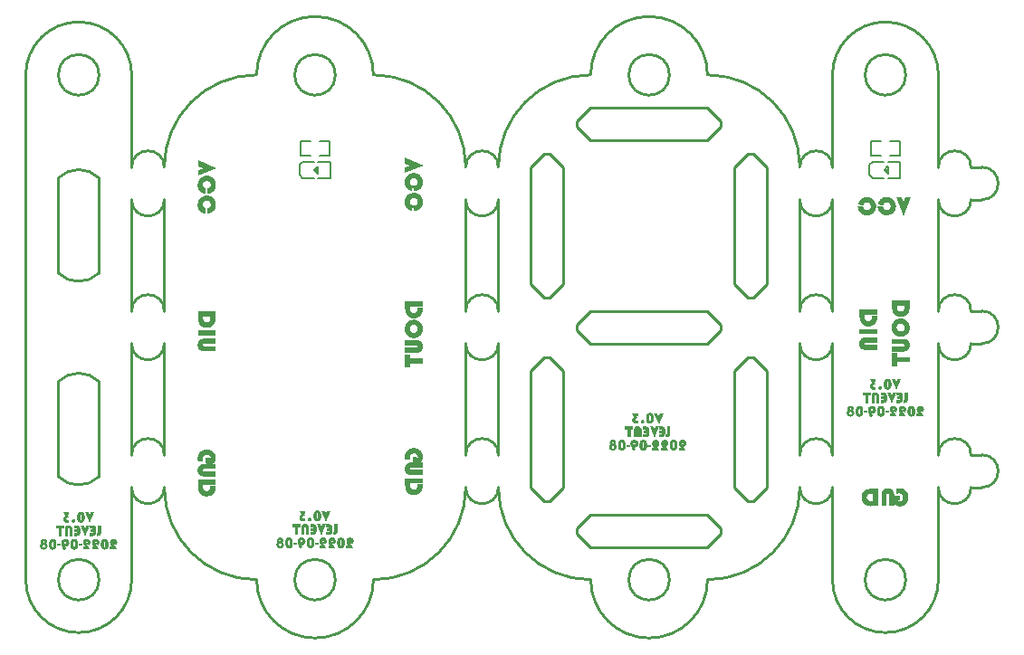
<source format=gbo>
G04*
G04 #@! TF.GenerationSoftware,Altium Limited,Altium Designer,20.2.6 (244)*
G04*
G04 Layer_Color=32896*
%FSLAX25Y25*%
%MOIN*%
G70*
G04*
G04 #@! TF.SameCoordinates,EC59DE11-5F21-440E-92AE-D345A4C3AF16*
G04*
G04*
G04 #@! TF.FilePolarity,Positive*
G04*
G01*
G75*
%ADD10C,0.01000*%
%ADD12C,0.00600*%
%ADD29C,0.00591*%
G36*
X398031Y176315D02*
X396342Y180409D01*
X397623D01*
X398019Y179202D01*
X398376Y180409D01*
X399703D01*
X398031Y176315D01*
D02*
G37*
G36*
X394949Y180500D02*
X395061Y180488D01*
X395165Y180463D01*
X395261Y180438D01*
X395352Y180404D01*
X395435Y180367D01*
X395510Y180330D01*
X395581Y180288D01*
X395639Y180246D01*
X395693Y180209D01*
X395739Y180171D01*
X395776Y180138D01*
X395805Y180113D01*
X395826Y180092D01*
X395839Y180076D01*
X395843Y180072D01*
X395905Y179988D01*
X395964Y179897D01*
X396013Y179805D01*
X396055Y179710D01*
X396088Y179610D01*
X396117Y179514D01*
X396142Y179419D01*
X396163Y179323D01*
X396180Y179235D01*
X396188Y179156D01*
X396197Y179086D01*
X396205Y179023D01*
Y178969D01*
X396209Y178932D01*
Y178907D01*
Y178903D01*
Y178899D01*
Y178075D01*
X396205Y177937D01*
X396192Y177808D01*
X396176Y177688D01*
X396151Y177571D01*
X396122Y177467D01*
X396093Y177372D01*
X396059Y177284D01*
X396022Y177205D01*
X395988Y177135D01*
X395955Y177072D01*
X395926Y177018D01*
X395897Y176977D01*
X395872Y176943D01*
X395855Y176918D01*
X395843Y176902D01*
X395839Y176898D01*
X395768Y176823D01*
X395689Y176756D01*
X395610Y176702D01*
X395527Y176652D01*
X395439Y176611D01*
X395356Y176577D01*
X395277Y176548D01*
X395198Y176527D01*
X395123Y176511D01*
X395053Y176494D01*
X394990Y176486D01*
X394936Y176481D01*
X394894Y176477D01*
X394861Y176473D01*
X394832D01*
X394715Y176477D01*
X394603Y176490D01*
X394499Y176515D01*
X394404Y176540D01*
X394312Y176573D01*
X394229Y176611D01*
X394154Y176648D01*
X394087Y176690D01*
X394025Y176727D01*
X393971Y176764D01*
X393925Y176802D01*
X393888Y176835D01*
X393859Y176864D01*
X393838Y176885D01*
X393825Y176898D01*
X393821Y176902D01*
X393755Y176985D01*
X393696Y177076D01*
X393646Y177168D01*
X393605Y177268D01*
X393567Y177363D01*
X393538Y177463D01*
X393513Y177559D01*
X393493Y177650D01*
X393480Y177738D01*
X393467Y177817D01*
X393459Y177888D01*
X393451Y177950D01*
Y178004D01*
X393447Y178042D01*
Y178067D01*
Y178075D01*
Y178899D01*
X393451Y179036D01*
X393463Y179165D01*
X393480Y179285D01*
X393505Y179398D01*
X393534Y179502D01*
X393563Y179602D01*
X393597Y179689D01*
X393630Y179768D01*
X393667Y179839D01*
X393701Y179901D01*
X393730Y179955D01*
X393759Y179997D01*
X393784Y180030D01*
X393800Y180055D01*
X393813Y180072D01*
X393817Y180076D01*
X393888Y180151D01*
X393967Y180217D01*
X394050Y180275D01*
X394133Y180325D01*
X394216Y180367D01*
X394300Y180400D01*
X394383Y180429D01*
X394462Y180450D01*
X394537Y180467D01*
X394607Y180483D01*
X394670Y180492D01*
X394724Y180496D01*
X394770Y180500D01*
X394803Y180504D01*
X394832D01*
X394949Y180500D01*
D02*
G37*
G36*
X392141Y177813D02*
X392190Y177808D01*
X392282Y177788D01*
X392365Y177754D01*
X392436Y177717D01*
X392490Y177680D01*
X392531Y177650D01*
X392548Y177634D01*
X392561Y177626D01*
X392565Y177621D01*
X392569Y177617D01*
X392602Y177580D01*
X392631Y177542D01*
X392681Y177459D01*
X392715Y177380D01*
X392740Y177305D01*
X392752Y177243D01*
X392760Y177214D01*
Y177189D01*
X392764Y177172D01*
Y177155D01*
Y177147D01*
Y177143D01*
X392760Y177093D01*
X392756Y177043D01*
X392735Y176952D01*
X392702Y176873D01*
X392665Y176802D01*
X392631Y176744D01*
X392598Y176702D01*
X392586Y176690D01*
X392577Y176677D01*
X392569Y176673D01*
Y176669D01*
X392531Y176635D01*
X392490Y176606D01*
X392411Y176556D01*
X392328Y176523D01*
X392253Y176498D01*
X392190Y176486D01*
X392161Y176477D01*
X392136D01*
X392115Y176473D01*
X392091D01*
X392041Y176477D01*
X391991Y176481D01*
X391899Y176502D01*
X391816Y176536D01*
X391749Y176573D01*
X391691Y176606D01*
X391650Y176640D01*
X391637Y176652D01*
X391625Y176660D01*
X391620Y176669D01*
X391616D01*
X391583Y176706D01*
X391550Y176744D01*
X391500Y176827D01*
X391467Y176906D01*
X391442Y176981D01*
X391425Y177043D01*
X391421Y177072D01*
Y177097D01*
X391417Y177118D01*
Y177130D01*
Y177139D01*
Y177143D01*
X391421Y177193D01*
X391425Y177243D01*
X391446Y177334D01*
X391479Y177418D01*
X391516Y177484D01*
X391554Y177542D01*
X391583Y177584D01*
X391600Y177596D01*
X391608Y177609D01*
X391612Y177613D01*
X391616Y177617D01*
X391654Y177650D01*
X391691Y177684D01*
X391774Y177734D01*
X391853Y177767D01*
X391928Y177792D01*
X391991Y177808D01*
X392020Y177813D01*
X392045D01*
X392061Y177817D01*
X392091D01*
X392141Y177813D01*
D02*
G37*
G36*
X390364Y179289D02*
X389936D01*
X390219Y178528D01*
X390098Y178524D01*
X389994Y178507D01*
X389902Y178482D01*
X389823Y178457D01*
X389761Y178428D01*
X389740Y178416D01*
X389719Y178408D01*
X389703Y178395D01*
X389690Y178391D01*
X389686Y178383D01*
X389682D01*
X389649Y178354D01*
X389615Y178324D01*
X389565Y178262D01*
X389532Y178200D01*
X389507Y178137D01*
X389491Y178083D01*
X389486Y178037D01*
X389482Y178025D01*
Y178012D01*
Y178004D01*
Y178000D01*
X389486Y177921D01*
X389499Y177850D01*
X389520Y177792D01*
X389536Y177742D01*
X389557Y177705D01*
X389578Y177675D01*
X389590Y177659D01*
X389595Y177655D01*
X389640Y177617D01*
X389690Y177588D01*
X389744Y177567D01*
X389794Y177555D01*
X389840Y177547D01*
X389877Y177538D01*
X389911D01*
X389990Y177542D01*
X390073Y177555D01*
X390148Y177576D01*
X390223Y177596D01*
X390285Y177617D01*
X390310Y177630D01*
X390331Y177638D01*
X390352Y177642D01*
X390364Y177650D01*
X390372Y177655D01*
X390377D01*
Y176560D01*
X390256Y176531D01*
X390140Y176511D01*
X390036Y176494D01*
X389940Y176486D01*
X389898Y176481D01*
X389857Y176477D01*
X389827D01*
X389798Y176473D01*
X389744D01*
X389628Y176477D01*
X389515Y176490D01*
X389411Y176506D01*
X389312Y176527D01*
X389220Y176556D01*
X389133Y176585D01*
X389054Y176619D01*
X388983Y176652D01*
X388916Y176681D01*
X388862Y176715D01*
X388812Y176744D01*
X388775Y176773D01*
X388742Y176794D01*
X388717Y176810D01*
X388704Y176823D01*
X388700Y176827D01*
X388629Y176898D01*
X388567Y176968D01*
X388513Y177047D01*
X388467Y177126D01*
X388426Y177205D01*
X388397Y177280D01*
X388367Y177359D01*
X388347Y177430D01*
X388330Y177501D01*
X388317Y177563D01*
X388309Y177621D01*
X388301Y177671D01*
Y177713D01*
X388297Y177742D01*
Y177759D01*
Y177767D01*
X388305Y177904D01*
X388322Y178025D01*
X388347Y178137D01*
X388359Y178187D01*
X388376Y178233D01*
X388392Y178275D01*
X388405Y178308D01*
X388417Y178341D01*
X388430Y178366D01*
X388438Y178387D01*
X388446Y178403D01*
X388455Y178412D01*
Y178416D01*
X388484Y178466D01*
X388521Y178516D01*
X388596Y178611D01*
X388675Y178695D01*
X388754Y178770D01*
X388829Y178828D01*
X388858Y178853D01*
X388887Y178878D01*
X388908Y178894D01*
X388925Y178907D01*
X388937Y178911D01*
X388941Y178915D01*
X388313Y180409D01*
X390364D01*
Y179289D01*
D02*
G37*
G36*
X396400Y171351D02*
X394711Y175445D01*
X395993D01*
X396388Y174238D01*
X396746Y175445D01*
X398073D01*
X396400Y171351D01*
D02*
G37*
G36*
X402324Y172957D02*
X402320Y172841D01*
X402308Y172728D01*
X402291Y172620D01*
X402270Y172524D01*
X402241Y172433D01*
X402212Y172350D01*
X402179Y172275D01*
X402145Y172204D01*
X402116Y172142D01*
X402083Y172088D01*
X402054Y172042D01*
X402025Y172004D01*
X402004Y171975D01*
X401987Y171955D01*
X401975Y171942D01*
X401971Y171938D01*
X401900Y171876D01*
X401825Y171817D01*
X401750Y171767D01*
X401667Y171726D01*
X401588Y171693D01*
X401505Y171663D01*
X401426Y171638D01*
X401347Y171618D01*
X401276Y171601D01*
X401205Y171593D01*
X401147Y171584D01*
X401093Y171576D01*
X401047D01*
X401018Y171572D01*
X400681D01*
Y172691D01*
X400743D01*
X400831Y172695D01*
X400906Y172703D01*
X400964Y172716D01*
X401010Y172732D01*
X401043Y172749D01*
X401068Y172762D01*
X401080Y172770D01*
X401085Y172774D01*
X401097Y172791D01*
X401114Y172816D01*
X401134Y172870D01*
X401147Y172928D01*
X401155Y172990D01*
X401163Y173049D01*
X401168Y173094D01*
Y173115D01*
Y173128D01*
Y173136D01*
Y173140D01*
Y175445D01*
X402324D01*
Y172957D01*
D02*
G37*
G36*
X399258Y175441D02*
X399358Y175432D01*
X399454Y175416D01*
X399541Y175395D01*
X399620Y175374D01*
X399695Y175349D01*
X399762Y175320D01*
X399824Y175291D01*
X399878Y175262D01*
X399924Y175233D01*
X399965Y175208D01*
X399999Y175187D01*
X400024Y175166D01*
X400040Y175150D01*
X400053Y175141D01*
X400057Y175137D01*
X400111Y175079D01*
X400161Y175012D01*
X400203Y174942D01*
X400240Y174871D01*
X400269Y174800D01*
X400294Y174729D01*
X400315Y174659D01*
X400331Y174588D01*
X400348Y174525D01*
X400356Y174463D01*
X400365Y174409D01*
X400369Y174363D01*
Y174326D01*
X400373Y174297D01*
Y174280D01*
Y174272D01*
Y172753D01*
X400369Y172649D01*
X400356Y172549D01*
X400340Y172458D01*
X400319Y172375D01*
X400294Y172296D01*
X400265Y172225D01*
X400236Y172158D01*
X400203Y172100D01*
X400173Y172046D01*
X400144Y172000D01*
X400115Y171963D01*
X400090Y171934D01*
X400065Y171909D01*
X400049Y171888D01*
X400040Y171880D01*
X400036Y171876D01*
X399970Y171821D01*
X399899Y171776D01*
X399820Y171734D01*
X399741Y171701D01*
X399662Y171672D01*
X399579Y171647D01*
X399500Y171626D01*
X399425Y171609D01*
X399350Y171597D01*
X399283Y171589D01*
X399221Y171580D01*
X399167Y171576D01*
X399125D01*
X399092Y171572D01*
X398156D01*
Y172674D01*
X399000D01*
X399059Y172678D01*
X399109Y172687D01*
X399142Y172695D01*
X399171Y172699D01*
X399187Y172707D01*
X399196Y172712D01*
X399200D01*
X399221Y172732D01*
X399233Y172757D01*
X399250Y172812D01*
X399254Y172836D01*
X399258Y172857D01*
Y172874D01*
Y172878D01*
X399254Y172916D01*
X399250Y172945D01*
X399237Y172970D01*
X399225Y172990D01*
X399217Y173007D01*
X399204Y173020D01*
X399200Y173028D01*
X399196D01*
X399167Y173045D01*
X399133Y173053D01*
X399063Y173070D01*
X399029D01*
X399005Y173074D01*
X398231D01*
Y173935D01*
X398921D01*
X398975Y173943D01*
X399017Y173947D01*
X399050Y173956D01*
X399079Y173964D01*
X399096Y173968D01*
X399109Y173976D01*
X399113D01*
X399138Y173997D01*
X399154Y174018D01*
X399171Y174047D01*
X399179Y174072D01*
X399183Y174097D01*
X399187Y174118D01*
Y174134D01*
Y174139D01*
X399183Y174172D01*
X399175Y174201D01*
X399158Y174226D01*
X399142Y174251D01*
X399096Y174284D01*
X399038Y174305D01*
X398984Y174322D01*
X398938Y174326D01*
X398921Y174330D01*
X398156D01*
Y175445D01*
X399154D01*
X399258Y175441D01*
D02*
G37*
G36*
X393426D02*
X393526Y175432D01*
X393621Y175416D01*
X393709Y175395D01*
X393788Y175374D01*
X393863Y175349D01*
X393929Y175320D01*
X393992Y175291D01*
X394046Y175262D01*
X394092Y175233D01*
X394133Y175208D01*
X394166Y175187D01*
X394191Y175166D01*
X394208Y175150D01*
X394220Y175141D01*
X394225Y175137D01*
X394279Y175079D01*
X394329Y175012D01*
X394370Y174942D01*
X394408Y174871D01*
X394437Y174800D01*
X394462Y174729D01*
X394483Y174659D01*
X394499Y174588D01*
X394516Y174525D01*
X394524Y174463D01*
X394532Y174409D01*
X394537Y174363D01*
Y174326D01*
X394541Y174297D01*
Y174280D01*
Y174272D01*
Y172753D01*
X394537Y172649D01*
X394524Y172549D01*
X394508Y172458D01*
X394487Y172375D01*
X394462Y172296D01*
X394433Y172225D01*
X394404Y172158D01*
X394370Y172100D01*
X394341Y172046D01*
X394312Y172000D01*
X394283Y171963D01*
X394258Y171934D01*
X394233Y171909D01*
X394216Y171888D01*
X394208Y171880D01*
X394204Y171876D01*
X394137Y171821D01*
X394067Y171776D01*
X393987Y171734D01*
X393909Y171701D01*
X393829Y171672D01*
X393746Y171647D01*
X393667Y171626D01*
X393592Y171609D01*
X393517Y171597D01*
X393451Y171589D01*
X393389Y171580D01*
X393334Y171576D01*
X393293D01*
X393260Y171572D01*
X392323D01*
Y172674D01*
X393168D01*
X393226Y172678D01*
X393276Y172687D01*
X393309Y172695D01*
X393339Y172699D01*
X393355Y172707D01*
X393363Y172712D01*
X393368D01*
X393389Y172732D01*
X393401Y172757D01*
X393418Y172812D01*
X393422Y172836D01*
X393426Y172857D01*
Y172874D01*
Y172878D01*
X393422Y172916D01*
X393418Y172945D01*
X393405Y172970D01*
X393393Y172990D01*
X393384Y173007D01*
X393372Y173020D01*
X393368Y173028D01*
X393363D01*
X393334Y173045D01*
X393301Y173053D01*
X393230Y173070D01*
X393197D01*
X393172Y173074D01*
X392398D01*
Y173935D01*
X393089D01*
X393143Y173943D01*
X393185Y173947D01*
X393218Y173956D01*
X393247Y173964D01*
X393264Y173968D01*
X393276Y173976D01*
X393280D01*
X393305Y173997D01*
X393322Y174018D01*
X393339Y174047D01*
X393347Y174072D01*
X393351Y174097D01*
X393355Y174118D01*
Y174134D01*
Y174139D01*
X393351Y174172D01*
X393343Y174201D01*
X393326Y174226D01*
X393309Y174251D01*
X393264Y174284D01*
X393205Y174305D01*
X393151Y174322D01*
X393106Y174326D01*
X393089Y174330D01*
X392323D01*
Y175445D01*
X393322D01*
X393426Y175441D01*
D02*
G37*
G36*
X390410Y175536D02*
X390526Y175524D01*
X390630Y175503D01*
X390734Y175478D01*
X390826Y175449D01*
X390913Y175416D01*
X390992Y175378D01*
X391067Y175341D01*
X391130Y175303D01*
X391188Y175266D01*
X391234Y175233D01*
X391275Y175204D01*
X391304Y175179D01*
X391329Y175158D01*
X391342Y175145D01*
X391346Y175141D01*
X391417Y175062D01*
X391475Y174983D01*
X391529Y174896D01*
X391575Y174808D01*
X391612Y174721D01*
X391645Y174629D01*
X391670Y174546D01*
X391691Y174463D01*
X391708Y174384D01*
X391720Y174313D01*
X391729Y174251D01*
X391733Y174193D01*
X391737Y174147D01*
X391741Y174114D01*
Y174093D01*
Y174084D01*
Y171572D01*
X390585D01*
Y174047D01*
X390581Y174109D01*
X390576Y174164D01*
X390564Y174209D01*
X390547Y174251D01*
X390531Y174284D01*
X390510Y174313D01*
X390489Y174338D01*
X390464Y174355D01*
X390422Y174384D01*
X390385Y174397D01*
X390368D01*
X390356Y174401D01*
X390348D01*
X390302Y174397D01*
X390264Y174384D01*
X390231Y174367D01*
X390202Y174347D01*
X390177Y174318D01*
X390156Y174288D01*
X390127Y174226D01*
X390106Y174159D01*
X390098Y174101D01*
X390094Y174080D01*
Y174064D01*
Y174051D01*
Y174047D01*
Y171572D01*
X388941D01*
Y174047D01*
X388946Y174180D01*
X388958Y174301D01*
X388975Y174417D01*
X388996Y174525D01*
X389020Y174621D01*
X389054Y174713D01*
X389083Y174796D01*
X389116Y174871D01*
X389149Y174937D01*
X389179Y174991D01*
X389208Y175041D01*
X389237Y175083D01*
X389258Y175112D01*
X389274Y175137D01*
X389287Y175150D01*
X389291Y175154D01*
X389362Y175220D01*
X389432Y175283D01*
X389511Y175332D01*
X389595Y175378D01*
X389678Y175416D01*
X389761Y175445D01*
X389840Y175470D01*
X389919Y175491D01*
X389994Y175507D01*
X390065Y175520D01*
X390127Y175528D01*
X390181Y175536D01*
X390227D01*
X390260Y175540D01*
X390289D01*
X390410Y175536D01*
D02*
G37*
G36*
X388588Y174330D02*
X387702D01*
Y171572D01*
X386554D01*
Y174330D01*
X385676D01*
Y175445D01*
X388588D01*
Y174330D01*
D02*
G37*
G36*
X389166Y170573D02*
X389274Y170560D01*
X389378Y170535D01*
X389478Y170510D01*
X389574Y170477D01*
X389661Y170440D01*
X389740Y170402D01*
X389815Y170361D01*
X389877Y170319D01*
X389936Y170281D01*
X389986Y170244D01*
X390031Y170211D01*
X390060Y170186D01*
X390085Y170165D01*
X390102Y170148D01*
X390106Y170144D01*
X390181Y170061D01*
X390248Y169974D01*
X390306Y169886D01*
X390356Y169795D01*
X390393Y169707D01*
X390431Y169620D01*
X390460Y169537D01*
X390481Y169454D01*
X390497Y169379D01*
X390514Y169308D01*
X390522Y169246D01*
X390526Y169192D01*
X390531Y169150D01*
X390535Y169117D01*
Y169096D01*
Y169088D01*
X390531Y168992D01*
X390522Y168904D01*
X390510Y168817D01*
X390493Y168738D01*
X390472Y168659D01*
X390447Y168588D01*
X390422Y168526D01*
X390397Y168468D01*
X390372Y168414D01*
X390348Y168368D01*
X390323Y168326D01*
X390302Y168293D01*
X390285Y168264D01*
X390273Y168247D01*
X390264Y168235D01*
X390260Y168231D01*
X390206Y168168D01*
X390144Y168106D01*
X390077Y168047D01*
X390011Y167993D01*
X389865Y167894D01*
X389728Y167806D01*
X389661Y167769D01*
X389599Y167736D01*
X389545Y167706D01*
X389495Y167686D01*
X389453Y167665D01*
X389424Y167652D01*
X389407Y167644D01*
X389399Y167640D01*
X388941Y168755D01*
X388975Y168751D01*
X389008Y168746D01*
X389041D01*
X389095Y168751D01*
X389149Y168763D01*
X389195Y168780D01*
X389233Y168796D01*
X389266Y168813D01*
X389291Y168830D01*
X389307Y168842D01*
X389312Y168846D01*
X389349Y168888D01*
X389378Y168929D01*
X389395Y168975D01*
X389411Y169021D01*
X389420Y169058D01*
X389424Y169092D01*
Y169113D01*
Y169121D01*
X389420Y169183D01*
X389407Y169237D01*
X389391Y169283D01*
X389370Y169325D01*
X389349Y169358D01*
X389333Y169379D01*
X389320Y169395D01*
X389316Y169399D01*
X389274Y169437D01*
X389229Y169466D01*
X389183Y169483D01*
X389141Y169499D01*
X389104Y169508D01*
X389075Y169512D01*
X389050D01*
X388996Y169508D01*
X388941Y169495D01*
X388896Y169479D01*
X388858Y169458D01*
X388825Y169437D01*
X388800Y169420D01*
X388783Y169408D01*
X388779Y169404D01*
X388742Y169362D01*
X388713Y169316D01*
X388692Y169275D01*
X388675Y169233D01*
X388667Y169200D01*
X388663Y169171D01*
Y169154D01*
Y169146D01*
X388667Y169083D01*
X388679Y169029D01*
X388684Y169004D01*
X388692Y168988D01*
X388696Y168975D01*
Y168971D01*
X389453Y166849D01*
X388434Y166500D01*
X387785Y168293D01*
X387748Y168397D01*
X387718Y168489D01*
X387689Y168580D01*
X387668Y168659D01*
X387648Y168734D01*
X387631Y168805D01*
X387619Y168867D01*
X387606Y168921D01*
X387598Y168971D01*
X387594Y169013D01*
X387585Y169050D01*
Y169079D01*
X387581Y169100D01*
Y169117D01*
Y169125D01*
Y169129D01*
X387585Y169237D01*
X387602Y169341D01*
X387623Y169441D01*
X387652Y169537D01*
X387685Y169624D01*
X387723Y169707D01*
X387760Y169786D01*
X387802Y169857D01*
X387843Y169920D01*
X387881Y169978D01*
X387918Y170028D01*
X387951Y170069D01*
X387981Y170103D01*
X388001Y170123D01*
X388018Y170140D01*
X388022Y170144D01*
X388105Y170219D01*
X388193Y170286D01*
X388280Y170344D01*
X388367Y170394D01*
X388455Y170435D01*
X388542Y170473D01*
X388621Y170502D01*
X388700Y170523D01*
X388775Y170539D01*
X388842Y170556D01*
X388900Y170564D01*
X388950Y170569D01*
X388991Y170573D01*
X389025Y170577D01*
X389050D01*
X389166Y170573D01*
D02*
G37*
G36*
X406967D02*
X407067Y170560D01*
X407158Y170539D01*
X407250Y170514D01*
X407333Y170485D01*
X407412Y170452D01*
X407487Y170415D01*
X407553Y170377D01*
X407612Y170340D01*
X407666Y170302D01*
X407711Y170269D01*
X407749Y170240D01*
X407778Y170215D01*
X407803Y170194D01*
X407815Y170182D01*
X407820Y170177D01*
X407890Y170103D01*
X407948Y170024D01*
X408003Y169940D01*
X408044Y169861D01*
X408082Y169778D01*
X408115Y169699D01*
X408140Y169624D01*
X408161Y169549D01*
X408177Y169483D01*
X408190Y169416D01*
X408198Y169362D01*
X408202Y169312D01*
X408206Y169275D01*
X408211Y169246D01*
Y169229D01*
Y169221D01*
X408202Y169088D01*
X408181Y168963D01*
X408152Y168842D01*
X408111Y168734D01*
X408061Y168630D01*
X408007Y168534D01*
X407948Y168451D01*
X407886Y168372D01*
X407828Y168301D01*
X407770Y168243D01*
X407716Y168193D01*
X407666Y168147D01*
X407624Y168114D01*
X407595Y168093D01*
X407574Y168077D01*
X407566Y168072D01*
X407071Y168954D01*
X407104Y168992D01*
X407129Y169029D01*
X407146Y169067D01*
X407158Y169104D01*
X407166Y169133D01*
X407171Y169154D01*
Y169171D01*
Y169175D01*
X407166Y169212D01*
X407158Y169246D01*
X407150Y169279D01*
X407133Y169304D01*
X407121Y169325D01*
X407112Y169341D01*
X407104Y169350D01*
X407100Y169354D01*
X407071Y169379D01*
X407037Y169395D01*
X407008Y169412D01*
X406975Y169420D01*
X406950Y169424D01*
X406929Y169429D01*
X406909D01*
X406863Y169424D01*
X406821Y169420D01*
X406784Y169408D01*
X406755Y169395D01*
X406730Y169379D01*
X406709Y169362D01*
X406675Y169325D01*
X406655Y169283D01*
X406646Y169250D01*
X406642Y169225D01*
Y169221D01*
Y169217D01*
X406646Y169171D01*
X406655Y169125D01*
X406671Y169079D01*
X406684Y169033D01*
X406701Y168996D01*
X406717Y168967D01*
X406725Y168946D01*
X406730Y168938D01*
X407978Y166608D01*
X405473D01*
Y167727D01*
X406118D01*
X405660Y168622D01*
X405611Y168726D01*
X405577Y168834D01*
X405552Y168934D01*
X405532Y169025D01*
X405527Y169067D01*
X405523Y169104D01*
X405519Y169137D01*
Y169167D01*
X405515Y169187D01*
Y169208D01*
Y169217D01*
Y169221D01*
X405519Y169320D01*
X405532Y169416D01*
X405552Y169512D01*
X405573Y169599D01*
X405606Y169682D01*
X405635Y169761D01*
X405673Y169832D01*
X405706Y169899D01*
X405744Y169961D01*
X405781Y170011D01*
X405810Y170061D01*
X405839Y170098D01*
X405864Y170127D01*
X405885Y170152D01*
X405898Y170165D01*
X405902Y170169D01*
X405977Y170240D01*
X406056Y170302D01*
X406135Y170356D01*
X406214Y170406D01*
X406297Y170444D01*
X406376Y170477D01*
X406455Y170506D01*
X406526Y170527D01*
X406597Y170544D01*
X406659Y170556D01*
X406717Y170564D01*
X406767Y170573D01*
X406809D01*
X406838Y170577D01*
X406863D01*
X406967Y170573D01*
D02*
G37*
G36*
X400369D02*
X400469Y170560D01*
X400560Y170539D01*
X400652Y170514D01*
X400735Y170485D01*
X400814Y170452D01*
X400889Y170415D01*
X400955Y170377D01*
X401014Y170340D01*
X401068Y170302D01*
X401114Y170269D01*
X401151Y170240D01*
X401180Y170215D01*
X401205Y170194D01*
X401218Y170182D01*
X401222Y170177D01*
X401293Y170103D01*
X401351Y170024D01*
X401405Y169940D01*
X401446Y169861D01*
X401484Y169778D01*
X401517Y169699D01*
X401542Y169624D01*
X401563Y169549D01*
X401580Y169483D01*
X401592Y169416D01*
X401600Y169362D01*
X401605Y169312D01*
X401609Y169275D01*
X401613Y169246D01*
Y169229D01*
Y169221D01*
X401605Y169088D01*
X401584Y168963D01*
X401555Y168842D01*
X401513Y168734D01*
X401463Y168630D01*
X401409Y168534D01*
X401351Y168451D01*
X401288Y168372D01*
X401230Y168301D01*
X401172Y168243D01*
X401118Y168193D01*
X401068Y168147D01*
X401026Y168114D01*
X400997Y168093D01*
X400976Y168077D01*
X400968Y168072D01*
X400473Y168954D01*
X400506Y168992D01*
X400531Y169029D01*
X400548Y169067D01*
X400560Y169104D01*
X400569Y169133D01*
X400573Y169154D01*
Y169171D01*
Y169175D01*
X400569Y169212D01*
X400560Y169246D01*
X400552Y169279D01*
X400535Y169304D01*
X400523Y169325D01*
X400515Y169341D01*
X400506Y169350D01*
X400502Y169354D01*
X400473Y169379D01*
X400440Y169395D01*
X400411Y169412D01*
X400377Y169420D01*
X400352Y169424D01*
X400331Y169429D01*
X400311D01*
X400265Y169424D01*
X400223Y169420D01*
X400186Y169408D01*
X400157Y169395D01*
X400132Y169379D01*
X400111Y169362D01*
X400078Y169325D01*
X400057Y169283D01*
X400049Y169250D01*
X400044Y169225D01*
Y169221D01*
Y169217D01*
X400049Y169171D01*
X400057Y169125D01*
X400074Y169079D01*
X400086Y169033D01*
X400103Y168996D01*
X400119Y168967D01*
X400128Y168946D01*
X400132Y168938D01*
X401380Y166608D01*
X398875D01*
Y167727D01*
X399520D01*
X399063Y168622D01*
X399013Y168726D01*
X398979Y168834D01*
X398955Y168934D01*
X398934Y169025D01*
X398930Y169067D01*
X398925Y169104D01*
X398921Y169137D01*
Y169167D01*
X398917Y169187D01*
Y169208D01*
Y169217D01*
Y169221D01*
X398921Y169320D01*
X398934Y169416D01*
X398955Y169512D01*
X398975Y169599D01*
X399009Y169682D01*
X399038Y169761D01*
X399075Y169832D01*
X399109Y169899D01*
X399146Y169961D01*
X399183Y170011D01*
X399213Y170061D01*
X399242Y170098D01*
X399267Y170127D01*
X399287Y170152D01*
X399300Y170165D01*
X399304Y170169D01*
X399379Y170240D01*
X399458Y170302D01*
X399537Y170356D01*
X399616Y170406D01*
X399699Y170444D01*
X399778Y170477D01*
X399857Y170506D01*
X399928Y170527D01*
X399999Y170544D01*
X400061Y170556D01*
X400119Y170564D01*
X400169Y170573D01*
X400211D01*
X400240Y170577D01*
X400265D01*
X400369Y170573D01*
D02*
G37*
G36*
X397070D02*
X397170Y170560D01*
X397261Y170539D01*
X397353Y170514D01*
X397436Y170485D01*
X397515Y170452D01*
X397590Y170415D01*
X397657Y170377D01*
X397715Y170340D01*
X397769Y170302D01*
X397815Y170269D01*
X397852Y170240D01*
X397881Y170215D01*
X397906Y170194D01*
X397919Y170182D01*
X397923Y170177D01*
X397994Y170103D01*
X398052Y170024D01*
X398106Y169940D01*
X398148Y169861D01*
X398185Y169778D01*
X398218Y169699D01*
X398243Y169624D01*
X398264Y169549D01*
X398281Y169483D01*
X398293Y169416D01*
X398301Y169362D01*
X398306Y169312D01*
X398310Y169275D01*
X398314Y169246D01*
Y169229D01*
Y169221D01*
X398306Y169088D01*
X398285Y168963D01*
X398256Y168842D01*
X398214Y168734D01*
X398164Y168630D01*
X398110Y168534D01*
X398052Y168451D01*
X397989Y168372D01*
X397931Y168301D01*
X397873Y168243D01*
X397819Y168193D01*
X397769Y168147D01*
X397727Y168114D01*
X397698Y168093D01*
X397677Y168077D01*
X397669Y168072D01*
X397174Y168954D01*
X397207Y168992D01*
X397232Y169029D01*
X397249Y169067D01*
X397261Y169104D01*
X397270Y169133D01*
X397274Y169154D01*
Y169171D01*
Y169175D01*
X397270Y169212D01*
X397261Y169246D01*
X397253Y169279D01*
X397236Y169304D01*
X397224Y169325D01*
X397216Y169341D01*
X397207Y169350D01*
X397203Y169354D01*
X397174Y169379D01*
X397141Y169395D01*
X397112Y169412D01*
X397078Y169420D01*
X397053Y169424D01*
X397033Y169429D01*
X397012D01*
X396966Y169424D01*
X396924Y169420D01*
X396887Y169408D01*
X396858Y169395D01*
X396833Y169379D01*
X396812Y169362D01*
X396779Y169325D01*
X396758Y169283D01*
X396750Y169250D01*
X396746Y169225D01*
Y169221D01*
Y169217D01*
X396750Y169171D01*
X396758Y169125D01*
X396775Y169079D01*
X396787Y169033D01*
X396804Y168996D01*
X396820Y168967D01*
X396829Y168946D01*
X396833Y168938D01*
X398081Y166608D01*
X395577D01*
Y167727D01*
X396221D01*
X395764Y168622D01*
X395714Y168726D01*
X395681Y168834D01*
X395656Y168934D01*
X395635Y169025D01*
X395631Y169067D01*
X395627Y169104D01*
X395622Y169137D01*
Y169167D01*
X395618Y169187D01*
Y169208D01*
Y169217D01*
Y169221D01*
X395622Y169320D01*
X395635Y169416D01*
X395656Y169512D01*
X395676Y169599D01*
X395710Y169682D01*
X395739Y169761D01*
X395776Y169832D01*
X395810Y169899D01*
X395847Y169961D01*
X395884Y170011D01*
X395914Y170061D01*
X395943Y170098D01*
X395968Y170127D01*
X395988Y170152D01*
X396001Y170165D01*
X396005Y170169D01*
X396080Y170240D01*
X396159Y170302D01*
X396238Y170356D01*
X396317Y170406D01*
X396400Y170444D01*
X396479Y170477D01*
X396558Y170506D01*
X396629Y170527D01*
X396700Y170544D01*
X396762Y170556D01*
X396820Y170564D01*
X396870Y170573D01*
X396912D01*
X396941Y170577D01*
X396966D01*
X397070Y170573D01*
D02*
G37*
G36*
X395298Y167948D02*
X394004D01*
Y168696D01*
X395298D01*
Y167948D01*
D02*
G37*
G36*
X387406D02*
X386113D01*
Y168696D01*
X387406D01*
Y167948D01*
D02*
G37*
G36*
X403664Y170573D02*
X403776Y170560D01*
X403880Y170535D01*
X403976Y170510D01*
X404067Y170477D01*
X404150Y170440D01*
X404225Y170402D01*
X404296Y170361D01*
X404354Y170319D01*
X404408Y170281D01*
X404454Y170244D01*
X404492Y170211D01*
X404521Y170186D01*
X404541Y170165D01*
X404554Y170148D01*
X404558Y170144D01*
X404621Y170061D01*
X404679Y169969D01*
X404729Y169878D01*
X404770Y169782D01*
X404804Y169682D01*
X404833Y169587D01*
X404858Y169491D01*
X404878Y169395D01*
X404895Y169308D01*
X404903Y169229D01*
X404912Y169158D01*
X404920Y169096D01*
Y169042D01*
X404924Y169004D01*
Y168979D01*
Y168975D01*
Y168971D01*
Y168147D01*
X404920Y168010D01*
X404908Y167881D01*
X404891Y167761D01*
X404866Y167644D01*
X404837Y167540D01*
X404808Y167444D01*
X404774Y167357D01*
X404737Y167278D01*
X404704Y167207D01*
X404670Y167145D01*
X404641Y167091D01*
X404612Y167049D01*
X404587Y167016D01*
X404571Y166991D01*
X404558Y166974D01*
X404554Y166970D01*
X404483Y166895D01*
X404404Y166829D01*
X404325Y166775D01*
X404242Y166725D01*
X404155Y166683D01*
X404071Y166650D01*
X403992Y166621D01*
X403913Y166600D01*
X403838Y166583D01*
X403768Y166567D01*
X403705Y166558D01*
X403651Y166554D01*
X403610Y166550D01*
X403576Y166546D01*
X403547D01*
X403431Y166550D01*
X403318Y166562D01*
X403214Y166587D01*
X403119Y166612D01*
X403027Y166646D01*
X402944Y166683D01*
X402869Y166720D01*
X402803Y166762D01*
X402740Y166799D01*
X402686Y166837D01*
X402640Y166874D01*
X402603Y166908D01*
X402574Y166937D01*
X402553Y166958D01*
X402540Y166970D01*
X402536Y166974D01*
X402470Y167057D01*
X402412Y167149D01*
X402362Y167241D01*
X402320Y167340D01*
X402283Y167436D01*
X402253Y167536D01*
X402228Y167631D01*
X402208Y167723D01*
X402195Y167810D01*
X402183Y167889D01*
X402174Y167960D01*
X402166Y168023D01*
Y168077D01*
X402162Y168114D01*
Y168139D01*
Y168147D01*
Y168971D01*
X402166Y169108D01*
X402179Y169237D01*
X402195Y169358D01*
X402220Y169470D01*
X402249Y169574D01*
X402278Y169674D01*
X402312Y169761D01*
X402345Y169841D01*
X402382Y169911D01*
X402416Y169974D01*
X402445Y170028D01*
X402474Y170069D01*
X402499Y170103D01*
X402516Y170127D01*
X402528Y170144D01*
X402532Y170148D01*
X402603Y170223D01*
X402682Y170290D01*
X402765Y170348D01*
X402848Y170398D01*
X402931Y170440D01*
X403015Y170473D01*
X403098Y170502D01*
X403177Y170523D01*
X403252Y170539D01*
X403323Y170556D01*
X403385Y170564D01*
X403439Y170569D01*
X403485Y170573D01*
X403518Y170577D01*
X403547D01*
X403664Y170573D01*
D02*
G37*
G36*
X392473D02*
X392586Y170560D01*
X392690Y170535D01*
X392785Y170510D01*
X392877Y170477D01*
X392960Y170440D01*
X393035Y170402D01*
X393106Y170361D01*
X393164Y170319D01*
X393218Y170281D01*
X393264Y170244D01*
X393301Y170211D01*
X393330Y170186D01*
X393351Y170165D01*
X393363Y170148D01*
X393368Y170144D01*
X393430Y170061D01*
X393488Y169969D01*
X393538Y169878D01*
X393580Y169782D01*
X393613Y169682D01*
X393642Y169587D01*
X393667Y169491D01*
X393688Y169395D01*
X393705Y169308D01*
X393713Y169229D01*
X393721Y169158D01*
X393730Y169096D01*
Y169042D01*
X393734Y169004D01*
Y168979D01*
Y168975D01*
Y168971D01*
Y168147D01*
X393730Y168010D01*
X393717Y167881D01*
X393701Y167761D01*
X393675Y167644D01*
X393646Y167540D01*
X393617Y167444D01*
X393584Y167357D01*
X393547Y167278D01*
X393513Y167207D01*
X393480Y167145D01*
X393451Y167091D01*
X393422Y167049D01*
X393397Y167016D01*
X393380Y166991D01*
X393368Y166974D01*
X393363Y166970D01*
X393293Y166895D01*
X393214Y166829D01*
X393135Y166775D01*
X393052Y166725D01*
X392964Y166683D01*
X392881Y166650D01*
X392802Y166621D01*
X392723Y166600D01*
X392648Y166583D01*
X392577Y166567D01*
X392515Y166558D01*
X392461Y166554D01*
X392419Y166550D01*
X392386Y166546D01*
X392357D01*
X392240Y166550D01*
X392128Y166562D01*
X392024Y166587D01*
X391928Y166612D01*
X391837Y166646D01*
X391754Y166683D01*
X391679Y166720D01*
X391612Y166762D01*
X391550Y166799D01*
X391496Y166837D01*
X391450Y166874D01*
X391412Y166908D01*
X391383Y166937D01*
X391363Y166958D01*
X391350Y166970D01*
X391346Y166974D01*
X391279Y167057D01*
X391221Y167149D01*
X391171Y167241D01*
X391130Y167340D01*
X391092Y167436D01*
X391063Y167536D01*
X391038Y167631D01*
X391017Y167723D01*
X391005Y167810D01*
X390992Y167889D01*
X390984Y167960D01*
X390976Y168023D01*
Y168077D01*
X390971Y168114D01*
Y168139D01*
Y168147D01*
Y168971D01*
X390976Y169108D01*
X390988Y169237D01*
X391005Y169358D01*
X391030Y169470D01*
X391059Y169574D01*
X391088Y169674D01*
X391121Y169761D01*
X391155Y169841D01*
X391192Y169911D01*
X391225Y169974D01*
X391254Y170028D01*
X391283Y170069D01*
X391308Y170103D01*
X391325Y170127D01*
X391338Y170144D01*
X391342Y170148D01*
X391412Y170223D01*
X391492Y170290D01*
X391575Y170348D01*
X391658Y170398D01*
X391741Y170440D01*
X391824Y170473D01*
X391908Y170502D01*
X391987Y170523D01*
X392061Y170539D01*
X392132Y170556D01*
X392195Y170564D01*
X392249Y170569D01*
X392294Y170573D01*
X392328Y170577D01*
X392357D01*
X392473Y170573D01*
D02*
G37*
G36*
X384582D02*
X384694Y170560D01*
X384798Y170535D01*
X384894Y170510D01*
X384985Y170477D01*
X385068Y170440D01*
X385143Y170402D01*
X385214Y170361D01*
X385272Y170319D01*
X385326Y170281D01*
X385372Y170244D01*
X385410Y170211D01*
X385439Y170186D01*
X385459Y170165D01*
X385472Y170148D01*
X385476Y170144D01*
X385539Y170061D01*
X385597Y169969D01*
X385647Y169878D01*
X385688Y169782D01*
X385722Y169682D01*
X385751Y169587D01*
X385776Y169491D01*
X385796Y169395D01*
X385813Y169308D01*
X385821Y169229D01*
X385830Y169158D01*
X385838Y169096D01*
Y169042D01*
X385842Y169004D01*
Y168979D01*
Y168975D01*
Y168971D01*
Y168147D01*
X385838Y168010D01*
X385826Y167881D01*
X385809Y167761D01*
X385784Y167644D01*
X385755Y167540D01*
X385726Y167444D01*
X385693Y167357D01*
X385655Y167278D01*
X385622Y167207D01*
X385589Y167145D01*
X385559Y167091D01*
X385530Y167049D01*
X385505Y167016D01*
X385489Y166991D01*
X385476Y166974D01*
X385472Y166970D01*
X385401Y166895D01*
X385322Y166829D01*
X385243Y166775D01*
X385160Y166725D01*
X385073Y166683D01*
X384989Y166650D01*
X384910Y166621D01*
X384831Y166600D01*
X384756Y166583D01*
X384686Y166567D01*
X384623Y166558D01*
X384569Y166554D01*
X384528Y166550D01*
X384494Y166546D01*
X384465D01*
X384349Y166550D01*
X384237Y166562D01*
X384133Y166587D01*
X384037Y166612D01*
X383945Y166646D01*
X383862Y166683D01*
X383787Y166720D01*
X383721Y166762D01*
X383658Y166799D01*
X383604Y166837D01*
X383558Y166874D01*
X383521Y166908D01*
X383492Y166937D01*
X383471Y166958D01*
X383459Y166970D01*
X383454Y166974D01*
X383388Y167057D01*
X383330Y167149D01*
X383280Y167241D01*
X383238Y167340D01*
X383201Y167436D01*
X383172Y167536D01*
X383147Y167631D01*
X383126Y167723D01*
X383113Y167810D01*
X383101Y167889D01*
X383092Y167960D01*
X383084Y168023D01*
Y168077D01*
X383080Y168114D01*
Y168139D01*
Y168147D01*
Y168971D01*
X383084Y169108D01*
X383097Y169237D01*
X383113Y169358D01*
X383138Y169470D01*
X383167Y169574D01*
X383196Y169674D01*
X383230Y169761D01*
X383263Y169841D01*
X383300Y169911D01*
X383334Y169974D01*
X383363Y170028D01*
X383392Y170069D01*
X383417Y170103D01*
X383434Y170127D01*
X383446Y170144D01*
X383450Y170148D01*
X383521Y170223D01*
X383600Y170290D01*
X383683Y170348D01*
X383766Y170398D01*
X383850Y170440D01*
X383933Y170473D01*
X384016Y170502D01*
X384095Y170523D01*
X384170Y170539D01*
X384241Y170556D01*
X384303Y170564D01*
X384357Y170569D01*
X384403Y170573D01*
X384436Y170577D01*
X384465D01*
X384582Y170573D01*
D02*
G37*
G36*
X381262D02*
X381354Y170564D01*
X381437Y170548D01*
X381516Y170527D01*
X381591Y170502D01*
X381657Y170473D01*
X381720Y170444D01*
X381778Y170415D01*
X381832Y170381D01*
X381878Y170352D01*
X381915Y170323D01*
X381948Y170298D01*
X381973Y170277D01*
X381990Y170261D01*
X382003Y170252D01*
X382007Y170248D01*
X382065Y170186D01*
X382115Y170123D01*
X382161Y170057D01*
X382198Y169990D01*
X382227Y169924D01*
X382256Y169861D01*
X382277Y169799D01*
X382294Y169737D01*
X382306Y169682D01*
X382319Y169632D01*
X382327Y169587D01*
X382331Y169545D01*
Y169516D01*
X382335Y169491D01*
Y169474D01*
Y169470D01*
X382331Y169404D01*
X382327Y169341D01*
X382302Y169221D01*
X382269Y169113D01*
X382227Y169017D01*
X382206Y168975D01*
X382186Y168938D01*
X382169Y168904D01*
X382152Y168875D01*
X382140Y168855D01*
X382127Y168838D01*
X382123Y168830D01*
X382119Y168825D01*
X382198Y168742D01*
X382265Y168663D01*
X382319Y168593D01*
X382365Y168526D01*
X382398Y168472D01*
X382423Y168430D01*
X382431Y168414D01*
X382439Y168401D01*
X382443Y168397D01*
Y168393D01*
X382477Y168310D01*
X382502Y168226D01*
X382518Y168139D01*
X382531Y168060D01*
X382539Y167989D01*
Y167960D01*
X382543Y167935D01*
Y167914D01*
Y167898D01*
Y167889D01*
Y167885D01*
X382539Y167781D01*
X382527Y167681D01*
X382506Y167586D01*
X382481Y167494D01*
X382452Y167411D01*
X382419Y167332D01*
X382381Y167257D01*
X382344Y167191D01*
X382310Y167132D01*
X382273Y167078D01*
X382240Y167037D01*
X382211Y166999D01*
X382186Y166966D01*
X382165Y166945D01*
X382152Y166933D01*
X382148Y166929D01*
X382073Y166862D01*
X381994Y166804D01*
X381911Y166750D01*
X381828Y166708D01*
X381745Y166671D01*
X381666Y166637D01*
X381587Y166612D01*
X381507Y166596D01*
X381437Y166579D01*
X381374Y166567D01*
X381316Y166558D01*
X381262Y166550D01*
X381225D01*
X381191Y166546D01*
X381166D01*
X381058Y166550D01*
X380954Y166562D01*
X380859Y166583D01*
X380767Y166604D01*
X380680Y166633D01*
X380596Y166666D01*
X380522Y166700D01*
X380455Y166737D01*
X380393Y166775D01*
X380339Y166808D01*
X380293Y166841D01*
X380255Y166870D01*
X380226Y166895D01*
X380201Y166912D01*
X380189Y166924D01*
X380185Y166929D01*
X380114Y167003D01*
X380056Y167078D01*
X380002Y167157D01*
X379956Y167241D01*
X379918Y167320D01*
X379885Y167399D01*
X379860Y167478D01*
X379839Y167552D01*
X379823Y167619D01*
X379810Y167686D01*
X379802Y167740D01*
X379794Y167790D01*
Y167831D01*
X379789Y167860D01*
Y167877D01*
Y167885D01*
X379794Y167973D01*
X379802Y168056D01*
X379814Y168131D01*
X379827Y168197D01*
X379839Y168255D01*
X379852Y168297D01*
X379856Y168314D01*
X379860Y168326D01*
X379864Y168330D01*
Y168335D01*
X379881Y168376D01*
X379902Y168418D01*
X379952Y168501D01*
X380006Y168584D01*
X380068Y168659D01*
X380122Y168726D01*
X380147Y168755D01*
X380168Y168780D01*
X380189Y168800D01*
X380201Y168813D01*
X380210Y168821D01*
X380214Y168825D01*
X380176Y168884D01*
X380143Y168942D01*
X380114Y169000D01*
X380089Y169054D01*
X380051Y169167D01*
X380027Y169266D01*
X380018Y169312D01*
X380014Y169354D01*
X380010Y169387D01*
X380006Y169420D01*
X380002Y169445D01*
Y169462D01*
Y169474D01*
Y169479D01*
X380006Y169562D01*
X380014Y169641D01*
X380031Y169720D01*
X380051Y169791D01*
X380077Y169857D01*
X380106Y169924D01*
X380135Y169982D01*
X380164Y170036D01*
X380197Y170086D01*
X380226Y170127D01*
X380255Y170165D01*
X380280Y170194D01*
X380301Y170219D01*
X380318Y170240D01*
X380326Y170248D01*
X380330Y170252D01*
X380393Y170311D01*
X380459Y170361D01*
X380530Y170402D01*
X380601Y170440D01*
X380671Y170473D01*
X380742Y170498D01*
X380809Y170519D01*
X380875Y170535D01*
X380933Y170548D01*
X380992Y170560D01*
X381042Y170569D01*
X381087Y170573D01*
X381121Y170577D01*
X381171D01*
X381262Y170573D01*
D02*
G37*
G36*
X275531Y140315D02*
X273842Y144409D01*
X275123D01*
X275519Y143202D01*
X275876Y144409D01*
X277203D01*
X275531Y140315D01*
D02*
G37*
G36*
X272448Y144500D02*
X272561Y144488D01*
X272665Y144463D01*
X272761Y144438D01*
X272852Y144404D01*
X272935Y144367D01*
X273010Y144330D01*
X273081Y144288D01*
X273139Y144246D01*
X273193Y144209D01*
X273239Y144171D01*
X273276Y144138D01*
X273305Y144113D01*
X273326Y144092D01*
X273339Y144076D01*
X273343Y144072D01*
X273405Y143988D01*
X273464Y143897D01*
X273513Y143805D01*
X273555Y143710D01*
X273588Y143610D01*
X273617Y143514D01*
X273642Y143419D01*
X273663Y143323D01*
X273680Y143235D01*
X273688Y143156D01*
X273696Y143086D01*
X273705Y143023D01*
Y142969D01*
X273709Y142932D01*
Y142907D01*
Y142903D01*
Y142898D01*
Y142075D01*
X273705Y141937D01*
X273692Y141808D01*
X273676Y141688D01*
X273651Y141571D01*
X273622Y141467D01*
X273592Y141372D01*
X273559Y141284D01*
X273522Y141205D01*
X273488Y141135D01*
X273455Y141072D01*
X273426Y141018D01*
X273397Y140977D01*
X273372Y140943D01*
X273355Y140918D01*
X273343Y140902D01*
X273339Y140898D01*
X273268Y140823D01*
X273189Y140756D01*
X273110Y140702D01*
X273027Y140652D01*
X272939Y140611D01*
X272856Y140577D01*
X272777Y140548D01*
X272698Y140527D01*
X272623Y140511D01*
X272552Y140494D01*
X272490Y140486D01*
X272436Y140481D01*
X272394Y140477D01*
X272361Y140473D01*
X272332D01*
X272216Y140477D01*
X272103Y140490D01*
X271999Y140515D01*
X271903Y140540D01*
X271812Y140573D01*
X271729Y140611D01*
X271654Y140648D01*
X271587Y140690D01*
X271525Y140727D01*
X271471Y140764D01*
X271425Y140802D01*
X271388Y140835D01*
X271359Y140864D01*
X271338Y140885D01*
X271325Y140898D01*
X271321Y140902D01*
X271255Y140985D01*
X271196Y141076D01*
X271146Y141168D01*
X271105Y141268D01*
X271067Y141363D01*
X271038Y141463D01*
X271013Y141559D01*
X270992Y141650D01*
X270980Y141738D01*
X270968Y141817D01*
X270959Y141888D01*
X270951Y141950D01*
Y142004D01*
X270947Y142042D01*
Y142067D01*
Y142075D01*
Y142898D01*
X270951Y143036D01*
X270963Y143165D01*
X270980Y143285D01*
X271005Y143398D01*
X271034Y143502D01*
X271063Y143602D01*
X271096Y143689D01*
X271130Y143768D01*
X271167Y143839D01*
X271200Y143901D01*
X271230Y143955D01*
X271259Y143997D01*
X271284Y144030D01*
X271300Y144055D01*
X271313Y144072D01*
X271317Y144076D01*
X271388Y144151D01*
X271467Y144217D01*
X271550Y144275D01*
X271633Y144325D01*
X271716Y144367D01*
X271799Y144400D01*
X271883Y144429D01*
X271962Y144450D01*
X272037Y144467D01*
X272107Y144483D01*
X272170Y144492D01*
X272224Y144496D01*
X272270Y144500D01*
X272303Y144504D01*
X272332D01*
X272448Y144500D01*
D02*
G37*
G36*
X269640Y141813D02*
X269690Y141808D01*
X269782Y141788D01*
X269865Y141754D01*
X269936Y141717D01*
X269990Y141680D01*
X270031Y141650D01*
X270048Y141634D01*
X270061Y141625D01*
X270065Y141621D01*
X270069Y141617D01*
X270102Y141580D01*
X270131Y141542D01*
X270181Y141459D01*
X270215Y141380D01*
X270239Y141305D01*
X270252Y141243D01*
X270260Y141214D01*
Y141189D01*
X270265Y141172D01*
Y141155D01*
Y141147D01*
Y141143D01*
X270260Y141093D01*
X270256Y141043D01*
X270235Y140952D01*
X270202Y140873D01*
X270165Y140802D01*
X270131Y140744D01*
X270098Y140702D01*
X270086Y140690D01*
X270077Y140677D01*
X270069Y140673D01*
Y140669D01*
X270031Y140635D01*
X269990Y140606D01*
X269911Y140556D01*
X269828Y140523D01*
X269753Y140498D01*
X269690Y140486D01*
X269661Y140477D01*
X269636D01*
X269616Y140473D01*
X269591D01*
X269541Y140477D01*
X269491Y140481D01*
X269399Y140502D01*
X269316Y140536D01*
X269249Y140573D01*
X269191Y140606D01*
X269150Y140640D01*
X269137Y140652D01*
X269125Y140660D01*
X269121Y140669D01*
X269116D01*
X269083Y140706D01*
X269050Y140744D01*
X269000Y140827D01*
X268967Y140906D01*
X268942Y140981D01*
X268925Y141043D01*
X268921Y141072D01*
Y141097D01*
X268917Y141118D01*
Y141130D01*
Y141139D01*
Y141143D01*
X268921Y141193D01*
X268925Y141243D01*
X268946Y141334D01*
X268979Y141418D01*
X269017Y141484D01*
X269054Y141542D01*
X269083Y141584D01*
X269100Y141596D01*
X269108Y141609D01*
X269112Y141613D01*
X269116Y141617D01*
X269154Y141650D01*
X269191Y141684D01*
X269274Y141734D01*
X269353Y141767D01*
X269428Y141792D01*
X269491Y141808D01*
X269520Y141813D01*
X269545D01*
X269561Y141817D01*
X269591D01*
X269640Y141813D01*
D02*
G37*
G36*
X267864Y143289D02*
X267436D01*
X267719Y142528D01*
X267598Y142524D01*
X267494Y142507D01*
X267402Y142482D01*
X267323Y142457D01*
X267261Y142428D01*
X267240Y142416D01*
X267219Y142408D01*
X267203Y142395D01*
X267190Y142391D01*
X267186Y142383D01*
X267182D01*
X267149Y142353D01*
X267115Y142324D01*
X267065Y142262D01*
X267032Y142200D01*
X267007Y142137D01*
X266991Y142083D01*
X266986Y142037D01*
X266982Y142025D01*
Y142012D01*
Y142004D01*
Y142000D01*
X266986Y141921D01*
X266999Y141850D01*
X267020Y141792D01*
X267036Y141742D01*
X267057Y141704D01*
X267078Y141675D01*
X267090Y141659D01*
X267095Y141655D01*
X267140Y141617D01*
X267190Y141588D01*
X267244Y141567D01*
X267294Y141555D01*
X267340Y141546D01*
X267377Y141538D01*
X267411D01*
X267490Y141542D01*
X267573Y141555D01*
X267648Y141576D01*
X267723Y141596D01*
X267785Y141617D01*
X267810Y141630D01*
X267831Y141638D01*
X267852Y141642D01*
X267864Y141650D01*
X267873Y141655D01*
X267877D01*
Y140560D01*
X267756Y140531D01*
X267639Y140511D01*
X267535Y140494D01*
X267440Y140486D01*
X267398Y140481D01*
X267357Y140477D01*
X267327D01*
X267298Y140473D01*
X267244D01*
X267128Y140477D01*
X267016Y140490D01*
X266912Y140506D01*
X266812Y140527D01*
X266720Y140556D01*
X266633Y140585D01*
X266554Y140619D01*
X266483Y140652D01*
X266417Y140681D01*
X266362Y140715D01*
X266313Y140744D01*
X266275Y140773D01*
X266242Y140794D01*
X266217Y140810D01*
X266204Y140823D01*
X266200Y140827D01*
X266129Y140898D01*
X266067Y140968D01*
X266013Y141047D01*
X265967Y141126D01*
X265926Y141205D01*
X265897Y141280D01*
X265867Y141359D01*
X265847Y141430D01*
X265830Y141501D01*
X265817Y141563D01*
X265809Y141621D01*
X265801Y141671D01*
Y141713D01*
X265797Y141742D01*
Y141759D01*
Y141767D01*
X265805Y141904D01*
X265822Y142025D01*
X265847Y142137D01*
X265859Y142187D01*
X265876Y142233D01*
X265892Y142274D01*
X265905Y142308D01*
X265917Y142341D01*
X265930Y142366D01*
X265938Y142387D01*
X265946Y142403D01*
X265955Y142412D01*
Y142416D01*
X265984Y142466D01*
X266021Y142516D01*
X266096Y142611D01*
X266175Y142695D01*
X266254Y142770D01*
X266329Y142828D01*
X266358Y142853D01*
X266387Y142878D01*
X266408Y142894D01*
X266425Y142907D01*
X266437Y142911D01*
X266441Y142915D01*
X265813Y144409D01*
X267864D01*
Y143289D01*
D02*
G37*
G36*
X273900Y135351D02*
X272211Y139445D01*
X273493D01*
X273888Y138238D01*
X274246Y139445D01*
X275573D01*
X273900Y135351D01*
D02*
G37*
G36*
X279824Y136957D02*
X279820Y136841D01*
X279807Y136728D01*
X279791Y136620D01*
X279770Y136524D01*
X279741Y136433D01*
X279712Y136350D01*
X279679Y136275D01*
X279645Y136204D01*
X279616Y136142D01*
X279583Y136088D01*
X279554Y136042D01*
X279525Y136004D01*
X279504Y135975D01*
X279487Y135955D01*
X279475Y135942D01*
X279471Y135938D01*
X279400Y135875D01*
X279325Y135817D01*
X279250Y135767D01*
X279167Y135726D01*
X279088Y135693D01*
X279005Y135663D01*
X278926Y135638D01*
X278847Y135618D01*
X278776Y135601D01*
X278705Y135593D01*
X278647Y135584D01*
X278593Y135576D01*
X278547D01*
X278518Y135572D01*
X278181D01*
Y136691D01*
X278243D01*
X278331Y136695D01*
X278406Y136703D01*
X278464Y136716D01*
X278510Y136732D01*
X278543Y136749D01*
X278568Y136762D01*
X278580Y136770D01*
X278585Y136774D01*
X278597Y136791D01*
X278614Y136816D01*
X278634Y136870D01*
X278647Y136928D01*
X278655Y136990D01*
X278663Y137049D01*
X278668Y137094D01*
Y137115D01*
Y137128D01*
Y137136D01*
Y137140D01*
Y139445D01*
X279824D01*
Y136957D01*
D02*
G37*
G36*
X276758Y139441D02*
X276858Y139432D01*
X276954Y139416D01*
X277041Y139395D01*
X277120Y139374D01*
X277195Y139349D01*
X277262Y139320D01*
X277324Y139291D01*
X277378Y139262D01*
X277424Y139233D01*
X277465Y139208D01*
X277499Y139187D01*
X277524Y139166D01*
X277540Y139149D01*
X277553Y139141D01*
X277557Y139137D01*
X277611Y139079D01*
X277661Y139012D01*
X277703Y138942D01*
X277740Y138871D01*
X277769Y138800D01*
X277794Y138729D01*
X277815Y138659D01*
X277832Y138588D01*
X277848Y138525D01*
X277856Y138463D01*
X277865Y138409D01*
X277869Y138363D01*
Y138326D01*
X277873Y138297D01*
Y138280D01*
Y138272D01*
Y136753D01*
X277869Y136649D01*
X277856Y136549D01*
X277840Y136458D01*
X277819Y136375D01*
X277794Y136296D01*
X277765Y136225D01*
X277736Y136158D01*
X277703Y136100D01*
X277673Y136046D01*
X277644Y136000D01*
X277615Y135963D01*
X277590Y135934D01*
X277565Y135909D01*
X277549Y135888D01*
X277540Y135880D01*
X277536Y135875D01*
X277470Y135821D01*
X277399Y135776D01*
X277320Y135734D01*
X277241Y135701D01*
X277162Y135672D01*
X277079Y135647D01*
X276999Y135626D01*
X276925Y135609D01*
X276850Y135597D01*
X276783Y135589D01*
X276721Y135580D01*
X276667Y135576D01*
X276625D01*
X276592Y135572D01*
X275656D01*
Y136674D01*
X276500D01*
X276559Y136678D01*
X276608Y136687D01*
X276642Y136695D01*
X276671Y136699D01*
X276688Y136707D01*
X276696Y136712D01*
X276700D01*
X276721Y136732D01*
X276733Y136758D01*
X276750Y136812D01*
X276754Y136837D01*
X276758Y136857D01*
Y136874D01*
Y136878D01*
X276754Y136916D01*
X276750Y136945D01*
X276737Y136970D01*
X276725Y136990D01*
X276717Y137007D01*
X276704Y137020D01*
X276700Y137028D01*
X276696D01*
X276667Y137045D01*
X276633Y137053D01*
X276563Y137069D01*
X276529D01*
X276504Y137074D01*
X275731D01*
Y137935D01*
X276421D01*
X276475Y137943D01*
X276517Y137947D01*
X276550Y137955D01*
X276579Y137964D01*
X276596Y137968D01*
X276608Y137976D01*
X276613D01*
X276638Y137997D01*
X276654Y138018D01*
X276671Y138047D01*
X276679Y138072D01*
X276683Y138097D01*
X276688Y138118D01*
Y138134D01*
Y138139D01*
X276683Y138172D01*
X276675Y138201D01*
X276658Y138226D01*
X276642Y138251D01*
X276596Y138284D01*
X276538Y138305D01*
X276484Y138322D01*
X276438Y138326D01*
X276421Y138330D01*
X275656D01*
Y139445D01*
X276654D01*
X276758Y139441D01*
D02*
G37*
G36*
X270926D02*
X271026Y139432D01*
X271121Y139416D01*
X271209Y139395D01*
X271288Y139374D01*
X271363Y139349D01*
X271429Y139320D01*
X271492Y139291D01*
X271546Y139262D01*
X271591Y139233D01*
X271633Y139208D01*
X271666Y139187D01*
X271691Y139166D01*
X271708Y139149D01*
X271721Y139141D01*
X271725Y139137D01*
X271779Y139079D01*
X271829Y139012D01*
X271870Y138942D01*
X271908Y138871D01*
X271937Y138800D01*
X271962Y138729D01*
X271983Y138659D01*
X271999Y138588D01*
X272016Y138525D01*
X272024Y138463D01*
X272032Y138409D01*
X272037Y138363D01*
Y138326D01*
X272041Y138297D01*
Y138280D01*
Y138272D01*
Y136753D01*
X272037Y136649D01*
X272024Y136549D01*
X272007Y136458D01*
X271987Y136375D01*
X271962Y136296D01*
X271933Y136225D01*
X271903Y136158D01*
X271870Y136100D01*
X271841Y136046D01*
X271812Y136000D01*
X271783Y135963D01*
X271758Y135934D01*
X271733Y135909D01*
X271716Y135888D01*
X271708Y135880D01*
X271704Y135875D01*
X271637Y135821D01*
X271567Y135776D01*
X271487Y135734D01*
X271409Y135701D01*
X271329Y135672D01*
X271246Y135647D01*
X271167Y135626D01*
X271092Y135609D01*
X271017Y135597D01*
X270951Y135589D01*
X270888Y135580D01*
X270834Y135576D01*
X270793D01*
X270760Y135572D01*
X269824D01*
Y136674D01*
X270668D01*
X270726Y136678D01*
X270776Y136687D01*
X270809Y136695D01*
X270839Y136699D01*
X270855Y136707D01*
X270864Y136712D01*
X270868D01*
X270888Y136732D01*
X270901Y136758D01*
X270918Y136812D01*
X270922Y136837D01*
X270926Y136857D01*
Y136874D01*
Y136878D01*
X270922Y136916D01*
X270918Y136945D01*
X270905Y136970D01*
X270893Y136990D01*
X270884Y137007D01*
X270872Y137020D01*
X270868Y137028D01*
X270864D01*
X270834Y137045D01*
X270801Y137053D01*
X270730Y137069D01*
X270697D01*
X270672Y137074D01*
X269898D01*
Y137935D01*
X270589D01*
X270643Y137943D01*
X270685Y137947D01*
X270718Y137955D01*
X270747Y137964D01*
X270764Y137968D01*
X270776Y137976D01*
X270780D01*
X270805Y137997D01*
X270822Y138018D01*
X270839Y138047D01*
X270847Y138072D01*
X270851Y138097D01*
X270855Y138118D01*
Y138134D01*
Y138139D01*
X270851Y138172D01*
X270843Y138201D01*
X270826Y138226D01*
X270809Y138251D01*
X270764Y138284D01*
X270705Y138305D01*
X270651Y138322D01*
X270606Y138326D01*
X270589Y138330D01*
X269824D01*
Y139445D01*
X270822D01*
X270926Y139441D01*
D02*
G37*
G36*
X267910Y139536D02*
X268026Y139524D01*
X268130Y139503D01*
X268234Y139478D01*
X268326Y139449D01*
X268413Y139416D01*
X268492Y139378D01*
X268567Y139341D01*
X268630Y139303D01*
X268688Y139266D01*
X268734Y139233D01*
X268775Y139204D01*
X268804Y139179D01*
X268829Y139158D01*
X268842Y139145D01*
X268846Y139141D01*
X268917Y139062D01*
X268975Y138983D01*
X269029Y138896D01*
X269075Y138808D01*
X269112Y138721D01*
X269145Y138629D01*
X269170Y138546D01*
X269191Y138463D01*
X269208Y138384D01*
X269220Y138313D01*
X269229Y138251D01*
X269233Y138193D01*
X269237Y138147D01*
X269241Y138114D01*
Y138093D01*
Y138084D01*
Y135572D01*
X268085D01*
Y138047D01*
X268080Y138110D01*
X268076Y138164D01*
X268064Y138209D01*
X268047Y138251D01*
X268031Y138284D01*
X268010Y138313D01*
X267989Y138338D01*
X267964Y138355D01*
X267922Y138384D01*
X267885Y138397D01*
X267868D01*
X267856Y138401D01*
X267847D01*
X267802Y138397D01*
X267764Y138384D01*
X267731Y138367D01*
X267702Y138347D01*
X267677Y138318D01*
X267656Y138288D01*
X267627Y138226D01*
X267606Y138159D01*
X267598Y138101D01*
X267594Y138080D01*
Y138064D01*
Y138051D01*
Y138047D01*
Y135572D01*
X266441D01*
Y138047D01*
X266446Y138180D01*
X266458Y138301D01*
X266475Y138417D01*
X266495Y138525D01*
X266521Y138621D01*
X266554Y138713D01*
X266583Y138796D01*
X266616Y138871D01*
X266649Y138937D01*
X266679Y138991D01*
X266708Y139041D01*
X266737Y139083D01*
X266758Y139112D01*
X266774Y139137D01*
X266787Y139149D01*
X266791Y139154D01*
X266862Y139220D01*
X266932Y139283D01*
X267011Y139332D01*
X267095Y139378D01*
X267178Y139416D01*
X267261Y139445D01*
X267340Y139470D01*
X267419Y139491D01*
X267494Y139507D01*
X267565Y139520D01*
X267627Y139528D01*
X267681Y139536D01*
X267727D01*
X267760Y139541D01*
X267789D01*
X267910Y139536D01*
D02*
G37*
G36*
X266088Y138330D02*
X265202D01*
Y135572D01*
X264054D01*
Y138330D01*
X263176D01*
Y139445D01*
X266088D01*
Y138330D01*
D02*
G37*
G36*
X266666Y134573D02*
X266774Y134560D01*
X266878Y134535D01*
X266978Y134510D01*
X267074Y134477D01*
X267161Y134440D01*
X267240Y134402D01*
X267315Y134361D01*
X267377Y134319D01*
X267436Y134281D01*
X267486Y134244D01*
X267531Y134211D01*
X267561Y134186D01*
X267585Y134165D01*
X267602Y134148D01*
X267606Y134144D01*
X267681Y134061D01*
X267748Y133974D01*
X267806Y133886D01*
X267856Y133795D01*
X267893Y133707D01*
X267931Y133620D01*
X267960Y133537D01*
X267981Y133454D01*
X267997Y133379D01*
X268014Y133308D01*
X268022Y133246D01*
X268026Y133192D01*
X268031Y133150D01*
X268035Y133117D01*
Y133096D01*
Y133088D01*
X268031Y132992D01*
X268022Y132905D01*
X268010Y132817D01*
X267993Y132738D01*
X267972Y132659D01*
X267947Y132588D01*
X267922Y132526D01*
X267897Y132468D01*
X267873Y132414D01*
X267847Y132368D01*
X267823Y132326D01*
X267802Y132293D01*
X267785Y132264D01*
X267773Y132247D01*
X267764Y132235D01*
X267760Y132231D01*
X267706Y132168D01*
X267644Y132106D01*
X267577Y132047D01*
X267511Y131993D01*
X267365Y131894D01*
X267228Y131806D01*
X267161Y131769D01*
X267099Y131736D01*
X267045Y131706D01*
X266995Y131686D01*
X266953Y131665D01*
X266924Y131652D01*
X266907Y131644D01*
X266899Y131640D01*
X266441Y132755D01*
X266475Y132751D01*
X266508Y132746D01*
X266541D01*
X266595Y132751D01*
X266649Y132763D01*
X266695Y132780D01*
X266733Y132796D01*
X266766Y132813D01*
X266791Y132830D01*
X266808Y132842D01*
X266812Y132846D01*
X266849Y132888D01*
X266878Y132929D01*
X266895Y132975D01*
X266912Y133021D01*
X266920Y133058D01*
X266924Y133092D01*
Y133113D01*
Y133121D01*
X266920Y133183D01*
X266907Y133237D01*
X266891Y133283D01*
X266870Y133325D01*
X266849Y133358D01*
X266832Y133379D01*
X266820Y133395D01*
X266816Y133399D01*
X266774Y133437D01*
X266728Y133466D01*
X266683Y133483D01*
X266641Y133499D01*
X266604Y133508D01*
X266575Y133512D01*
X266550D01*
X266495Y133508D01*
X266441Y133495D01*
X266396Y133479D01*
X266358Y133458D01*
X266325Y133437D01*
X266300Y133420D01*
X266283Y133408D01*
X266279Y133404D01*
X266242Y133362D01*
X266213Y133316D01*
X266192Y133275D01*
X266175Y133233D01*
X266167Y133200D01*
X266163Y133171D01*
Y133154D01*
Y133146D01*
X266167Y133083D01*
X266179Y133029D01*
X266183Y133004D01*
X266192Y132988D01*
X266196Y132975D01*
Y132971D01*
X266953Y130849D01*
X265934Y130500D01*
X265285Y132293D01*
X265248Y132397D01*
X265218Y132489D01*
X265189Y132580D01*
X265168Y132659D01*
X265148Y132734D01*
X265131Y132805D01*
X265119Y132867D01*
X265106Y132921D01*
X265098Y132971D01*
X265094Y133013D01*
X265085Y133050D01*
Y133079D01*
X265081Y133100D01*
Y133117D01*
Y133125D01*
Y133129D01*
X265085Y133237D01*
X265102Y133341D01*
X265123Y133441D01*
X265152Y133537D01*
X265185Y133624D01*
X265223Y133707D01*
X265260Y133786D01*
X265302Y133857D01*
X265343Y133920D01*
X265381Y133978D01*
X265418Y134028D01*
X265451Y134069D01*
X265480Y134103D01*
X265501Y134123D01*
X265518Y134140D01*
X265522Y134144D01*
X265605Y134219D01*
X265693Y134286D01*
X265780Y134344D01*
X265867Y134394D01*
X265955Y134435D01*
X266042Y134473D01*
X266121Y134502D01*
X266200Y134523D01*
X266275Y134539D01*
X266342Y134556D01*
X266400Y134564D01*
X266450Y134569D01*
X266491Y134573D01*
X266525Y134577D01*
X266550D01*
X266666Y134573D01*
D02*
G37*
G36*
X284467D02*
X284567Y134560D01*
X284658Y134539D01*
X284750Y134514D01*
X284833Y134485D01*
X284912Y134452D01*
X284987Y134415D01*
X285053Y134377D01*
X285111Y134340D01*
X285166Y134302D01*
X285211Y134269D01*
X285249Y134240D01*
X285278Y134215D01*
X285303Y134194D01*
X285315Y134182D01*
X285319Y134177D01*
X285390Y134103D01*
X285449Y134023D01*
X285503Y133940D01*
X285544Y133861D01*
X285582Y133778D01*
X285615Y133699D01*
X285640Y133624D01*
X285661Y133549D01*
X285677Y133483D01*
X285690Y133416D01*
X285698Y133362D01*
X285702Y133312D01*
X285706Y133275D01*
X285711Y133246D01*
Y133229D01*
Y133221D01*
X285702Y133088D01*
X285681Y132963D01*
X285652Y132842D01*
X285611Y132734D01*
X285561Y132630D01*
X285507Y132534D01*
X285449Y132451D01*
X285386Y132372D01*
X285328Y132301D01*
X285270Y132243D01*
X285215Y132193D01*
X285166Y132147D01*
X285124Y132114D01*
X285095Y132093D01*
X285074Y132077D01*
X285066Y132072D01*
X284571Y132954D01*
X284604Y132992D01*
X284629Y133029D01*
X284646Y133067D01*
X284658Y133104D01*
X284666Y133133D01*
X284671Y133154D01*
Y133171D01*
Y133175D01*
X284666Y133212D01*
X284658Y133246D01*
X284650Y133279D01*
X284633Y133304D01*
X284621Y133325D01*
X284612Y133341D01*
X284604Y133350D01*
X284600Y133354D01*
X284571Y133379D01*
X284537Y133395D01*
X284508Y133412D01*
X284475Y133420D01*
X284450Y133424D01*
X284429Y133429D01*
X284408D01*
X284363Y133424D01*
X284321Y133420D01*
X284284Y133408D01*
X284255Y133395D01*
X284230Y133379D01*
X284209Y133362D01*
X284175Y133325D01*
X284155Y133283D01*
X284146Y133250D01*
X284142Y133225D01*
Y133221D01*
Y133217D01*
X284146Y133171D01*
X284155Y133125D01*
X284171Y133079D01*
X284184Y133033D01*
X284201Y132996D01*
X284217Y132967D01*
X284225Y132946D01*
X284230Y132938D01*
X285478Y130608D01*
X282973D01*
Y131727D01*
X283618D01*
X283160Y132622D01*
X283111Y132726D01*
X283077Y132834D01*
X283052Y132934D01*
X283032Y133025D01*
X283027Y133067D01*
X283023Y133104D01*
X283019Y133137D01*
Y133167D01*
X283015Y133187D01*
Y133208D01*
Y133217D01*
Y133221D01*
X283019Y133320D01*
X283032Y133416D01*
X283052Y133512D01*
X283073Y133599D01*
X283106Y133682D01*
X283136Y133761D01*
X283173Y133832D01*
X283206Y133899D01*
X283244Y133961D01*
X283281Y134011D01*
X283310Y134061D01*
X283339Y134098D01*
X283364Y134127D01*
X283385Y134152D01*
X283398Y134165D01*
X283402Y134169D01*
X283477Y134240D01*
X283556Y134302D01*
X283635Y134356D01*
X283714Y134406D01*
X283797Y134444D01*
X283876Y134477D01*
X283955Y134506D01*
X284026Y134527D01*
X284097Y134544D01*
X284159Y134556D01*
X284217Y134564D01*
X284267Y134573D01*
X284309D01*
X284338Y134577D01*
X284363D01*
X284467Y134573D01*
D02*
G37*
G36*
X277869D02*
X277969Y134560D01*
X278060Y134539D01*
X278152Y134514D01*
X278235Y134485D01*
X278314Y134452D01*
X278389Y134415D01*
X278455Y134377D01*
X278514Y134340D01*
X278568Y134302D01*
X278614Y134269D01*
X278651Y134240D01*
X278680Y134215D01*
X278705Y134194D01*
X278718Y134182D01*
X278722Y134177D01*
X278793Y134103D01*
X278851Y134023D01*
X278905Y133940D01*
X278946Y133861D01*
X278984Y133778D01*
X279017Y133699D01*
X279042Y133624D01*
X279063Y133549D01*
X279080Y133483D01*
X279092Y133416D01*
X279100Y133362D01*
X279104Y133312D01*
X279109Y133275D01*
X279113Y133246D01*
Y133229D01*
Y133221D01*
X279104Y133088D01*
X279084Y132963D01*
X279055Y132842D01*
X279013Y132734D01*
X278963Y132630D01*
X278909Y132534D01*
X278851Y132451D01*
X278788Y132372D01*
X278730Y132301D01*
X278672Y132243D01*
X278618Y132193D01*
X278568Y132147D01*
X278526Y132114D01*
X278497Y132093D01*
X278476Y132077D01*
X278468Y132072D01*
X277973Y132954D01*
X278006Y132992D01*
X278031Y133029D01*
X278048Y133067D01*
X278060Y133104D01*
X278069Y133133D01*
X278073Y133154D01*
Y133171D01*
Y133175D01*
X278069Y133212D01*
X278060Y133246D01*
X278052Y133279D01*
X278035Y133304D01*
X278023Y133325D01*
X278015Y133341D01*
X278006Y133350D01*
X278002Y133354D01*
X277973Y133379D01*
X277940Y133395D01*
X277911Y133412D01*
X277877Y133420D01*
X277852Y133424D01*
X277832Y133429D01*
X277811D01*
X277765Y133424D01*
X277723Y133420D01*
X277686Y133408D01*
X277657Y133395D01*
X277632Y133379D01*
X277611Y133362D01*
X277578Y133325D01*
X277557Y133283D01*
X277549Y133250D01*
X277544Y133225D01*
Y133221D01*
Y133217D01*
X277549Y133171D01*
X277557Y133125D01*
X277574Y133079D01*
X277586Y133033D01*
X277603Y132996D01*
X277619Y132967D01*
X277628Y132946D01*
X277632Y132938D01*
X278880Y130608D01*
X276376D01*
Y131727D01*
X277020D01*
X276563Y132622D01*
X276513Y132726D01*
X276480Y132834D01*
X276455Y132934D01*
X276434Y133025D01*
X276430Y133067D01*
X276425Y133104D01*
X276421Y133137D01*
Y133167D01*
X276417Y133187D01*
Y133208D01*
Y133217D01*
Y133221D01*
X276421Y133320D01*
X276434Y133416D01*
X276455Y133512D01*
X276475Y133599D01*
X276509Y133682D01*
X276538Y133761D01*
X276575Y133832D01*
X276608Y133899D01*
X276646Y133961D01*
X276683Y134011D01*
X276712Y134061D01*
X276742Y134098D01*
X276767Y134127D01*
X276787Y134152D01*
X276800Y134165D01*
X276804Y134169D01*
X276879Y134240D01*
X276958Y134302D01*
X277037Y134356D01*
X277116Y134406D01*
X277199Y134444D01*
X277278Y134477D01*
X277357Y134506D01*
X277428Y134527D01*
X277499Y134544D01*
X277561Y134556D01*
X277619Y134564D01*
X277669Y134573D01*
X277711D01*
X277740Y134577D01*
X277765D01*
X277869Y134573D01*
D02*
G37*
G36*
X274570D02*
X274670Y134560D01*
X274761Y134539D01*
X274853Y134514D01*
X274936Y134485D01*
X275015Y134452D01*
X275090Y134415D01*
X275157Y134377D01*
X275215Y134340D01*
X275269Y134302D01*
X275315Y134269D01*
X275352Y134240D01*
X275381Y134215D01*
X275406Y134194D01*
X275419Y134182D01*
X275423Y134177D01*
X275494Y134103D01*
X275552Y134023D01*
X275606Y133940D01*
X275647Y133861D01*
X275685Y133778D01*
X275718Y133699D01*
X275743Y133624D01*
X275764Y133549D01*
X275781Y133483D01*
X275793Y133416D01*
X275801Y133362D01*
X275806Y133312D01*
X275810Y133275D01*
X275814Y133246D01*
Y133229D01*
Y133221D01*
X275806Y133088D01*
X275785Y132963D01*
X275756Y132842D01*
X275714Y132734D01*
X275664Y132630D01*
X275610Y132534D01*
X275552Y132451D01*
X275489Y132372D01*
X275431Y132301D01*
X275373Y132243D01*
X275319Y132193D01*
X275269Y132147D01*
X275227Y132114D01*
X275198Y132093D01*
X275177Y132077D01*
X275169Y132072D01*
X274674Y132954D01*
X274707Y132992D01*
X274732Y133029D01*
X274749Y133067D01*
X274761Y133104D01*
X274770Y133133D01*
X274774Y133154D01*
Y133171D01*
Y133175D01*
X274770Y133212D01*
X274761Y133246D01*
X274753Y133279D01*
X274736Y133304D01*
X274724Y133325D01*
X274716Y133341D01*
X274707Y133350D01*
X274703Y133354D01*
X274674Y133379D01*
X274641Y133395D01*
X274612Y133412D01*
X274578Y133420D01*
X274553Y133424D01*
X274533Y133429D01*
X274512D01*
X274466Y133424D01*
X274425Y133420D01*
X274387Y133408D01*
X274358Y133395D01*
X274333Y133379D01*
X274312Y133362D01*
X274279Y133325D01*
X274258Y133283D01*
X274250Y133250D01*
X274246Y133225D01*
Y133221D01*
Y133217D01*
X274250Y133171D01*
X274258Y133125D01*
X274275Y133079D01*
X274287Y133033D01*
X274304Y132996D01*
X274321Y132967D01*
X274329Y132946D01*
X274333Y132938D01*
X275581Y130608D01*
X273077D01*
Y131727D01*
X273721D01*
X273264Y132622D01*
X273214Y132726D01*
X273181Y132834D01*
X273156Y132934D01*
X273135Y133025D01*
X273131Y133067D01*
X273127Y133104D01*
X273122Y133137D01*
Y133167D01*
X273118Y133187D01*
Y133208D01*
Y133217D01*
Y133221D01*
X273122Y133320D01*
X273135Y133416D01*
X273156Y133512D01*
X273177Y133599D01*
X273210Y133682D01*
X273239Y133761D01*
X273276Y133832D01*
X273310Y133899D01*
X273347Y133961D01*
X273384Y134011D01*
X273414Y134061D01*
X273443Y134098D01*
X273468Y134127D01*
X273488Y134152D01*
X273501Y134165D01*
X273505Y134169D01*
X273580Y134240D01*
X273659Y134302D01*
X273738Y134356D01*
X273817Y134406D01*
X273900Y134444D01*
X273979Y134477D01*
X274058Y134506D01*
X274129Y134527D01*
X274200Y134544D01*
X274262Y134556D01*
X274321Y134564D01*
X274370Y134573D01*
X274412D01*
X274441Y134577D01*
X274466D01*
X274570Y134573D01*
D02*
G37*
G36*
X272798Y131948D02*
X271504D01*
Y132696D01*
X272798D01*
Y131948D01*
D02*
G37*
G36*
X264906D02*
X263613D01*
Y132696D01*
X264906D01*
Y131948D01*
D02*
G37*
G36*
X281164Y134573D02*
X281276Y134560D01*
X281380Y134535D01*
X281476Y134510D01*
X281567Y134477D01*
X281650Y134440D01*
X281725Y134402D01*
X281796Y134361D01*
X281854Y134319D01*
X281908Y134281D01*
X281954Y134244D01*
X281992Y134211D01*
X282021Y134186D01*
X282041Y134165D01*
X282054Y134148D01*
X282058Y134144D01*
X282120Y134061D01*
X282179Y133969D01*
X282229Y133878D01*
X282270Y133782D01*
X282304Y133682D01*
X282333Y133587D01*
X282358Y133491D01*
X282378Y133395D01*
X282395Y133308D01*
X282403Y133229D01*
X282412Y133158D01*
X282420Y133096D01*
Y133042D01*
X282424Y133004D01*
Y132979D01*
Y132975D01*
Y132971D01*
Y132147D01*
X282420Y132010D01*
X282407Y131881D01*
X282391Y131761D01*
X282366Y131644D01*
X282337Y131540D01*
X282308Y131444D01*
X282274Y131357D01*
X282237Y131278D01*
X282204Y131207D01*
X282170Y131145D01*
X282141Y131091D01*
X282112Y131049D01*
X282087Y131016D01*
X282071Y130991D01*
X282058Y130974D01*
X282054Y130970D01*
X281983Y130895D01*
X281904Y130829D01*
X281825Y130775D01*
X281742Y130725D01*
X281655Y130683D01*
X281571Y130650D01*
X281492Y130621D01*
X281413Y130600D01*
X281338Y130583D01*
X281268Y130567D01*
X281205Y130558D01*
X281151Y130554D01*
X281110Y130550D01*
X281076Y130546D01*
X281047D01*
X280931Y130550D01*
X280818Y130562D01*
X280714Y130587D01*
X280619Y130612D01*
X280527Y130646D01*
X280444Y130683D01*
X280369Y130720D01*
X280303Y130762D01*
X280240Y130799D01*
X280186Y130837D01*
X280140Y130874D01*
X280103Y130908D01*
X280074Y130937D01*
X280053Y130958D01*
X280041Y130970D01*
X280036Y130974D01*
X279970Y131057D01*
X279911Y131149D01*
X279862Y131240D01*
X279820Y131340D01*
X279783Y131436D01*
X279753Y131536D01*
X279729Y131632D01*
X279708Y131723D01*
X279695Y131810D01*
X279683Y131889D01*
X279674Y131960D01*
X279666Y132023D01*
Y132077D01*
X279662Y132114D01*
Y132139D01*
Y132147D01*
Y132971D01*
X279666Y133108D01*
X279679Y133237D01*
X279695Y133358D01*
X279720Y133470D01*
X279749Y133574D01*
X279778Y133674D01*
X279812Y133761D01*
X279845Y133841D01*
X279882Y133911D01*
X279916Y133974D01*
X279945Y134028D01*
X279974Y134069D01*
X279999Y134103D01*
X280015Y134127D01*
X280028Y134144D01*
X280032Y134148D01*
X280103Y134223D01*
X280182Y134290D01*
X280265Y134348D01*
X280348Y134398D01*
X280432Y134440D01*
X280515Y134473D01*
X280598Y134502D01*
X280677Y134523D01*
X280752Y134539D01*
X280823Y134556D01*
X280885Y134564D01*
X280939Y134569D01*
X280985Y134573D01*
X281018Y134577D01*
X281047D01*
X281164Y134573D01*
D02*
G37*
G36*
X269973D02*
X270086Y134560D01*
X270190Y134535D01*
X270285Y134510D01*
X270377Y134477D01*
X270460Y134440D01*
X270535Y134402D01*
X270606Y134361D01*
X270664Y134319D01*
X270718Y134281D01*
X270764Y134244D01*
X270801Y134211D01*
X270830Y134186D01*
X270851Y134165D01*
X270864Y134148D01*
X270868Y134144D01*
X270930Y134061D01*
X270988Y133969D01*
X271038Y133878D01*
X271080Y133782D01*
X271113Y133682D01*
X271142Y133587D01*
X271167Y133491D01*
X271188Y133395D01*
X271205Y133308D01*
X271213Y133229D01*
X271221Y133158D01*
X271230Y133096D01*
Y133042D01*
X271234Y133004D01*
Y132979D01*
Y132975D01*
Y132971D01*
Y132147D01*
X271230Y132010D01*
X271217Y131881D01*
X271200Y131761D01*
X271176Y131644D01*
X271146Y131540D01*
X271117Y131444D01*
X271084Y131357D01*
X271047Y131278D01*
X271013Y131207D01*
X270980Y131145D01*
X270951Y131091D01*
X270922Y131049D01*
X270897Y131016D01*
X270880Y130991D01*
X270868Y130974D01*
X270864Y130970D01*
X270793Y130895D01*
X270714Y130829D01*
X270635Y130775D01*
X270551Y130725D01*
X270464Y130683D01*
X270381Y130650D01*
X270302Y130621D01*
X270223Y130600D01*
X270148Y130583D01*
X270077Y130567D01*
X270015Y130558D01*
X269961Y130554D01*
X269919Y130550D01*
X269886Y130546D01*
X269857D01*
X269740Y130550D01*
X269628Y130562D01*
X269524Y130587D01*
X269428Y130612D01*
X269337Y130646D01*
X269254Y130683D01*
X269179Y130720D01*
X269112Y130762D01*
X269050Y130799D01*
X268996Y130837D01*
X268950Y130874D01*
X268913Y130908D01*
X268883Y130937D01*
X268863Y130958D01*
X268850Y130970D01*
X268846Y130974D01*
X268779Y131057D01*
X268721Y131149D01*
X268671Y131240D01*
X268630Y131340D01*
X268592Y131436D01*
X268563Y131536D01*
X268538Y131632D01*
X268517Y131723D01*
X268505Y131810D01*
X268492Y131889D01*
X268484Y131960D01*
X268476Y132023D01*
Y132077D01*
X268472Y132114D01*
Y132139D01*
Y132147D01*
Y132971D01*
X268476Y133108D01*
X268488Y133237D01*
X268505Y133358D01*
X268530Y133470D01*
X268559Y133574D01*
X268588Y133674D01*
X268621Y133761D01*
X268655Y133841D01*
X268692Y133911D01*
X268725Y133974D01*
X268754Y134028D01*
X268783Y134069D01*
X268809Y134103D01*
X268825Y134127D01*
X268838Y134144D01*
X268842Y134148D01*
X268913Y134223D01*
X268991Y134290D01*
X269075Y134348D01*
X269158Y134398D01*
X269241Y134440D01*
X269324Y134473D01*
X269408Y134502D01*
X269487Y134523D01*
X269561Y134539D01*
X269632Y134556D01*
X269695Y134564D01*
X269749Y134569D01*
X269794Y134573D01*
X269828Y134577D01*
X269857D01*
X269973Y134573D01*
D02*
G37*
G36*
X262082D02*
X262194Y134560D01*
X262298Y134535D01*
X262394Y134510D01*
X262485Y134477D01*
X262568Y134440D01*
X262643Y134402D01*
X262714Y134361D01*
X262772Y134319D01*
X262826Y134281D01*
X262872Y134244D01*
X262910Y134211D01*
X262939Y134186D01*
X262960Y134165D01*
X262972Y134148D01*
X262976Y134144D01*
X263039Y134061D01*
X263097Y133969D01*
X263147Y133878D01*
X263188Y133782D01*
X263222Y133682D01*
X263251Y133587D01*
X263276Y133491D01*
X263297Y133395D01*
X263313Y133308D01*
X263321Y133229D01*
X263330Y133158D01*
X263338Y133096D01*
Y133042D01*
X263342Y133004D01*
Y132979D01*
Y132975D01*
Y132971D01*
Y132147D01*
X263338Y132010D01*
X263326Y131881D01*
X263309Y131761D01*
X263284Y131644D01*
X263255Y131540D01*
X263226Y131444D01*
X263193Y131357D01*
X263155Y131278D01*
X263122Y131207D01*
X263088Y131145D01*
X263059Y131091D01*
X263030Y131049D01*
X263005Y131016D01*
X262989Y130991D01*
X262976Y130974D01*
X262972Y130970D01*
X262901Y130895D01*
X262822Y130829D01*
X262743Y130775D01*
X262660Y130725D01*
X262573Y130683D01*
X262489Y130650D01*
X262410Y130621D01*
X262331Y130600D01*
X262257Y130583D01*
X262186Y130567D01*
X262123Y130558D01*
X262069Y130554D01*
X262028Y130550D01*
X261994Y130546D01*
X261965D01*
X261849Y130550D01*
X261736Y130562D01*
X261632Y130587D01*
X261537Y130612D01*
X261445Y130646D01*
X261362Y130683D01*
X261287Y130720D01*
X261221Y130762D01*
X261158Y130799D01*
X261104Y130837D01*
X261058Y130874D01*
X261021Y130908D01*
X260992Y130937D01*
X260971Y130958D01*
X260959Y130970D01*
X260954Y130974D01*
X260888Y131057D01*
X260830Y131149D01*
X260780Y131240D01*
X260738Y131340D01*
X260701Y131436D01*
X260671Y131536D01*
X260647Y131632D01*
X260626Y131723D01*
X260613Y131810D01*
X260601Y131889D01*
X260593Y131960D01*
X260584Y132023D01*
Y132077D01*
X260580Y132114D01*
Y132139D01*
Y132147D01*
Y132971D01*
X260584Y133108D01*
X260597Y133237D01*
X260613Y133358D01*
X260638Y133470D01*
X260667Y133574D01*
X260697Y133674D01*
X260730Y133761D01*
X260763Y133841D01*
X260801Y133911D01*
X260834Y133974D01*
X260863Y134028D01*
X260892Y134069D01*
X260917Y134103D01*
X260934Y134127D01*
X260946Y134144D01*
X260950Y134148D01*
X261021Y134223D01*
X261100Y134290D01*
X261183Y134348D01*
X261266Y134398D01*
X261350Y134440D01*
X261433Y134473D01*
X261516Y134502D01*
X261595Y134523D01*
X261670Y134539D01*
X261741Y134556D01*
X261803Y134564D01*
X261857Y134569D01*
X261903Y134573D01*
X261936Y134577D01*
X261965D01*
X262082Y134573D01*
D02*
G37*
G36*
X258762D02*
X258854Y134564D01*
X258937Y134548D01*
X259016Y134527D01*
X259091Y134502D01*
X259157Y134473D01*
X259220Y134444D01*
X259278Y134415D01*
X259332Y134381D01*
X259378Y134352D01*
X259415Y134323D01*
X259449Y134298D01*
X259473Y134277D01*
X259490Y134261D01*
X259503Y134252D01*
X259507Y134248D01*
X259565Y134186D01*
X259615Y134123D01*
X259661Y134057D01*
X259698Y133990D01*
X259727Y133924D01*
X259756Y133861D01*
X259777Y133799D01*
X259794Y133737D01*
X259806Y133682D01*
X259819Y133633D01*
X259827Y133587D01*
X259831Y133545D01*
Y133516D01*
X259835Y133491D01*
Y133474D01*
Y133470D01*
X259831Y133404D01*
X259827Y133341D01*
X259802Y133221D01*
X259769Y133113D01*
X259727Y133017D01*
X259706Y132975D01*
X259686Y132938D01*
X259669Y132905D01*
X259652Y132875D01*
X259640Y132855D01*
X259627Y132838D01*
X259623Y132830D01*
X259619Y132825D01*
X259698Y132742D01*
X259765Y132663D01*
X259819Y132592D01*
X259864Y132526D01*
X259898Y132472D01*
X259923Y132430D01*
X259931Y132414D01*
X259939Y132401D01*
X259944Y132397D01*
Y132393D01*
X259977Y132310D01*
X260002Y132226D01*
X260018Y132139D01*
X260031Y132060D01*
X260039Y131989D01*
Y131960D01*
X260043Y131935D01*
Y131914D01*
Y131898D01*
Y131889D01*
Y131885D01*
X260039Y131781D01*
X260027Y131681D01*
X260006Y131586D01*
X259981Y131494D01*
X259952Y131411D01*
X259919Y131332D01*
X259881Y131257D01*
X259844Y131191D01*
X259810Y131132D01*
X259773Y131078D01*
X259740Y131037D01*
X259711Y130999D01*
X259686Y130966D01*
X259665Y130945D01*
X259652Y130933D01*
X259648Y130929D01*
X259573Y130862D01*
X259494Y130804D01*
X259411Y130750D01*
X259328Y130708D01*
X259245Y130671D01*
X259166Y130637D01*
X259087Y130612D01*
X259008Y130596D01*
X258937Y130579D01*
X258874Y130567D01*
X258816Y130558D01*
X258762Y130550D01*
X258725D01*
X258691Y130546D01*
X258666D01*
X258558Y130550D01*
X258454Y130562D01*
X258359Y130583D01*
X258267Y130604D01*
X258180Y130633D01*
X258097Y130666D01*
X258022Y130700D01*
X257955Y130737D01*
X257893Y130775D01*
X257839Y130808D01*
X257793Y130841D01*
X257755Y130870D01*
X257726Y130895D01*
X257701Y130912D01*
X257689Y130924D01*
X257685Y130929D01*
X257614Y131003D01*
X257556Y131078D01*
X257502Y131157D01*
X257456Y131240D01*
X257418Y131319D01*
X257385Y131399D01*
X257360Y131478D01*
X257339Y131553D01*
X257323Y131619D01*
X257310Y131686D01*
X257302Y131740D01*
X257294Y131790D01*
Y131831D01*
X257289Y131860D01*
Y131877D01*
Y131885D01*
X257294Y131973D01*
X257302Y132056D01*
X257314Y132131D01*
X257327Y132197D01*
X257339Y132255D01*
X257352Y132297D01*
X257356Y132314D01*
X257360Y132326D01*
X257364Y132330D01*
Y132335D01*
X257381Y132376D01*
X257402Y132418D01*
X257452Y132501D01*
X257506Y132584D01*
X257568Y132659D01*
X257622Y132726D01*
X257647Y132755D01*
X257668Y132780D01*
X257689Y132800D01*
X257701Y132813D01*
X257710Y132821D01*
X257714Y132825D01*
X257676Y132884D01*
X257643Y132942D01*
X257614Y133000D01*
X257589Y133054D01*
X257552Y133167D01*
X257527Y133266D01*
X257518Y133312D01*
X257514Y133354D01*
X257510Y133387D01*
X257506Y133420D01*
X257502Y133445D01*
Y133462D01*
Y133474D01*
Y133479D01*
X257506Y133562D01*
X257514Y133641D01*
X257531Y133720D01*
X257552Y133791D01*
X257576Y133857D01*
X257606Y133924D01*
X257635Y133982D01*
X257664Y134036D01*
X257697Y134086D01*
X257726Y134127D01*
X257755Y134165D01*
X257780Y134194D01*
X257801Y134219D01*
X257818Y134240D01*
X257826Y134248D01*
X257830Y134252D01*
X257893Y134311D01*
X257959Y134361D01*
X258030Y134402D01*
X258101Y134440D01*
X258171Y134473D01*
X258242Y134498D01*
X258309Y134519D01*
X258375Y134535D01*
X258433Y134548D01*
X258492Y134560D01*
X258542Y134569D01*
X258587Y134573D01*
X258621Y134577D01*
X258671D01*
X258762Y134573D01*
D02*
G37*
G36*
X188531Y139815D02*
X186842Y143909D01*
X188123D01*
X188519Y142702D01*
X188876Y143909D01*
X190203D01*
X188531Y139815D01*
D02*
G37*
G36*
X185449Y144000D02*
X185561Y143988D01*
X185665Y143963D01*
X185760Y143938D01*
X185852Y143904D01*
X185935Y143867D01*
X186010Y143830D01*
X186081Y143788D01*
X186139Y143746D01*
X186193Y143709D01*
X186239Y143671D01*
X186276Y143638D01*
X186305Y143613D01*
X186326Y143592D01*
X186339Y143576D01*
X186343Y143572D01*
X186405Y143488D01*
X186463Y143397D01*
X186513Y143305D01*
X186555Y143210D01*
X186588Y143110D01*
X186617Y143014D01*
X186642Y142919D01*
X186663Y142823D01*
X186680Y142735D01*
X186688Y142656D01*
X186697Y142586D01*
X186705Y142523D01*
Y142469D01*
X186709Y142432D01*
Y142407D01*
Y142403D01*
Y142399D01*
Y141575D01*
X186705Y141437D01*
X186692Y141308D01*
X186676Y141188D01*
X186651Y141071D01*
X186622Y140967D01*
X186592Y140872D01*
X186559Y140784D01*
X186522Y140705D01*
X186488Y140635D01*
X186455Y140572D01*
X186426Y140518D01*
X186397Y140477D01*
X186372Y140443D01*
X186355Y140418D01*
X186343Y140402D01*
X186339Y140398D01*
X186268Y140323D01*
X186189Y140256D01*
X186110Y140202D01*
X186027Y140152D01*
X185939Y140111D01*
X185856Y140077D01*
X185777Y140048D01*
X185698Y140027D01*
X185623Y140011D01*
X185553Y139994D01*
X185490Y139986D01*
X185436Y139981D01*
X185394Y139977D01*
X185361Y139973D01*
X185332D01*
X185215Y139977D01*
X185103Y139990D01*
X184999Y140015D01*
X184904Y140040D01*
X184812Y140073D01*
X184729Y140111D01*
X184654Y140148D01*
X184587Y140190D01*
X184525Y140227D01*
X184471Y140264D01*
X184425Y140302D01*
X184388Y140335D01*
X184359Y140364D01*
X184338Y140385D01*
X184325Y140398D01*
X184321Y140402D01*
X184255Y140485D01*
X184196Y140576D01*
X184146Y140668D01*
X184105Y140768D01*
X184067Y140863D01*
X184038Y140963D01*
X184013Y141059D01*
X183993Y141150D01*
X183980Y141238D01*
X183967Y141317D01*
X183959Y141388D01*
X183951Y141450D01*
Y141504D01*
X183947Y141542D01*
Y141567D01*
Y141575D01*
Y142399D01*
X183951Y142536D01*
X183963Y142665D01*
X183980Y142785D01*
X184005Y142898D01*
X184034Y143002D01*
X184063Y143102D01*
X184097Y143189D01*
X184130Y143268D01*
X184167Y143339D01*
X184201Y143401D01*
X184230Y143455D01*
X184259Y143497D01*
X184284Y143530D01*
X184300Y143555D01*
X184313Y143572D01*
X184317Y143576D01*
X184388Y143651D01*
X184467Y143717D01*
X184550Y143775D01*
X184633Y143825D01*
X184716Y143867D01*
X184800Y143900D01*
X184883Y143929D01*
X184962Y143950D01*
X185037Y143967D01*
X185107Y143983D01*
X185170Y143992D01*
X185224Y143996D01*
X185270Y144000D01*
X185303Y144004D01*
X185332D01*
X185449Y144000D01*
D02*
G37*
G36*
X182641Y141313D02*
X182690Y141308D01*
X182782Y141288D01*
X182865Y141254D01*
X182936Y141217D01*
X182990Y141180D01*
X183031Y141150D01*
X183048Y141134D01*
X183061Y141126D01*
X183065Y141121D01*
X183069Y141117D01*
X183102Y141080D01*
X183131Y141042D01*
X183181Y140959D01*
X183215Y140880D01*
X183239Y140805D01*
X183252Y140743D01*
X183260Y140714D01*
Y140689D01*
X183265Y140672D01*
Y140655D01*
Y140647D01*
Y140643D01*
X183260Y140593D01*
X183256Y140543D01*
X183235Y140452D01*
X183202Y140373D01*
X183165Y140302D01*
X183131Y140244D01*
X183098Y140202D01*
X183086Y140190D01*
X183077Y140177D01*
X183069Y140173D01*
Y140169D01*
X183031Y140135D01*
X182990Y140106D01*
X182911Y140056D01*
X182828Y140023D01*
X182753Y139998D01*
X182690Y139986D01*
X182661Y139977D01*
X182636D01*
X182615Y139973D01*
X182591D01*
X182541Y139977D01*
X182491Y139981D01*
X182399Y140002D01*
X182316Y140036D01*
X182249Y140073D01*
X182191Y140106D01*
X182150Y140140D01*
X182137Y140152D01*
X182125Y140160D01*
X182121Y140169D01*
X182116D01*
X182083Y140206D01*
X182050Y140244D01*
X182000Y140327D01*
X181967Y140406D01*
X181942Y140481D01*
X181925Y140543D01*
X181921Y140572D01*
Y140597D01*
X181917Y140618D01*
Y140630D01*
Y140639D01*
Y140643D01*
X181921Y140693D01*
X181925Y140743D01*
X181946Y140834D01*
X181979Y140918D01*
X182017Y140984D01*
X182054Y141042D01*
X182083Y141084D01*
X182100Y141096D01*
X182108Y141109D01*
X182112Y141113D01*
X182116Y141117D01*
X182154Y141150D01*
X182191Y141184D01*
X182274Y141234D01*
X182353Y141267D01*
X182428Y141292D01*
X182491Y141308D01*
X182520Y141313D01*
X182545D01*
X182561Y141317D01*
X182591D01*
X182641Y141313D01*
D02*
G37*
G36*
X180864Y142789D02*
X180436D01*
X180719Y142028D01*
X180598Y142024D01*
X180494Y142007D01*
X180402Y141982D01*
X180323Y141957D01*
X180261Y141928D01*
X180240Y141916D01*
X180219Y141908D01*
X180203Y141895D01*
X180190Y141891D01*
X180186Y141883D01*
X180182D01*
X180149Y141853D01*
X180115Y141824D01*
X180065Y141762D01*
X180032Y141700D01*
X180007Y141637D01*
X179991Y141583D01*
X179986Y141537D01*
X179982Y141525D01*
Y141512D01*
Y141504D01*
Y141500D01*
X179986Y141421D01*
X179999Y141350D01*
X180020Y141292D01*
X180036Y141242D01*
X180057Y141205D01*
X180078Y141175D01*
X180090Y141159D01*
X180095Y141155D01*
X180140Y141117D01*
X180190Y141088D01*
X180244Y141067D01*
X180294Y141055D01*
X180340Y141047D01*
X180377Y141038D01*
X180411D01*
X180490Y141042D01*
X180573Y141055D01*
X180648Y141076D01*
X180723Y141096D01*
X180785Y141117D01*
X180810Y141130D01*
X180831Y141138D01*
X180852Y141142D01*
X180864Y141150D01*
X180872Y141155D01*
X180877D01*
Y140060D01*
X180756Y140031D01*
X180640Y140011D01*
X180535Y139994D01*
X180440Y139986D01*
X180398Y139981D01*
X180357Y139977D01*
X180327D01*
X180298Y139973D01*
X180244D01*
X180128Y139977D01*
X180016Y139990D01*
X179911Y140006D01*
X179812Y140027D01*
X179720Y140056D01*
X179633Y140085D01*
X179554Y140119D01*
X179483Y140152D01*
X179417Y140181D01*
X179362Y140215D01*
X179313Y140244D01*
X179275Y140273D01*
X179242Y140294D01*
X179217Y140310D01*
X179204Y140323D01*
X179200Y140327D01*
X179129Y140398D01*
X179067Y140468D01*
X179013Y140547D01*
X178967Y140626D01*
X178926Y140705D01*
X178896Y140780D01*
X178867Y140859D01*
X178847Y140930D01*
X178830Y141001D01*
X178817Y141063D01*
X178809Y141121D01*
X178801Y141171D01*
Y141213D01*
X178797Y141242D01*
Y141259D01*
Y141267D01*
X178805Y141404D01*
X178822Y141525D01*
X178847Y141637D01*
X178859Y141687D01*
X178876Y141733D01*
X178892Y141774D01*
X178905Y141808D01*
X178917Y141841D01*
X178930Y141866D01*
X178938Y141887D01*
X178946Y141903D01*
X178955Y141912D01*
Y141916D01*
X178984Y141966D01*
X179021Y142016D01*
X179096Y142111D01*
X179175Y142195D01*
X179254Y142270D01*
X179329Y142328D01*
X179358Y142353D01*
X179387Y142378D01*
X179408Y142394D01*
X179425Y142407D01*
X179437Y142411D01*
X179441Y142415D01*
X178813Y143909D01*
X180864D01*
Y142789D01*
D02*
G37*
G36*
X186900Y134851D02*
X185211Y138945D01*
X186493D01*
X186888Y137738D01*
X187246Y138945D01*
X188573D01*
X186900Y134851D01*
D02*
G37*
G36*
X192824Y136457D02*
X192820Y136341D01*
X192807Y136228D01*
X192791Y136120D01*
X192770Y136024D01*
X192741Y135933D01*
X192712Y135850D01*
X192679Y135775D01*
X192645Y135704D01*
X192616Y135642D01*
X192583Y135588D01*
X192554Y135542D01*
X192525Y135504D01*
X192504Y135475D01*
X192487Y135455D01*
X192475Y135442D01*
X192471Y135438D01*
X192400Y135375D01*
X192325Y135317D01*
X192250Y135267D01*
X192167Y135226D01*
X192088Y135193D01*
X192005Y135163D01*
X191926Y135138D01*
X191847Y135118D01*
X191776Y135101D01*
X191705Y135093D01*
X191647Y135084D01*
X191593Y135076D01*
X191547D01*
X191518Y135072D01*
X191181D01*
Y136191D01*
X191243D01*
X191331Y136195D01*
X191406Y136203D01*
X191464Y136216D01*
X191510Y136232D01*
X191543Y136249D01*
X191568Y136262D01*
X191580Y136270D01*
X191585Y136274D01*
X191597Y136291D01*
X191614Y136316D01*
X191634Y136370D01*
X191647Y136428D01*
X191655Y136490D01*
X191664Y136549D01*
X191668Y136594D01*
Y136615D01*
Y136628D01*
Y136636D01*
Y136640D01*
Y138945D01*
X192824D01*
Y136457D01*
D02*
G37*
G36*
X189758Y138941D02*
X189858Y138932D01*
X189954Y138916D01*
X190041Y138895D01*
X190120Y138874D01*
X190195Y138849D01*
X190262Y138820D01*
X190324Y138791D01*
X190378Y138762D01*
X190424Y138733D01*
X190465Y138708D01*
X190499Y138687D01*
X190524Y138666D01*
X190540Y138649D01*
X190553Y138641D01*
X190557Y138637D01*
X190611Y138579D01*
X190661Y138512D01*
X190703Y138442D01*
X190740Y138371D01*
X190769Y138300D01*
X190794Y138229D01*
X190815Y138159D01*
X190831Y138088D01*
X190848Y138025D01*
X190857Y137963D01*
X190865Y137909D01*
X190869Y137863D01*
Y137826D01*
X190873Y137797D01*
Y137780D01*
Y137772D01*
Y136253D01*
X190869Y136149D01*
X190857Y136049D01*
X190840Y135958D01*
X190819Y135875D01*
X190794Y135796D01*
X190765Y135725D01*
X190736Y135658D01*
X190703Y135600D01*
X190673Y135546D01*
X190644Y135500D01*
X190615Y135463D01*
X190590Y135434D01*
X190565Y135409D01*
X190549Y135388D01*
X190540Y135380D01*
X190536Y135375D01*
X190470Y135321D01*
X190399Y135276D01*
X190320Y135234D01*
X190241Y135201D01*
X190162Y135172D01*
X190079Y135147D01*
X189999Y135126D01*
X189925Y135109D01*
X189850Y135097D01*
X189783Y135089D01*
X189721Y135080D01*
X189667Y135076D01*
X189625D01*
X189592Y135072D01*
X188656D01*
Y136174D01*
X189500D01*
X189559Y136178D01*
X189609Y136187D01*
X189642Y136195D01*
X189671Y136199D01*
X189688Y136207D01*
X189696Y136212D01*
X189700D01*
X189721Y136232D01*
X189733Y136258D01*
X189750Y136312D01*
X189754Y136337D01*
X189758Y136357D01*
Y136374D01*
Y136378D01*
X189754Y136416D01*
X189750Y136445D01*
X189737Y136470D01*
X189725Y136490D01*
X189717Y136507D01*
X189704Y136520D01*
X189700Y136528D01*
X189696D01*
X189667Y136545D01*
X189633Y136553D01*
X189563Y136569D01*
X189529D01*
X189505Y136574D01*
X188731D01*
Y137435D01*
X189421D01*
X189475Y137443D01*
X189517Y137447D01*
X189550Y137455D01*
X189579Y137464D01*
X189596Y137468D01*
X189609Y137476D01*
X189613D01*
X189638Y137497D01*
X189654Y137518D01*
X189671Y137547D01*
X189679Y137572D01*
X189683Y137597D01*
X189688Y137618D01*
Y137634D01*
Y137639D01*
X189683Y137672D01*
X189675Y137701D01*
X189658Y137726D01*
X189642Y137751D01*
X189596Y137784D01*
X189538Y137805D01*
X189484Y137822D01*
X189438Y137826D01*
X189421Y137830D01*
X188656D01*
Y138945D01*
X189654D01*
X189758Y138941D01*
D02*
G37*
G36*
X183926D02*
X184026Y138932D01*
X184121Y138916D01*
X184209Y138895D01*
X184288Y138874D01*
X184363Y138849D01*
X184429Y138820D01*
X184492Y138791D01*
X184546Y138762D01*
X184591Y138733D01*
X184633Y138708D01*
X184666Y138687D01*
X184691Y138666D01*
X184708Y138649D01*
X184721Y138641D01*
X184725Y138637D01*
X184779Y138579D01*
X184829Y138512D01*
X184870Y138442D01*
X184908Y138371D01*
X184937Y138300D01*
X184962Y138229D01*
X184983Y138159D01*
X184999Y138088D01*
X185016Y138025D01*
X185024Y137963D01*
X185032Y137909D01*
X185037Y137863D01*
Y137826D01*
X185041Y137797D01*
Y137780D01*
Y137772D01*
Y136253D01*
X185037Y136149D01*
X185024Y136049D01*
X185008Y135958D01*
X184987Y135875D01*
X184962Y135796D01*
X184933Y135725D01*
X184904Y135658D01*
X184870Y135600D01*
X184841Y135546D01*
X184812Y135500D01*
X184783Y135463D01*
X184758Y135434D01*
X184733Y135409D01*
X184716Y135388D01*
X184708Y135380D01*
X184704Y135375D01*
X184637Y135321D01*
X184567Y135276D01*
X184487Y135234D01*
X184408Y135201D01*
X184329Y135172D01*
X184246Y135147D01*
X184167Y135126D01*
X184092Y135109D01*
X184017Y135097D01*
X183951Y135089D01*
X183888Y135080D01*
X183834Y135076D01*
X183793D01*
X183759Y135072D01*
X182824D01*
Y136174D01*
X183668D01*
X183726Y136178D01*
X183776Y136187D01*
X183809Y136195D01*
X183839Y136199D01*
X183855Y136207D01*
X183863Y136212D01*
X183868D01*
X183888Y136232D01*
X183901Y136258D01*
X183918Y136312D01*
X183922Y136337D01*
X183926Y136357D01*
Y136374D01*
Y136378D01*
X183922Y136416D01*
X183918Y136445D01*
X183905Y136470D01*
X183893Y136490D01*
X183884Y136507D01*
X183872Y136520D01*
X183868Y136528D01*
X183863D01*
X183834Y136545D01*
X183801Y136553D01*
X183730Y136569D01*
X183697D01*
X183672Y136574D01*
X182898D01*
Y137435D01*
X183589D01*
X183643Y137443D01*
X183685Y137447D01*
X183718Y137455D01*
X183747Y137464D01*
X183764Y137468D01*
X183776Y137476D01*
X183780D01*
X183805Y137497D01*
X183822Y137518D01*
X183839Y137547D01*
X183847Y137572D01*
X183851Y137597D01*
X183855Y137618D01*
Y137634D01*
Y137639D01*
X183851Y137672D01*
X183843Y137701D01*
X183826Y137726D01*
X183809Y137751D01*
X183764Y137784D01*
X183705Y137805D01*
X183651Y137822D01*
X183606Y137826D01*
X183589Y137830D01*
X182824D01*
Y138945D01*
X183822D01*
X183926Y138941D01*
D02*
G37*
G36*
X180910Y139036D02*
X181026Y139024D01*
X181130Y139003D01*
X181234Y138978D01*
X181326Y138949D01*
X181413Y138916D01*
X181492Y138878D01*
X181567Y138841D01*
X181630Y138803D01*
X181688Y138766D01*
X181734Y138733D01*
X181775Y138704D01*
X181804Y138679D01*
X181829Y138658D01*
X181842Y138645D01*
X181846Y138641D01*
X181917Y138562D01*
X181975Y138483D01*
X182029Y138396D01*
X182075Y138308D01*
X182112Y138221D01*
X182145Y138129D01*
X182170Y138046D01*
X182191Y137963D01*
X182208Y137884D01*
X182220Y137813D01*
X182229Y137751D01*
X182233Y137693D01*
X182237Y137647D01*
X182241Y137614D01*
Y137593D01*
Y137584D01*
Y135072D01*
X181085D01*
Y137547D01*
X181080Y137610D01*
X181076Y137664D01*
X181064Y137709D01*
X181047Y137751D01*
X181031Y137784D01*
X181010Y137813D01*
X180989Y137838D01*
X180964Y137855D01*
X180922Y137884D01*
X180885Y137897D01*
X180868D01*
X180856Y137901D01*
X180848D01*
X180802Y137897D01*
X180764Y137884D01*
X180731Y137867D01*
X180702Y137847D01*
X180677Y137818D01*
X180656Y137788D01*
X180627Y137726D01*
X180606Y137659D01*
X180598Y137601D01*
X180594Y137580D01*
Y137564D01*
Y137551D01*
Y137547D01*
Y135072D01*
X179441D01*
Y137547D01*
X179446Y137680D01*
X179458Y137801D01*
X179475Y137917D01*
X179496Y138025D01*
X179520Y138121D01*
X179554Y138213D01*
X179583Y138296D01*
X179616Y138371D01*
X179649Y138437D01*
X179679Y138491D01*
X179708Y138541D01*
X179737Y138583D01*
X179758Y138612D01*
X179774Y138637D01*
X179787Y138649D01*
X179791Y138654D01*
X179862Y138720D01*
X179932Y138783D01*
X180011Y138832D01*
X180095Y138878D01*
X180178Y138916D01*
X180261Y138945D01*
X180340Y138970D01*
X180419Y138991D01*
X180494Y139007D01*
X180565Y139020D01*
X180627Y139028D01*
X180681Y139036D01*
X180727D01*
X180760Y139041D01*
X180789D01*
X180910Y139036D01*
D02*
G37*
G36*
X179088Y137830D02*
X178202D01*
Y135072D01*
X177054D01*
Y137830D01*
X176176D01*
Y138945D01*
X179088D01*
Y137830D01*
D02*
G37*
G36*
X179666Y134073D02*
X179774Y134060D01*
X179878Y134035D01*
X179978Y134010D01*
X180074Y133977D01*
X180161Y133940D01*
X180240Y133902D01*
X180315Y133861D01*
X180377Y133819D01*
X180436Y133781D01*
X180486Y133744D01*
X180531Y133711D01*
X180561Y133686D01*
X180585Y133665D01*
X180602Y133648D01*
X180606Y133644D01*
X180681Y133561D01*
X180748Y133474D01*
X180806Y133386D01*
X180856Y133295D01*
X180893Y133207D01*
X180931Y133120D01*
X180960Y133037D01*
X180981Y132954D01*
X180997Y132879D01*
X181014Y132808D01*
X181022Y132746D01*
X181026Y132692D01*
X181031Y132650D01*
X181035Y132617D01*
Y132596D01*
Y132588D01*
X181031Y132492D01*
X181022Y132404D01*
X181010Y132317D01*
X180993Y132238D01*
X180972Y132159D01*
X180947Y132088D01*
X180922Y132026D01*
X180897Y131968D01*
X180872Y131914D01*
X180848Y131868D01*
X180823Y131826D01*
X180802Y131793D01*
X180785Y131764D01*
X180773Y131747D01*
X180764Y131735D01*
X180760Y131731D01*
X180706Y131668D01*
X180644Y131606D01*
X180577Y131547D01*
X180511Y131493D01*
X180365Y131394D01*
X180228Y131306D01*
X180161Y131269D01*
X180099Y131236D01*
X180045Y131206D01*
X179995Y131186D01*
X179953Y131165D01*
X179924Y131152D01*
X179907Y131144D01*
X179899Y131140D01*
X179441Y132255D01*
X179475Y132251D01*
X179508Y132246D01*
X179541D01*
X179595Y132251D01*
X179649Y132263D01*
X179695Y132280D01*
X179733Y132296D01*
X179766Y132313D01*
X179791Y132330D01*
X179807Y132342D01*
X179812Y132346D01*
X179849Y132388D01*
X179878Y132429D01*
X179895Y132475D01*
X179911Y132521D01*
X179920Y132558D01*
X179924Y132592D01*
Y132613D01*
Y132621D01*
X179920Y132683D01*
X179907Y132737D01*
X179891Y132783D01*
X179870Y132825D01*
X179849Y132858D01*
X179832Y132879D01*
X179820Y132895D01*
X179816Y132899D01*
X179774Y132937D01*
X179728Y132966D01*
X179683Y132983D01*
X179641Y132999D01*
X179604Y133008D01*
X179575Y133012D01*
X179550D01*
X179496Y133008D01*
X179441Y132995D01*
X179396Y132979D01*
X179358Y132958D01*
X179325Y132937D01*
X179300Y132920D01*
X179283Y132908D01*
X179279Y132904D01*
X179242Y132862D01*
X179213Y132816D01*
X179192Y132775D01*
X179175Y132733D01*
X179167Y132700D01*
X179163Y132671D01*
Y132654D01*
Y132646D01*
X179167Y132583D01*
X179179Y132529D01*
X179183Y132504D01*
X179192Y132488D01*
X179196Y132475D01*
Y132471D01*
X179953Y130349D01*
X178934Y130000D01*
X178285Y131793D01*
X178247Y131897D01*
X178218Y131989D01*
X178189Y132080D01*
X178168Y132159D01*
X178148Y132234D01*
X178131Y132305D01*
X178119Y132367D01*
X178106Y132421D01*
X178098Y132471D01*
X178094Y132513D01*
X178085Y132550D01*
Y132579D01*
X178081Y132600D01*
Y132617D01*
Y132625D01*
Y132629D01*
X178085Y132737D01*
X178102Y132841D01*
X178123Y132941D01*
X178152Y133037D01*
X178185Y133124D01*
X178223Y133207D01*
X178260Y133286D01*
X178302Y133357D01*
X178343Y133420D01*
X178381Y133478D01*
X178418Y133528D01*
X178451Y133569D01*
X178481Y133603D01*
X178501Y133623D01*
X178518Y133640D01*
X178522Y133644D01*
X178605Y133719D01*
X178693Y133786D01*
X178780Y133844D01*
X178867Y133894D01*
X178955Y133935D01*
X179042Y133973D01*
X179121Y134002D01*
X179200Y134023D01*
X179275Y134039D01*
X179342Y134056D01*
X179400Y134064D01*
X179450Y134069D01*
X179491Y134073D01*
X179525Y134077D01*
X179550D01*
X179666Y134073D01*
D02*
G37*
G36*
X197467D02*
X197567Y134060D01*
X197658Y134039D01*
X197750Y134014D01*
X197833Y133985D01*
X197912Y133952D01*
X197987Y133915D01*
X198053Y133877D01*
X198111Y133840D01*
X198166Y133802D01*
X198211Y133769D01*
X198249Y133740D01*
X198278Y133715D01*
X198303Y133694D01*
X198315Y133682D01*
X198319Y133677D01*
X198390Y133603D01*
X198449Y133523D01*
X198503Y133440D01*
X198544Y133361D01*
X198582Y133278D01*
X198615Y133199D01*
X198640Y133124D01*
X198661Y133049D01*
X198677Y132983D01*
X198690Y132916D01*
X198698Y132862D01*
X198702Y132812D01*
X198706Y132775D01*
X198711Y132746D01*
Y132729D01*
Y132721D01*
X198702Y132588D01*
X198681Y132463D01*
X198652Y132342D01*
X198611Y132234D01*
X198561Y132130D01*
X198507Y132034D01*
X198449Y131951D01*
X198386Y131872D01*
X198328Y131801D01*
X198270Y131743D01*
X198215Y131693D01*
X198166Y131647D01*
X198124Y131614D01*
X198095Y131593D01*
X198074Y131577D01*
X198066Y131572D01*
X197571Y132454D01*
X197604Y132492D01*
X197629Y132529D01*
X197646Y132567D01*
X197658Y132604D01*
X197666Y132633D01*
X197671Y132654D01*
Y132671D01*
Y132675D01*
X197666Y132712D01*
X197658Y132746D01*
X197650Y132779D01*
X197633Y132804D01*
X197621Y132825D01*
X197612Y132841D01*
X197604Y132850D01*
X197600Y132854D01*
X197571Y132879D01*
X197537Y132895D01*
X197508Y132912D01*
X197475Y132920D01*
X197450Y132924D01*
X197429Y132929D01*
X197408D01*
X197363Y132924D01*
X197321Y132920D01*
X197284Y132908D01*
X197255Y132895D01*
X197230Y132879D01*
X197209Y132862D01*
X197176Y132825D01*
X197155Y132783D01*
X197146Y132750D01*
X197142Y132725D01*
Y132721D01*
Y132717D01*
X197146Y132671D01*
X197155Y132625D01*
X197171Y132579D01*
X197184Y132533D01*
X197201Y132496D01*
X197217Y132467D01*
X197225Y132446D01*
X197230Y132438D01*
X198478Y130108D01*
X195973D01*
Y131227D01*
X196618D01*
X196160Y132122D01*
X196111Y132226D01*
X196077Y132334D01*
X196052Y132434D01*
X196031Y132525D01*
X196027Y132567D01*
X196023Y132604D01*
X196019Y132637D01*
Y132667D01*
X196015Y132687D01*
Y132708D01*
Y132717D01*
Y132721D01*
X196019Y132820D01*
X196031Y132916D01*
X196052Y133012D01*
X196073Y133099D01*
X196106Y133182D01*
X196135Y133261D01*
X196173Y133332D01*
X196206Y133399D01*
X196244Y133461D01*
X196281Y133511D01*
X196310Y133561D01*
X196339Y133598D01*
X196364Y133627D01*
X196385Y133652D01*
X196398Y133665D01*
X196402Y133669D01*
X196477Y133740D01*
X196556Y133802D01*
X196635Y133856D01*
X196714Y133906D01*
X196797Y133944D01*
X196876Y133977D01*
X196955Y134006D01*
X197026Y134027D01*
X197097Y134044D01*
X197159Y134056D01*
X197217Y134064D01*
X197267Y134073D01*
X197309D01*
X197338Y134077D01*
X197363D01*
X197467Y134073D01*
D02*
G37*
G36*
X190869D02*
X190969Y134060D01*
X191060Y134039D01*
X191152Y134014D01*
X191235Y133985D01*
X191314Y133952D01*
X191389Y133915D01*
X191455Y133877D01*
X191514Y133840D01*
X191568Y133802D01*
X191614Y133769D01*
X191651Y133740D01*
X191680Y133715D01*
X191705Y133694D01*
X191718Y133682D01*
X191722Y133677D01*
X191793Y133603D01*
X191851Y133523D01*
X191905Y133440D01*
X191946Y133361D01*
X191984Y133278D01*
X192017Y133199D01*
X192042Y133124D01*
X192063Y133049D01*
X192079Y132983D01*
X192092Y132916D01*
X192100Y132862D01*
X192104Y132812D01*
X192109Y132775D01*
X192113Y132746D01*
Y132729D01*
Y132721D01*
X192104Y132588D01*
X192084Y132463D01*
X192055Y132342D01*
X192013Y132234D01*
X191963Y132130D01*
X191909Y132034D01*
X191851Y131951D01*
X191788Y131872D01*
X191730Y131801D01*
X191672Y131743D01*
X191618Y131693D01*
X191568Y131647D01*
X191526Y131614D01*
X191497Y131593D01*
X191476Y131577D01*
X191468Y131572D01*
X190973Y132454D01*
X191006Y132492D01*
X191031Y132529D01*
X191048Y132567D01*
X191060Y132604D01*
X191069Y132633D01*
X191073Y132654D01*
Y132671D01*
Y132675D01*
X191069Y132712D01*
X191060Y132746D01*
X191052Y132779D01*
X191035Y132804D01*
X191023Y132825D01*
X191015Y132841D01*
X191006Y132850D01*
X191002Y132854D01*
X190973Y132879D01*
X190940Y132895D01*
X190911Y132912D01*
X190877Y132920D01*
X190852Y132924D01*
X190831Y132929D01*
X190811D01*
X190765Y132924D01*
X190723Y132920D01*
X190686Y132908D01*
X190657Y132895D01*
X190632Y132879D01*
X190611Y132862D01*
X190578Y132825D01*
X190557Y132783D01*
X190549Y132750D01*
X190544Y132725D01*
Y132721D01*
Y132717D01*
X190549Y132671D01*
X190557Y132625D01*
X190574Y132579D01*
X190586Y132533D01*
X190603Y132496D01*
X190619Y132467D01*
X190628Y132446D01*
X190632Y132438D01*
X191880Y130108D01*
X189375D01*
Y131227D01*
X190020D01*
X189563Y132122D01*
X189513Y132226D01*
X189479Y132334D01*
X189455Y132434D01*
X189434Y132525D01*
X189430Y132567D01*
X189425Y132604D01*
X189421Y132637D01*
Y132667D01*
X189417Y132687D01*
Y132708D01*
Y132717D01*
Y132721D01*
X189421Y132820D01*
X189434Y132916D01*
X189455Y133012D01*
X189475Y133099D01*
X189509Y133182D01*
X189538Y133261D01*
X189575Y133332D01*
X189609Y133399D01*
X189646Y133461D01*
X189683Y133511D01*
X189713Y133561D01*
X189742Y133598D01*
X189767Y133627D01*
X189787Y133652D01*
X189800Y133665D01*
X189804Y133669D01*
X189879Y133740D01*
X189958Y133802D01*
X190037Y133856D01*
X190116Y133906D01*
X190199Y133944D01*
X190278Y133977D01*
X190357Y134006D01*
X190428Y134027D01*
X190499Y134044D01*
X190561Y134056D01*
X190619Y134064D01*
X190669Y134073D01*
X190711D01*
X190740Y134077D01*
X190765D01*
X190869Y134073D01*
D02*
G37*
G36*
X187570D02*
X187670Y134060D01*
X187761Y134039D01*
X187853Y134014D01*
X187936Y133985D01*
X188015Y133952D01*
X188090Y133915D01*
X188157Y133877D01*
X188215Y133840D01*
X188269Y133802D01*
X188315Y133769D01*
X188352Y133740D01*
X188381Y133715D01*
X188406Y133694D01*
X188419Y133682D01*
X188423Y133677D01*
X188494Y133603D01*
X188552Y133523D01*
X188606Y133440D01*
X188647Y133361D01*
X188685Y133278D01*
X188718Y133199D01*
X188743Y133124D01*
X188764Y133049D01*
X188781Y132983D01*
X188793Y132916D01*
X188801Y132862D01*
X188806Y132812D01*
X188810Y132775D01*
X188814Y132746D01*
Y132729D01*
Y132721D01*
X188806Y132588D01*
X188785Y132463D01*
X188756Y132342D01*
X188714Y132234D01*
X188664Y132130D01*
X188610Y132034D01*
X188552Y131951D01*
X188489Y131872D01*
X188431Y131801D01*
X188373Y131743D01*
X188319Y131693D01*
X188269Y131647D01*
X188227Y131614D01*
X188198Y131593D01*
X188177Y131577D01*
X188169Y131572D01*
X187674Y132454D01*
X187707Y132492D01*
X187732Y132529D01*
X187749Y132567D01*
X187761Y132604D01*
X187770Y132633D01*
X187774Y132654D01*
Y132671D01*
Y132675D01*
X187770Y132712D01*
X187761Y132746D01*
X187753Y132779D01*
X187736Y132804D01*
X187724Y132825D01*
X187716Y132841D01*
X187707Y132850D01*
X187703Y132854D01*
X187674Y132879D01*
X187641Y132895D01*
X187612Y132912D01*
X187578Y132920D01*
X187553Y132924D01*
X187533Y132929D01*
X187512D01*
X187466Y132924D01*
X187425Y132920D01*
X187387Y132908D01*
X187358Y132895D01*
X187333Y132879D01*
X187312Y132862D01*
X187279Y132825D01*
X187258Y132783D01*
X187250Y132750D01*
X187246Y132725D01*
Y132721D01*
Y132717D01*
X187250Y132671D01*
X187258Y132625D01*
X187275Y132579D01*
X187287Y132533D01*
X187304Y132496D01*
X187320Y132467D01*
X187329Y132446D01*
X187333Y132438D01*
X188581Y130108D01*
X186077D01*
Y131227D01*
X186721D01*
X186264Y132122D01*
X186214Y132226D01*
X186181Y132334D01*
X186156Y132434D01*
X186135Y132525D01*
X186131Y132567D01*
X186127Y132604D01*
X186122Y132637D01*
Y132667D01*
X186118Y132687D01*
Y132708D01*
Y132717D01*
Y132721D01*
X186122Y132820D01*
X186135Y132916D01*
X186156Y133012D01*
X186177Y133099D01*
X186210Y133182D01*
X186239Y133261D01*
X186276Y133332D01*
X186310Y133399D01*
X186347Y133461D01*
X186384Y133511D01*
X186414Y133561D01*
X186443Y133598D01*
X186468Y133627D01*
X186488Y133652D01*
X186501Y133665D01*
X186505Y133669D01*
X186580Y133740D01*
X186659Y133802D01*
X186738Y133856D01*
X186817Y133906D01*
X186900Y133944D01*
X186979Y133977D01*
X187058Y134006D01*
X187129Y134027D01*
X187200Y134044D01*
X187262Y134056D01*
X187320Y134064D01*
X187370Y134073D01*
X187412D01*
X187441Y134077D01*
X187466D01*
X187570Y134073D01*
D02*
G37*
G36*
X185798Y131448D02*
X184504D01*
Y132196D01*
X185798D01*
Y131448D01*
D02*
G37*
G36*
X177906D02*
X176613D01*
Y132196D01*
X177906D01*
Y131448D01*
D02*
G37*
G36*
X194164Y134073D02*
X194276Y134060D01*
X194380Y134035D01*
X194476Y134010D01*
X194567Y133977D01*
X194650Y133940D01*
X194725Y133902D01*
X194796Y133861D01*
X194854Y133819D01*
X194908Y133781D01*
X194954Y133744D01*
X194992Y133711D01*
X195021Y133686D01*
X195041Y133665D01*
X195054Y133648D01*
X195058Y133644D01*
X195121Y133561D01*
X195179Y133469D01*
X195229Y133378D01*
X195270Y133282D01*
X195303Y133182D01*
X195333Y133087D01*
X195358Y132991D01*
X195378Y132895D01*
X195395Y132808D01*
X195403Y132729D01*
X195412Y132658D01*
X195420Y132596D01*
Y132542D01*
X195424Y132504D01*
Y132479D01*
Y132475D01*
Y132471D01*
Y131647D01*
X195420Y131510D01*
X195407Y131381D01*
X195391Y131261D01*
X195366Y131144D01*
X195337Y131040D01*
X195308Y130944D01*
X195274Y130857D01*
X195237Y130778D01*
X195204Y130707D01*
X195170Y130645D01*
X195141Y130591D01*
X195112Y130549D01*
X195087Y130516D01*
X195071Y130491D01*
X195058Y130474D01*
X195054Y130470D01*
X194983Y130395D01*
X194904Y130329D01*
X194825Y130275D01*
X194742Y130225D01*
X194655Y130183D01*
X194571Y130150D01*
X194492Y130121D01*
X194413Y130100D01*
X194338Y130083D01*
X194268Y130067D01*
X194205Y130058D01*
X194151Y130054D01*
X194110Y130050D01*
X194076Y130046D01*
X194047D01*
X193931Y130050D01*
X193818Y130062D01*
X193714Y130087D01*
X193619Y130112D01*
X193527Y130146D01*
X193444Y130183D01*
X193369Y130220D01*
X193303Y130262D01*
X193240Y130299D01*
X193186Y130337D01*
X193140Y130374D01*
X193103Y130408D01*
X193074Y130437D01*
X193053Y130458D01*
X193041Y130470D01*
X193036Y130474D01*
X192970Y130557D01*
X192912Y130649D01*
X192862Y130740D01*
X192820Y130840D01*
X192783Y130936D01*
X192753Y131036D01*
X192728Y131131D01*
X192708Y131223D01*
X192695Y131310D01*
X192683Y131389D01*
X192674Y131460D01*
X192666Y131523D01*
Y131577D01*
X192662Y131614D01*
Y131639D01*
Y131647D01*
Y132471D01*
X192666Y132608D01*
X192679Y132737D01*
X192695Y132858D01*
X192720Y132970D01*
X192749Y133074D01*
X192778Y133174D01*
X192812Y133261D01*
X192845Y133341D01*
X192882Y133411D01*
X192916Y133474D01*
X192945Y133528D01*
X192974Y133569D01*
X192999Y133603D01*
X193016Y133627D01*
X193028Y133644D01*
X193032Y133648D01*
X193103Y133723D01*
X193182Y133790D01*
X193265Y133848D01*
X193348Y133898D01*
X193431Y133940D01*
X193515Y133973D01*
X193598Y134002D01*
X193677Y134023D01*
X193752Y134039D01*
X193823Y134056D01*
X193885Y134064D01*
X193939Y134069D01*
X193985Y134073D01*
X194018Y134077D01*
X194047D01*
X194164Y134073D01*
D02*
G37*
G36*
X182973D02*
X183086Y134060D01*
X183190Y134035D01*
X183285Y134010D01*
X183377Y133977D01*
X183460Y133940D01*
X183535Y133902D01*
X183606Y133861D01*
X183664Y133819D01*
X183718Y133781D01*
X183764Y133744D01*
X183801Y133711D01*
X183830Y133686D01*
X183851Y133665D01*
X183863Y133648D01*
X183868Y133644D01*
X183930Y133561D01*
X183988Y133469D01*
X184038Y133378D01*
X184080Y133282D01*
X184113Y133182D01*
X184142Y133087D01*
X184167Y132991D01*
X184188Y132895D01*
X184205Y132808D01*
X184213Y132729D01*
X184221Y132658D01*
X184230Y132596D01*
Y132542D01*
X184234Y132504D01*
Y132479D01*
Y132475D01*
Y132471D01*
Y131647D01*
X184230Y131510D01*
X184217Y131381D01*
X184201Y131261D01*
X184176Y131144D01*
X184146Y131040D01*
X184117Y130944D01*
X184084Y130857D01*
X184047Y130778D01*
X184013Y130707D01*
X183980Y130645D01*
X183951Y130591D01*
X183922Y130549D01*
X183897Y130516D01*
X183880Y130491D01*
X183868Y130474D01*
X183863Y130470D01*
X183793Y130395D01*
X183714Y130329D01*
X183635Y130275D01*
X183552Y130225D01*
X183464Y130183D01*
X183381Y130150D01*
X183302Y130121D01*
X183223Y130100D01*
X183148Y130083D01*
X183077Y130067D01*
X183015Y130058D01*
X182961Y130054D01*
X182919Y130050D01*
X182886Y130046D01*
X182857D01*
X182740Y130050D01*
X182628Y130062D01*
X182524Y130087D01*
X182428Y130112D01*
X182337Y130146D01*
X182254Y130183D01*
X182179Y130220D01*
X182112Y130262D01*
X182050Y130299D01*
X181996Y130337D01*
X181950Y130374D01*
X181913Y130408D01*
X181883Y130437D01*
X181863Y130458D01*
X181850Y130470D01*
X181846Y130474D01*
X181779Y130557D01*
X181721Y130649D01*
X181671Y130740D01*
X181630Y130840D01*
X181592Y130936D01*
X181563Y131036D01*
X181538Y131131D01*
X181517Y131223D01*
X181505Y131310D01*
X181492Y131389D01*
X181484Y131460D01*
X181476Y131523D01*
Y131577D01*
X181472Y131614D01*
Y131639D01*
Y131647D01*
Y132471D01*
X181476Y132608D01*
X181488Y132737D01*
X181505Y132858D01*
X181530Y132970D01*
X181559Y133074D01*
X181588Y133174D01*
X181621Y133261D01*
X181655Y133341D01*
X181692Y133411D01*
X181725Y133474D01*
X181754Y133528D01*
X181783Y133569D01*
X181808Y133603D01*
X181825Y133627D01*
X181838Y133644D01*
X181842Y133648D01*
X181913Y133723D01*
X181992Y133790D01*
X182075Y133848D01*
X182158Y133898D01*
X182241Y133940D01*
X182324Y133973D01*
X182407Y134002D01*
X182487Y134023D01*
X182561Y134039D01*
X182632Y134056D01*
X182695Y134064D01*
X182749Y134069D01*
X182794Y134073D01*
X182828Y134077D01*
X182857D01*
X182973Y134073D01*
D02*
G37*
G36*
X175082D02*
X175194Y134060D01*
X175298Y134035D01*
X175394Y134010D01*
X175485Y133977D01*
X175568Y133940D01*
X175643Y133902D01*
X175714Y133861D01*
X175772Y133819D01*
X175826Y133781D01*
X175872Y133744D01*
X175910Y133711D01*
X175939Y133686D01*
X175960Y133665D01*
X175972Y133648D01*
X175976Y133644D01*
X176039Y133561D01*
X176097Y133469D01*
X176147Y133378D01*
X176188Y133282D01*
X176222Y133182D01*
X176251Y133087D01*
X176276Y132991D01*
X176296Y132895D01*
X176313Y132808D01*
X176321Y132729D01*
X176330Y132658D01*
X176338Y132596D01*
Y132542D01*
X176342Y132504D01*
Y132479D01*
Y132475D01*
Y132471D01*
Y131647D01*
X176338Y131510D01*
X176326Y131381D01*
X176309Y131261D01*
X176284Y131144D01*
X176255Y131040D01*
X176226Y130944D01*
X176192Y130857D01*
X176155Y130778D01*
X176122Y130707D01*
X176089Y130645D01*
X176059Y130591D01*
X176030Y130549D01*
X176005Y130516D01*
X175989Y130491D01*
X175976Y130474D01*
X175972Y130470D01*
X175901Y130395D01*
X175822Y130329D01*
X175743Y130275D01*
X175660Y130225D01*
X175573Y130183D01*
X175489Y130150D01*
X175410Y130121D01*
X175331Y130100D01*
X175257Y130083D01*
X175186Y130067D01*
X175123Y130058D01*
X175069Y130054D01*
X175028Y130050D01*
X174994Y130046D01*
X174965D01*
X174849Y130050D01*
X174736Y130062D01*
X174633Y130087D01*
X174537Y130112D01*
X174445Y130146D01*
X174362Y130183D01*
X174287Y130220D01*
X174221Y130262D01*
X174158Y130299D01*
X174104Y130337D01*
X174058Y130374D01*
X174021Y130408D01*
X173992Y130437D01*
X173971Y130458D01*
X173959Y130470D01*
X173954Y130474D01*
X173888Y130557D01*
X173830Y130649D01*
X173780Y130740D01*
X173738Y130840D01*
X173701Y130936D01*
X173671Y131036D01*
X173647Y131131D01*
X173626Y131223D01*
X173613Y131310D01*
X173601Y131389D01*
X173592Y131460D01*
X173584Y131523D01*
Y131577D01*
X173580Y131614D01*
Y131639D01*
Y131647D01*
Y132471D01*
X173584Y132608D01*
X173597Y132737D01*
X173613Y132858D01*
X173638Y132970D01*
X173667Y133074D01*
X173696Y133174D01*
X173730Y133261D01*
X173763Y133341D01*
X173801Y133411D01*
X173834Y133474D01*
X173863Y133528D01*
X173892Y133569D01*
X173917Y133603D01*
X173934Y133627D01*
X173946Y133644D01*
X173950Y133648D01*
X174021Y133723D01*
X174100Y133790D01*
X174183Y133848D01*
X174266Y133898D01*
X174350Y133940D01*
X174433Y133973D01*
X174516Y134002D01*
X174595Y134023D01*
X174670Y134039D01*
X174741Y134056D01*
X174803Y134064D01*
X174857Y134069D01*
X174903Y134073D01*
X174936Y134077D01*
X174965D01*
X175082Y134073D01*
D02*
G37*
G36*
X171762D02*
X171854Y134064D01*
X171937Y134048D01*
X172016Y134027D01*
X172091Y134002D01*
X172157Y133973D01*
X172220Y133944D01*
X172278Y133915D01*
X172332Y133881D01*
X172378Y133852D01*
X172415Y133823D01*
X172449Y133798D01*
X172473Y133777D01*
X172490Y133761D01*
X172503Y133752D01*
X172507Y133748D01*
X172565Y133686D01*
X172615Y133623D01*
X172661Y133557D01*
X172698Y133490D01*
X172727Y133424D01*
X172756Y133361D01*
X172777Y133299D01*
X172794Y133237D01*
X172806Y133182D01*
X172819Y133133D01*
X172827Y133087D01*
X172831Y133045D01*
Y133016D01*
X172835Y132991D01*
Y132974D01*
Y132970D01*
X172831Y132904D01*
X172827Y132841D01*
X172802Y132721D01*
X172769Y132613D01*
X172727Y132517D01*
X172706Y132475D01*
X172686Y132438D01*
X172669Y132404D01*
X172652Y132375D01*
X172640Y132355D01*
X172627Y132338D01*
X172623Y132330D01*
X172619Y132325D01*
X172698Y132242D01*
X172765Y132163D01*
X172819Y132092D01*
X172864Y132026D01*
X172898Y131972D01*
X172923Y131930D01*
X172931Y131914D01*
X172939Y131901D01*
X172943Y131897D01*
Y131893D01*
X172977Y131810D01*
X173002Y131726D01*
X173018Y131639D01*
X173031Y131560D01*
X173039Y131489D01*
Y131460D01*
X173043Y131435D01*
Y131414D01*
Y131398D01*
Y131389D01*
Y131385D01*
X173039Y131281D01*
X173027Y131181D01*
X173006Y131086D01*
X172981Y130994D01*
X172952Y130911D01*
X172919Y130832D01*
X172881Y130757D01*
X172844Y130691D01*
X172810Y130632D01*
X172773Y130578D01*
X172740Y130537D01*
X172711Y130499D01*
X172686Y130466D01*
X172665Y130445D01*
X172652Y130433D01*
X172648Y130429D01*
X172573Y130362D01*
X172494Y130304D01*
X172411Y130250D01*
X172328Y130208D01*
X172245Y130171D01*
X172166Y130137D01*
X172087Y130112D01*
X172008Y130096D01*
X171937Y130079D01*
X171874Y130067D01*
X171816Y130058D01*
X171762Y130050D01*
X171725D01*
X171691Y130046D01*
X171666D01*
X171558Y130050D01*
X171454Y130062D01*
X171359Y130083D01*
X171267Y130104D01*
X171180Y130133D01*
X171097Y130166D01*
X171022Y130200D01*
X170955Y130237D01*
X170893Y130275D01*
X170839Y130308D01*
X170793Y130341D01*
X170755Y130370D01*
X170726Y130395D01*
X170701Y130412D01*
X170689Y130424D01*
X170685Y130429D01*
X170614Y130503D01*
X170556Y130578D01*
X170502Y130657D01*
X170456Y130740D01*
X170418Y130819D01*
X170385Y130899D01*
X170360Y130978D01*
X170339Y131052D01*
X170323Y131119D01*
X170310Y131186D01*
X170302Y131240D01*
X170294Y131290D01*
Y131331D01*
X170289Y131360D01*
Y131377D01*
Y131385D01*
X170294Y131473D01*
X170302Y131556D01*
X170314Y131631D01*
X170327Y131697D01*
X170339Y131755D01*
X170352Y131797D01*
X170356Y131814D01*
X170360Y131826D01*
X170364Y131830D01*
Y131835D01*
X170381Y131876D01*
X170402Y131918D01*
X170452Y132001D01*
X170506Y132084D01*
X170568Y132159D01*
X170622Y132226D01*
X170647Y132255D01*
X170668Y132280D01*
X170689Y132300D01*
X170701Y132313D01*
X170710Y132321D01*
X170714Y132325D01*
X170676Y132384D01*
X170643Y132442D01*
X170614Y132500D01*
X170589Y132554D01*
X170552Y132667D01*
X170527Y132766D01*
X170518Y132812D01*
X170514Y132854D01*
X170510Y132887D01*
X170506Y132920D01*
X170502Y132945D01*
Y132962D01*
Y132974D01*
Y132979D01*
X170506Y133062D01*
X170514Y133141D01*
X170531Y133220D01*
X170552Y133291D01*
X170577Y133357D01*
X170606Y133424D01*
X170635Y133482D01*
X170664Y133536D01*
X170697Y133586D01*
X170726Y133627D01*
X170755Y133665D01*
X170780Y133694D01*
X170801Y133719D01*
X170818Y133740D01*
X170826Y133748D01*
X170830Y133752D01*
X170893Y133811D01*
X170959Y133861D01*
X171030Y133902D01*
X171101Y133940D01*
X171171Y133973D01*
X171242Y133998D01*
X171309Y134019D01*
X171375Y134035D01*
X171433Y134048D01*
X171492Y134060D01*
X171542Y134069D01*
X171587Y134073D01*
X171621Y134077D01*
X171671D01*
X171762Y134073D01*
D02*
G37*
G36*
X485531Y188815D02*
X483842Y192909D01*
X485123D01*
X485519Y191702D01*
X485876Y192909D01*
X487203D01*
X485531Y188815D01*
D02*
G37*
G36*
X482448Y193000D02*
X482561Y192988D01*
X482665Y192963D01*
X482760Y192938D01*
X482852Y192904D01*
X482935Y192867D01*
X483010Y192830D01*
X483081Y192788D01*
X483139Y192746D01*
X483193Y192709D01*
X483239Y192671D01*
X483276Y192638D01*
X483305Y192613D01*
X483326Y192592D01*
X483339Y192576D01*
X483343Y192572D01*
X483405Y192488D01*
X483463Y192397D01*
X483513Y192305D01*
X483555Y192210D01*
X483588Y192110D01*
X483617Y192014D01*
X483642Y191919D01*
X483663Y191823D01*
X483680Y191735D01*
X483688Y191656D01*
X483697Y191586D01*
X483705Y191523D01*
Y191469D01*
X483709Y191432D01*
Y191407D01*
Y191403D01*
Y191399D01*
Y190575D01*
X483705Y190437D01*
X483692Y190308D01*
X483676Y190188D01*
X483651Y190071D01*
X483622Y189967D01*
X483593Y189872D01*
X483559Y189784D01*
X483522Y189705D01*
X483489Y189635D01*
X483455Y189572D01*
X483426Y189518D01*
X483397Y189477D01*
X483372Y189443D01*
X483355Y189418D01*
X483343Y189402D01*
X483339Y189398D01*
X483268Y189323D01*
X483189Y189256D01*
X483110Y189202D01*
X483027Y189152D01*
X482939Y189111D01*
X482856Y189077D01*
X482777Y189048D01*
X482698Y189027D01*
X482623Y189011D01*
X482552Y188994D01*
X482490Y188986D01*
X482436Y188981D01*
X482394Y188977D01*
X482361Y188973D01*
X482332D01*
X482215Y188977D01*
X482103Y188990D01*
X481999Y189015D01*
X481904Y189040D01*
X481812Y189073D01*
X481729Y189111D01*
X481654Y189148D01*
X481587Y189190D01*
X481525Y189227D01*
X481471Y189264D01*
X481425Y189302D01*
X481388Y189335D01*
X481359Y189364D01*
X481338Y189385D01*
X481325Y189398D01*
X481321Y189402D01*
X481255Y189485D01*
X481196Y189576D01*
X481146Y189668D01*
X481105Y189768D01*
X481067Y189863D01*
X481038Y189963D01*
X481013Y190059D01*
X480993Y190150D01*
X480980Y190238D01*
X480968Y190317D01*
X480959Y190388D01*
X480951Y190450D01*
Y190504D01*
X480947Y190542D01*
Y190567D01*
Y190575D01*
Y191399D01*
X480951Y191536D01*
X480963Y191665D01*
X480980Y191785D01*
X481005Y191898D01*
X481034Y192002D01*
X481063Y192102D01*
X481097Y192189D01*
X481130Y192268D01*
X481167Y192339D01*
X481201Y192401D01*
X481230Y192455D01*
X481259Y192497D01*
X481284Y192530D01*
X481300Y192555D01*
X481313Y192572D01*
X481317Y192576D01*
X481388Y192651D01*
X481467Y192717D01*
X481550Y192775D01*
X481633Y192825D01*
X481716Y192867D01*
X481800Y192900D01*
X481883Y192929D01*
X481962Y192950D01*
X482037Y192967D01*
X482107Y192983D01*
X482170Y192992D01*
X482224Y192996D01*
X482270Y193000D01*
X482303Y193004D01*
X482332D01*
X482448Y193000D01*
D02*
G37*
G36*
X479640Y190313D02*
X479690Y190308D01*
X479782Y190288D01*
X479865Y190254D01*
X479936Y190217D01*
X479990Y190180D01*
X480031Y190150D01*
X480048Y190134D01*
X480061Y190126D01*
X480065Y190121D01*
X480069Y190117D01*
X480102Y190080D01*
X480131Y190042D01*
X480181Y189959D01*
X480215Y189880D01*
X480239Y189805D01*
X480252Y189743D01*
X480260Y189714D01*
Y189689D01*
X480265Y189672D01*
Y189655D01*
Y189647D01*
Y189643D01*
X480260Y189593D01*
X480256Y189543D01*
X480235Y189452D01*
X480202Y189373D01*
X480165Y189302D01*
X480131Y189244D01*
X480098Y189202D01*
X480086Y189190D01*
X480077Y189177D01*
X480069Y189173D01*
Y189169D01*
X480031Y189135D01*
X479990Y189106D01*
X479911Y189056D01*
X479828Y189023D01*
X479753Y188998D01*
X479690Y188986D01*
X479661Y188977D01*
X479636D01*
X479615Y188973D01*
X479591D01*
X479541Y188977D01*
X479491Y188981D01*
X479399Y189002D01*
X479316Y189036D01*
X479249Y189073D01*
X479191Y189106D01*
X479150Y189140D01*
X479137Y189152D01*
X479125Y189160D01*
X479120Y189169D01*
X479116D01*
X479083Y189206D01*
X479050Y189244D01*
X479000Y189327D01*
X478967Y189406D01*
X478942Y189481D01*
X478925Y189543D01*
X478921Y189572D01*
Y189597D01*
X478917Y189618D01*
Y189630D01*
Y189639D01*
Y189643D01*
X478921Y189693D01*
X478925Y189743D01*
X478946Y189834D01*
X478979Y189918D01*
X479016Y189984D01*
X479054Y190042D01*
X479083Y190084D01*
X479100Y190096D01*
X479108Y190109D01*
X479112Y190113D01*
X479116Y190117D01*
X479154Y190150D01*
X479191Y190184D01*
X479274Y190234D01*
X479353Y190267D01*
X479428Y190292D01*
X479491Y190308D01*
X479520Y190313D01*
X479545D01*
X479561Y190317D01*
X479591D01*
X479640Y190313D01*
D02*
G37*
G36*
X477864Y191789D02*
X477436D01*
X477719Y191028D01*
X477598Y191024D01*
X477494Y191007D01*
X477402Y190982D01*
X477323Y190957D01*
X477261Y190928D01*
X477240Y190916D01*
X477219Y190908D01*
X477203Y190895D01*
X477190Y190891D01*
X477186Y190883D01*
X477182D01*
X477149Y190854D01*
X477115Y190824D01*
X477065Y190762D01*
X477032Y190700D01*
X477007Y190637D01*
X476991Y190583D01*
X476986Y190537D01*
X476982Y190525D01*
Y190512D01*
Y190504D01*
Y190500D01*
X476986Y190421D01*
X476999Y190350D01*
X477020Y190292D01*
X477036Y190242D01*
X477057Y190205D01*
X477078Y190175D01*
X477090Y190159D01*
X477095Y190155D01*
X477140Y190117D01*
X477190Y190088D01*
X477244Y190067D01*
X477294Y190055D01*
X477340Y190047D01*
X477377Y190038D01*
X477411D01*
X477490Y190042D01*
X477573Y190055D01*
X477648Y190076D01*
X477723Y190096D01*
X477785Y190117D01*
X477810Y190130D01*
X477831Y190138D01*
X477852Y190142D01*
X477864Y190150D01*
X477873Y190155D01*
X477877D01*
Y189060D01*
X477756Y189031D01*
X477639Y189011D01*
X477535Y188994D01*
X477440Y188986D01*
X477398Y188981D01*
X477357Y188977D01*
X477327D01*
X477298Y188973D01*
X477244D01*
X477128Y188977D01*
X477015Y188990D01*
X476911Y189006D01*
X476812Y189027D01*
X476720Y189056D01*
X476633Y189085D01*
X476554Y189119D01*
X476483Y189152D01*
X476416Y189181D01*
X476362Y189215D01*
X476312Y189244D01*
X476275Y189273D01*
X476242Y189294D01*
X476217Y189310D01*
X476204Y189323D01*
X476200Y189327D01*
X476129Y189398D01*
X476067Y189468D01*
X476013Y189547D01*
X475967Y189626D01*
X475926Y189705D01*
X475897Y189780D01*
X475867Y189859D01*
X475847Y189930D01*
X475830Y190001D01*
X475817Y190063D01*
X475809Y190121D01*
X475801Y190171D01*
Y190213D01*
X475797Y190242D01*
Y190259D01*
Y190267D01*
X475805Y190404D01*
X475822Y190525D01*
X475847Y190637D01*
X475859Y190687D01*
X475876Y190733D01*
X475892Y190775D01*
X475905Y190808D01*
X475917Y190841D01*
X475930Y190866D01*
X475938Y190887D01*
X475946Y190903D01*
X475955Y190912D01*
Y190916D01*
X475984Y190966D01*
X476021Y191016D01*
X476096Y191111D01*
X476175Y191195D01*
X476254Y191270D01*
X476329Y191328D01*
X476358Y191353D01*
X476387Y191378D01*
X476408Y191394D01*
X476425Y191407D01*
X476437Y191411D01*
X476441Y191415D01*
X475813Y192909D01*
X477864D01*
Y191789D01*
D02*
G37*
G36*
X483900Y183851D02*
X482211Y187945D01*
X483493D01*
X483888Y186738D01*
X484246Y187945D01*
X485573D01*
X483900Y183851D01*
D02*
G37*
G36*
X489824Y185457D02*
X489820Y185341D01*
X489808Y185228D01*
X489791Y185120D01*
X489770Y185024D01*
X489741Y184933D01*
X489712Y184850D01*
X489679Y184775D01*
X489645Y184704D01*
X489616Y184642D01*
X489583Y184588D01*
X489554Y184542D01*
X489525Y184504D01*
X489504Y184475D01*
X489487Y184455D01*
X489475Y184442D01*
X489471Y184438D01*
X489400Y184376D01*
X489325Y184317D01*
X489250Y184267D01*
X489167Y184226D01*
X489088Y184193D01*
X489005Y184163D01*
X488926Y184138D01*
X488847Y184118D01*
X488776Y184101D01*
X488705Y184093D01*
X488647Y184084D01*
X488593Y184076D01*
X488547D01*
X488518Y184072D01*
X488181D01*
Y185191D01*
X488243D01*
X488331Y185195D01*
X488406Y185203D01*
X488464Y185216D01*
X488510Y185232D01*
X488543Y185249D01*
X488568Y185262D01*
X488580Y185270D01*
X488585Y185274D01*
X488597Y185291D01*
X488614Y185316D01*
X488634Y185370D01*
X488647Y185428D01*
X488655Y185490D01*
X488663Y185549D01*
X488668Y185594D01*
Y185615D01*
Y185628D01*
Y185636D01*
Y185640D01*
Y187945D01*
X489824D01*
Y185457D01*
D02*
G37*
G36*
X486758Y187941D02*
X486858Y187932D01*
X486954Y187916D01*
X487041Y187895D01*
X487120Y187874D01*
X487195Y187849D01*
X487262Y187820D01*
X487324Y187791D01*
X487378Y187762D01*
X487424Y187733D01*
X487465Y187708D01*
X487499Y187687D01*
X487524Y187666D01*
X487540Y187650D01*
X487553Y187641D01*
X487557Y187637D01*
X487611Y187579D01*
X487661Y187512D01*
X487703Y187442D01*
X487740Y187371D01*
X487769Y187300D01*
X487794Y187229D01*
X487815Y187159D01*
X487831Y187088D01*
X487848Y187025D01*
X487856Y186963D01*
X487865Y186909D01*
X487869Y186863D01*
Y186826D01*
X487873Y186797D01*
Y186780D01*
Y186772D01*
Y185253D01*
X487869Y185149D01*
X487856Y185049D01*
X487840Y184958D01*
X487819Y184875D01*
X487794Y184796D01*
X487765Y184725D01*
X487736Y184658D01*
X487703Y184600D01*
X487673Y184546D01*
X487644Y184500D01*
X487615Y184463D01*
X487590Y184434D01*
X487565Y184409D01*
X487549Y184388D01*
X487540Y184380D01*
X487536Y184376D01*
X487470Y184321D01*
X487399Y184276D01*
X487320Y184234D01*
X487241Y184201D01*
X487162Y184172D01*
X487079Y184147D01*
X487000Y184126D01*
X486925Y184109D01*
X486850Y184097D01*
X486783Y184089D01*
X486721Y184080D01*
X486667Y184076D01*
X486625D01*
X486592Y184072D01*
X485656D01*
Y185174D01*
X486500D01*
X486559Y185178D01*
X486609Y185187D01*
X486642Y185195D01*
X486671Y185199D01*
X486688Y185207D01*
X486696Y185212D01*
X486700D01*
X486721Y185232D01*
X486733Y185257D01*
X486750Y185312D01*
X486754Y185336D01*
X486758Y185357D01*
Y185374D01*
Y185378D01*
X486754Y185416D01*
X486750Y185445D01*
X486737Y185470D01*
X486725Y185490D01*
X486717Y185507D01*
X486704Y185520D01*
X486700Y185528D01*
X486696D01*
X486667Y185545D01*
X486633Y185553D01*
X486563Y185570D01*
X486529D01*
X486505Y185574D01*
X485731D01*
Y186435D01*
X486421D01*
X486475Y186443D01*
X486517Y186447D01*
X486550Y186456D01*
X486579Y186464D01*
X486596Y186468D01*
X486609Y186476D01*
X486613D01*
X486638Y186497D01*
X486654Y186518D01*
X486671Y186547D01*
X486679Y186572D01*
X486683Y186597D01*
X486688Y186618D01*
Y186634D01*
Y186639D01*
X486683Y186672D01*
X486675Y186701D01*
X486658Y186726D01*
X486642Y186751D01*
X486596Y186784D01*
X486538Y186805D01*
X486484Y186822D01*
X486438Y186826D01*
X486421Y186830D01*
X485656D01*
Y187945D01*
X486654D01*
X486758Y187941D01*
D02*
G37*
G36*
X480926D02*
X481026Y187932D01*
X481121Y187916D01*
X481209Y187895D01*
X481288Y187874D01*
X481363Y187849D01*
X481429Y187820D01*
X481492Y187791D01*
X481546Y187762D01*
X481592Y187733D01*
X481633Y187708D01*
X481666Y187687D01*
X481691Y187666D01*
X481708Y187650D01*
X481720Y187641D01*
X481725Y187637D01*
X481779Y187579D01*
X481829Y187512D01*
X481870Y187442D01*
X481908Y187371D01*
X481937Y187300D01*
X481962Y187229D01*
X481983Y187159D01*
X481999Y187088D01*
X482016Y187025D01*
X482024Y186963D01*
X482032Y186909D01*
X482037Y186863D01*
Y186826D01*
X482041Y186797D01*
Y186780D01*
Y186772D01*
Y185253D01*
X482037Y185149D01*
X482024Y185049D01*
X482008Y184958D01*
X481987Y184875D01*
X481962Y184796D01*
X481933Y184725D01*
X481904Y184658D01*
X481870Y184600D01*
X481841Y184546D01*
X481812Y184500D01*
X481783Y184463D01*
X481758Y184434D01*
X481733Y184409D01*
X481716Y184388D01*
X481708Y184380D01*
X481704Y184376D01*
X481637Y184321D01*
X481567Y184276D01*
X481488Y184234D01*
X481409Y184201D01*
X481329Y184172D01*
X481246Y184147D01*
X481167Y184126D01*
X481092Y184109D01*
X481017Y184097D01*
X480951Y184089D01*
X480889Y184080D01*
X480834Y184076D01*
X480793D01*
X480759Y184072D01*
X479823D01*
Y185174D01*
X480668D01*
X480726Y185178D01*
X480776Y185187D01*
X480809Y185195D01*
X480839Y185199D01*
X480855Y185207D01*
X480864Y185212D01*
X480868D01*
X480889Y185232D01*
X480901Y185257D01*
X480918Y185312D01*
X480922Y185336D01*
X480926Y185357D01*
Y185374D01*
Y185378D01*
X480922Y185416D01*
X480918Y185445D01*
X480905Y185470D01*
X480893Y185490D01*
X480884Y185507D01*
X480872Y185520D01*
X480868Y185528D01*
X480864D01*
X480834Y185545D01*
X480801Y185553D01*
X480730Y185570D01*
X480697D01*
X480672Y185574D01*
X479898D01*
Y186435D01*
X480589D01*
X480643Y186443D01*
X480685Y186447D01*
X480718Y186456D01*
X480747Y186464D01*
X480764Y186468D01*
X480776Y186476D01*
X480780D01*
X480805Y186497D01*
X480822Y186518D01*
X480839Y186547D01*
X480847Y186572D01*
X480851Y186597D01*
X480855Y186618D01*
Y186634D01*
Y186639D01*
X480851Y186672D01*
X480843Y186701D01*
X480826Y186726D01*
X480809Y186751D01*
X480764Y186784D01*
X480705Y186805D01*
X480651Y186822D01*
X480606Y186826D01*
X480589Y186830D01*
X479823D01*
Y187945D01*
X480822D01*
X480926Y187941D01*
D02*
G37*
G36*
X477910Y188036D02*
X478026Y188024D01*
X478130Y188003D01*
X478234Y187978D01*
X478326Y187949D01*
X478413Y187916D01*
X478492Y187878D01*
X478567Y187841D01*
X478630Y187803D01*
X478688Y187766D01*
X478734Y187733D01*
X478775Y187704D01*
X478804Y187679D01*
X478829Y187658D01*
X478842Y187645D01*
X478846Y187641D01*
X478917Y187562D01*
X478975Y187483D01*
X479029Y187396D01*
X479075Y187308D01*
X479112Y187221D01*
X479145Y187129D01*
X479170Y187046D01*
X479191Y186963D01*
X479208Y186884D01*
X479220Y186813D01*
X479229Y186751D01*
X479233Y186693D01*
X479237Y186647D01*
X479241Y186614D01*
Y186593D01*
Y186584D01*
Y184072D01*
X478085D01*
Y186547D01*
X478081Y186609D01*
X478076Y186664D01*
X478064Y186709D01*
X478047Y186751D01*
X478031Y186784D01*
X478010Y186813D01*
X477989Y186838D01*
X477964Y186855D01*
X477922Y186884D01*
X477885Y186897D01*
X477868D01*
X477856Y186901D01*
X477847D01*
X477802Y186897D01*
X477764Y186884D01*
X477731Y186867D01*
X477702Y186847D01*
X477677Y186818D01*
X477656Y186788D01*
X477627Y186726D01*
X477606Y186659D01*
X477598Y186601D01*
X477594Y186580D01*
Y186564D01*
Y186551D01*
Y186547D01*
Y184072D01*
X476441D01*
Y186547D01*
X476446Y186680D01*
X476458Y186801D01*
X476475Y186917D01*
X476496Y187025D01*
X476520Y187121D01*
X476554Y187213D01*
X476583Y187296D01*
X476616Y187371D01*
X476649Y187437D01*
X476679Y187491D01*
X476708Y187541D01*
X476737Y187583D01*
X476758Y187612D01*
X476774Y187637D01*
X476787Y187650D01*
X476791Y187654D01*
X476862Y187720D01*
X476932Y187783D01*
X477011Y187832D01*
X477095Y187878D01*
X477178Y187916D01*
X477261Y187945D01*
X477340Y187970D01*
X477419Y187991D01*
X477494Y188007D01*
X477565Y188020D01*
X477627Y188028D01*
X477681Y188036D01*
X477727D01*
X477760Y188040D01*
X477789D01*
X477910Y188036D01*
D02*
G37*
G36*
X476088Y186830D02*
X475202D01*
Y184072D01*
X474054D01*
Y186830D01*
X473176D01*
Y187945D01*
X476088D01*
Y186830D01*
D02*
G37*
G36*
X476666Y183073D02*
X476774Y183060D01*
X476878Y183035D01*
X476978Y183010D01*
X477074Y182977D01*
X477161Y182940D01*
X477240Y182902D01*
X477315Y182861D01*
X477377Y182819D01*
X477436Y182781D01*
X477486Y182744D01*
X477531Y182711D01*
X477561Y182686D01*
X477585Y182665D01*
X477602Y182648D01*
X477606Y182644D01*
X477681Y182561D01*
X477748Y182474D01*
X477806Y182386D01*
X477856Y182295D01*
X477893Y182207D01*
X477931Y182120D01*
X477960Y182037D01*
X477981Y181954D01*
X477997Y181879D01*
X478014Y181808D01*
X478022Y181746D01*
X478026Y181692D01*
X478031Y181650D01*
X478035Y181617D01*
Y181596D01*
Y181588D01*
X478031Y181492D01*
X478022Y181404D01*
X478010Y181317D01*
X477993Y181238D01*
X477972Y181159D01*
X477947Y181088D01*
X477922Y181026D01*
X477897Y180968D01*
X477873Y180914D01*
X477847Y180868D01*
X477823Y180826D01*
X477802Y180793D01*
X477785Y180764D01*
X477773Y180747D01*
X477764Y180735D01*
X477760Y180731D01*
X477706Y180668D01*
X477644Y180606D01*
X477577Y180547D01*
X477511Y180493D01*
X477365Y180394D01*
X477228Y180306D01*
X477161Y180269D01*
X477099Y180236D01*
X477045Y180206D01*
X476995Y180186D01*
X476953Y180165D01*
X476924Y180152D01*
X476907Y180144D01*
X476899Y180140D01*
X476441Y181255D01*
X476475Y181251D01*
X476508Y181246D01*
X476541D01*
X476595Y181251D01*
X476649Y181263D01*
X476695Y181280D01*
X476733Y181296D01*
X476766Y181313D01*
X476791Y181330D01*
X476807Y181342D01*
X476812Y181346D01*
X476849Y181388D01*
X476878Y181429D01*
X476895Y181475D01*
X476911Y181521D01*
X476920Y181558D01*
X476924Y181592D01*
Y181613D01*
Y181621D01*
X476920Y181683D01*
X476907Y181737D01*
X476891Y181783D01*
X476870Y181825D01*
X476849Y181858D01*
X476832Y181879D01*
X476820Y181895D01*
X476816Y181899D01*
X476774Y181937D01*
X476728Y181966D01*
X476683Y181983D01*
X476641Y181999D01*
X476604Y182008D01*
X476575Y182012D01*
X476550D01*
X476496Y182008D01*
X476441Y181995D01*
X476396Y181979D01*
X476358Y181958D01*
X476325Y181937D01*
X476300Y181920D01*
X476283Y181908D01*
X476279Y181904D01*
X476242Y181862D01*
X476213Y181816D01*
X476192Y181775D01*
X476175Y181733D01*
X476167Y181700D01*
X476163Y181671D01*
Y181654D01*
Y181646D01*
X476167Y181583D01*
X476179Y181529D01*
X476184Y181504D01*
X476192Y181488D01*
X476196Y181475D01*
Y181471D01*
X476953Y179349D01*
X475934Y179000D01*
X475285Y180793D01*
X475247Y180897D01*
X475218Y180989D01*
X475189Y181080D01*
X475169Y181159D01*
X475148Y181234D01*
X475131Y181305D01*
X475119Y181367D01*
X475106Y181421D01*
X475098Y181471D01*
X475094Y181513D01*
X475085Y181550D01*
Y181579D01*
X475081Y181600D01*
Y181617D01*
Y181625D01*
Y181629D01*
X475085Y181737D01*
X475102Y181841D01*
X475123Y181941D01*
X475152Y182037D01*
X475185Y182124D01*
X475223Y182207D01*
X475260Y182286D01*
X475302Y182357D01*
X475343Y182420D01*
X475381Y182478D01*
X475418Y182528D01*
X475451Y182569D01*
X475481Y182603D01*
X475501Y182623D01*
X475518Y182640D01*
X475522Y182644D01*
X475605Y182719D01*
X475693Y182786D01*
X475780Y182844D01*
X475867Y182894D01*
X475955Y182935D01*
X476042Y182973D01*
X476121Y183002D01*
X476200Y183023D01*
X476275Y183039D01*
X476342Y183056D01*
X476400Y183064D01*
X476450Y183069D01*
X476491Y183073D01*
X476525Y183077D01*
X476550D01*
X476666Y183073D01*
D02*
G37*
G36*
X494467D02*
X494567Y183060D01*
X494658Y183039D01*
X494750Y183014D01*
X494833Y182985D01*
X494912Y182952D01*
X494987Y182915D01*
X495053Y182877D01*
X495112Y182840D01*
X495166Y182802D01*
X495211Y182769D01*
X495249Y182740D01*
X495278Y182715D01*
X495303Y182694D01*
X495315Y182682D01*
X495320Y182677D01*
X495390Y182603D01*
X495448Y182524D01*
X495503Y182440D01*
X495544Y182361D01*
X495582Y182278D01*
X495615Y182199D01*
X495640Y182124D01*
X495661Y182049D01*
X495677Y181983D01*
X495690Y181916D01*
X495698Y181862D01*
X495702Y181812D01*
X495706Y181775D01*
X495711Y181746D01*
Y181729D01*
Y181721D01*
X495702Y181588D01*
X495681Y181463D01*
X495652Y181342D01*
X495611Y181234D01*
X495561Y181130D01*
X495507Y181034D01*
X495448Y180951D01*
X495386Y180872D01*
X495328Y180801D01*
X495270Y180743D01*
X495216Y180693D01*
X495166Y180647D01*
X495124Y180614D01*
X495095Y180593D01*
X495074Y180577D01*
X495066Y180572D01*
X494571Y181454D01*
X494604Y181492D01*
X494629Y181529D01*
X494646Y181567D01*
X494658Y181604D01*
X494666Y181633D01*
X494671Y181654D01*
Y181671D01*
Y181675D01*
X494666Y181712D01*
X494658Y181746D01*
X494650Y181779D01*
X494633Y181804D01*
X494621Y181825D01*
X494612Y181841D01*
X494604Y181850D01*
X494600Y181854D01*
X494571Y181879D01*
X494537Y181895D01*
X494508Y181912D01*
X494475Y181920D01*
X494450Y181924D01*
X494429Y181929D01*
X494409D01*
X494363Y181924D01*
X494321Y181920D01*
X494284Y181908D01*
X494255Y181895D01*
X494230Y181879D01*
X494209Y181862D01*
X494175Y181825D01*
X494155Y181783D01*
X494146Y181750D01*
X494142Y181725D01*
Y181721D01*
Y181717D01*
X494146Y181671D01*
X494155Y181625D01*
X494171Y181579D01*
X494184Y181533D01*
X494201Y181496D01*
X494217Y181467D01*
X494225Y181446D01*
X494230Y181438D01*
X495478Y179108D01*
X492973D01*
Y180227D01*
X493618D01*
X493160Y181122D01*
X493111Y181226D01*
X493077Y181334D01*
X493052Y181434D01*
X493032Y181525D01*
X493027Y181567D01*
X493023Y181604D01*
X493019Y181637D01*
Y181667D01*
X493015Y181687D01*
Y181708D01*
Y181717D01*
Y181721D01*
X493019Y181820D01*
X493032Y181916D01*
X493052Y182012D01*
X493073Y182099D01*
X493106Y182182D01*
X493135Y182261D01*
X493173Y182332D01*
X493206Y182399D01*
X493244Y182461D01*
X493281Y182511D01*
X493310Y182561D01*
X493339Y182598D01*
X493364Y182627D01*
X493385Y182652D01*
X493398Y182665D01*
X493402Y182669D01*
X493477Y182740D01*
X493556Y182802D01*
X493635Y182856D01*
X493714Y182906D01*
X493797Y182944D01*
X493876Y182977D01*
X493955Y183006D01*
X494026Y183027D01*
X494097Y183044D01*
X494159Y183056D01*
X494217Y183064D01*
X494267Y183073D01*
X494309D01*
X494338Y183077D01*
X494363D01*
X494467Y183073D01*
D02*
G37*
G36*
X487869D02*
X487969Y183060D01*
X488060Y183039D01*
X488152Y183014D01*
X488235Y182985D01*
X488314Y182952D01*
X488389Y182915D01*
X488455Y182877D01*
X488514Y182840D01*
X488568Y182802D01*
X488614Y182769D01*
X488651Y182740D01*
X488680Y182715D01*
X488705Y182694D01*
X488718Y182682D01*
X488722Y182677D01*
X488793Y182603D01*
X488851Y182524D01*
X488905Y182440D01*
X488946Y182361D01*
X488984Y182278D01*
X489017Y182199D01*
X489042Y182124D01*
X489063Y182049D01*
X489080Y181983D01*
X489092Y181916D01*
X489100Y181862D01*
X489105Y181812D01*
X489109Y181775D01*
X489113Y181746D01*
Y181729D01*
Y181721D01*
X489105Y181588D01*
X489084Y181463D01*
X489055Y181342D01*
X489013Y181234D01*
X488963Y181130D01*
X488909Y181034D01*
X488851Y180951D01*
X488788Y180872D01*
X488730Y180801D01*
X488672Y180743D01*
X488618Y180693D01*
X488568Y180647D01*
X488526Y180614D01*
X488497Y180593D01*
X488476Y180577D01*
X488468Y180572D01*
X487973Y181454D01*
X488006Y181492D01*
X488031Y181529D01*
X488048Y181567D01*
X488060Y181604D01*
X488069Y181633D01*
X488073Y181654D01*
Y181671D01*
Y181675D01*
X488069Y181712D01*
X488060Y181746D01*
X488052Y181779D01*
X488035Y181804D01*
X488023Y181825D01*
X488015Y181841D01*
X488006Y181850D01*
X488002Y181854D01*
X487973Y181879D01*
X487940Y181895D01*
X487911Y181912D01*
X487877Y181920D01*
X487852Y181924D01*
X487831Y181929D01*
X487811D01*
X487765Y181924D01*
X487723Y181920D01*
X487686Y181908D01*
X487657Y181895D01*
X487632Y181879D01*
X487611Y181862D01*
X487578Y181825D01*
X487557Y181783D01*
X487549Y181750D01*
X487544Y181725D01*
Y181721D01*
Y181717D01*
X487549Y181671D01*
X487557Y181625D01*
X487574Y181579D01*
X487586Y181533D01*
X487603Y181496D01*
X487619Y181467D01*
X487628Y181446D01*
X487632Y181438D01*
X488880Y179108D01*
X486376D01*
Y180227D01*
X487020D01*
X486563Y181122D01*
X486513Y181226D01*
X486480Y181334D01*
X486455Y181434D01*
X486434Y181525D01*
X486430Y181567D01*
X486425Y181604D01*
X486421Y181637D01*
Y181667D01*
X486417Y181687D01*
Y181708D01*
Y181717D01*
Y181721D01*
X486421Y181820D01*
X486434Y181916D01*
X486455Y182012D01*
X486475Y182099D01*
X486509Y182182D01*
X486538Y182261D01*
X486575Y182332D01*
X486609Y182399D01*
X486646Y182461D01*
X486683Y182511D01*
X486713Y182561D01*
X486742Y182598D01*
X486767Y182627D01*
X486787Y182652D01*
X486800Y182665D01*
X486804Y182669D01*
X486879Y182740D01*
X486958Y182802D01*
X487037Y182856D01*
X487116Y182906D01*
X487199Y182944D01*
X487278Y182977D01*
X487357Y183006D01*
X487428Y183027D01*
X487499Y183044D01*
X487561Y183056D01*
X487619Y183064D01*
X487669Y183073D01*
X487711D01*
X487740Y183077D01*
X487765D01*
X487869Y183073D01*
D02*
G37*
G36*
X484570D02*
X484670Y183060D01*
X484761Y183039D01*
X484853Y183014D01*
X484936Y182985D01*
X485015Y182952D01*
X485090Y182915D01*
X485157Y182877D01*
X485215Y182840D01*
X485269Y182802D01*
X485315Y182769D01*
X485352Y182740D01*
X485381Y182715D01*
X485406Y182694D01*
X485419Y182682D01*
X485423Y182677D01*
X485494Y182603D01*
X485552Y182524D01*
X485606Y182440D01*
X485647Y182361D01*
X485685Y182278D01*
X485718Y182199D01*
X485743Y182124D01*
X485764Y182049D01*
X485781Y181983D01*
X485793Y181916D01*
X485801Y181862D01*
X485806Y181812D01*
X485810Y181775D01*
X485814Y181746D01*
Y181729D01*
Y181721D01*
X485806Y181588D01*
X485785Y181463D01*
X485756Y181342D01*
X485714Y181234D01*
X485664Y181130D01*
X485610Y181034D01*
X485552Y180951D01*
X485489Y180872D01*
X485431Y180801D01*
X485373Y180743D01*
X485319Y180693D01*
X485269Y180647D01*
X485227Y180614D01*
X485198Y180593D01*
X485177Y180577D01*
X485169Y180572D01*
X484674Y181454D01*
X484707Y181492D01*
X484732Y181529D01*
X484749Y181567D01*
X484761Y181604D01*
X484770Y181633D01*
X484774Y181654D01*
Y181671D01*
Y181675D01*
X484770Y181712D01*
X484761Y181746D01*
X484753Y181779D01*
X484736Y181804D01*
X484724Y181825D01*
X484716Y181841D01*
X484707Y181850D01*
X484703Y181854D01*
X484674Y181879D01*
X484641Y181895D01*
X484612Y181912D01*
X484578Y181920D01*
X484553Y181924D01*
X484533Y181929D01*
X484512D01*
X484466Y181924D01*
X484424Y181920D01*
X484387Y181908D01*
X484358Y181895D01*
X484333Y181879D01*
X484312Y181862D01*
X484279Y181825D01*
X484258Y181783D01*
X484250Y181750D01*
X484246Y181725D01*
Y181721D01*
Y181717D01*
X484250Y181671D01*
X484258Y181625D01*
X484275Y181579D01*
X484287Y181533D01*
X484304Y181496D01*
X484320Y181467D01*
X484329Y181446D01*
X484333Y181438D01*
X485581Y179108D01*
X483077D01*
Y180227D01*
X483721D01*
X483264Y181122D01*
X483214Y181226D01*
X483181Y181334D01*
X483156Y181434D01*
X483135Y181525D01*
X483131Y181567D01*
X483127Y181604D01*
X483122Y181637D01*
Y181667D01*
X483118Y181687D01*
Y181708D01*
Y181717D01*
Y181721D01*
X483122Y181820D01*
X483135Y181916D01*
X483156Y182012D01*
X483177Y182099D01*
X483210Y182182D01*
X483239Y182261D01*
X483276Y182332D01*
X483310Y182399D01*
X483347Y182461D01*
X483385Y182511D01*
X483414Y182561D01*
X483443Y182598D01*
X483468Y182627D01*
X483489Y182652D01*
X483501Y182665D01*
X483505Y182669D01*
X483580Y182740D01*
X483659Y182802D01*
X483738Y182856D01*
X483817Y182906D01*
X483900Y182944D01*
X483979Y182977D01*
X484058Y183006D01*
X484129Y183027D01*
X484200Y183044D01*
X484262Y183056D01*
X484320Y183064D01*
X484370Y183073D01*
X484412D01*
X484441Y183077D01*
X484466D01*
X484570Y183073D01*
D02*
G37*
G36*
X482798Y180448D02*
X481504D01*
Y181196D01*
X482798D01*
Y180448D01*
D02*
G37*
G36*
X474906D02*
X473613D01*
Y181196D01*
X474906D01*
Y180448D01*
D02*
G37*
G36*
X491164Y183073D02*
X491276Y183060D01*
X491380Y183035D01*
X491476Y183010D01*
X491567Y182977D01*
X491650Y182940D01*
X491725Y182902D01*
X491796Y182861D01*
X491854Y182819D01*
X491908Y182781D01*
X491954Y182744D01*
X491992Y182711D01*
X492021Y182686D01*
X492041Y182665D01*
X492054Y182648D01*
X492058Y182644D01*
X492121Y182561D01*
X492179Y182469D01*
X492229Y182378D01*
X492270Y182282D01*
X492304Y182182D01*
X492333Y182087D01*
X492358Y181991D01*
X492378Y181895D01*
X492395Y181808D01*
X492403Y181729D01*
X492412Y181658D01*
X492420Y181596D01*
Y181542D01*
X492424Y181504D01*
Y181479D01*
Y181475D01*
Y181471D01*
Y180647D01*
X492420Y180510D01*
X492408Y180381D01*
X492391Y180261D01*
X492366Y180144D01*
X492337Y180040D01*
X492308Y179944D01*
X492274Y179857D01*
X492237Y179778D01*
X492204Y179707D01*
X492170Y179645D01*
X492141Y179591D01*
X492112Y179549D01*
X492087Y179516D01*
X492071Y179491D01*
X492058Y179474D01*
X492054Y179470D01*
X491983Y179395D01*
X491904Y179329D01*
X491825Y179275D01*
X491742Y179225D01*
X491655Y179183D01*
X491571Y179150D01*
X491492Y179121D01*
X491413Y179100D01*
X491338Y179083D01*
X491268Y179067D01*
X491205Y179058D01*
X491151Y179054D01*
X491110Y179050D01*
X491076Y179046D01*
X491047D01*
X490931Y179050D01*
X490818Y179062D01*
X490714Y179087D01*
X490619Y179112D01*
X490527Y179146D01*
X490444Y179183D01*
X490369Y179220D01*
X490303Y179262D01*
X490240Y179299D01*
X490186Y179337D01*
X490140Y179374D01*
X490103Y179408D01*
X490074Y179437D01*
X490053Y179458D01*
X490040Y179470D01*
X490036Y179474D01*
X489970Y179557D01*
X489912Y179649D01*
X489862Y179741D01*
X489820Y179840D01*
X489783Y179936D01*
X489753Y180036D01*
X489728Y180131D01*
X489708Y180223D01*
X489695Y180310D01*
X489683Y180389D01*
X489674Y180460D01*
X489666Y180523D01*
Y180577D01*
X489662Y180614D01*
Y180639D01*
Y180647D01*
Y181471D01*
X489666Y181608D01*
X489679Y181737D01*
X489695Y181858D01*
X489720Y181970D01*
X489749Y182074D01*
X489778Y182174D01*
X489812Y182261D01*
X489845Y182341D01*
X489882Y182411D01*
X489916Y182474D01*
X489945Y182528D01*
X489974Y182569D01*
X489999Y182603D01*
X490016Y182627D01*
X490028Y182644D01*
X490032Y182648D01*
X490103Y182723D01*
X490182Y182790D01*
X490265Y182848D01*
X490348Y182898D01*
X490431Y182940D01*
X490515Y182973D01*
X490598Y183002D01*
X490677Y183023D01*
X490752Y183039D01*
X490823Y183056D01*
X490885Y183064D01*
X490939Y183069D01*
X490985Y183073D01*
X491018Y183077D01*
X491047D01*
X491164Y183073D01*
D02*
G37*
G36*
X479973D02*
X480086Y183060D01*
X480190Y183035D01*
X480285Y183010D01*
X480377Y182977D01*
X480460Y182940D01*
X480535Y182902D01*
X480606Y182861D01*
X480664Y182819D01*
X480718Y182781D01*
X480764Y182744D01*
X480801Y182711D01*
X480830Y182686D01*
X480851Y182665D01*
X480864Y182648D01*
X480868Y182644D01*
X480930Y182561D01*
X480988Y182469D01*
X481038Y182378D01*
X481080Y182282D01*
X481113Y182182D01*
X481142Y182087D01*
X481167Y181991D01*
X481188Y181895D01*
X481205Y181808D01*
X481213Y181729D01*
X481221Y181658D01*
X481230Y181596D01*
Y181542D01*
X481234Y181504D01*
Y181479D01*
Y181475D01*
Y181471D01*
Y180647D01*
X481230Y180510D01*
X481217Y180381D01*
X481201Y180261D01*
X481176Y180144D01*
X481146Y180040D01*
X481117Y179944D01*
X481084Y179857D01*
X481047Y179778D01*
X481013Y179707D01*
X480980Y179645D01*
X480951Y179591D01*
X480922Y179549D01*
X480897Y179516D01*
X480880Y179491D01*
X480868Y179474D01*
X480864Y179470D01*
X480793Y179395D01*
X480714Y179329D01*
X480635Y179275D01*
X480551Y179225D01*
X480464Y179183D01*
X480381Y179150D01*
X480302Y179121D01*
X480223Y179100D01*
X480148Y179083D01*
X480077Y179067D01*
X480015Y179058D01*
X479961Y179054D01*
X479919Y179050D01*
X479886Y179046D01*
X479857D01*
X479740Y179050D01*
X479628Y179062D01*
X479524Y179087D01*
X479428Y179112D01*
X479337Y179146D01*
X479254Y179183D01*
X479179Y179220D01*
X479112Y179262D01*
X479050Y179299D01*
X478996Y179337D01*
X478950Y179374D01*
X478912Y179408D01*
X478883Y179437D01*
X478863Y179458D01*
X478850Y179470D01*
X478846Y179474D01*
X478779Y179557D01*
X478721Y179649D01*
X478671Y179741D01*
X478630Y179840D01*
X478592Y179936D01*
X478563Y180036D01*
X478538Y180131D01*
X478517Y180223D01*
X478505Y180310D01*
X478492Y180389D01*
X478484Y180460D01*
X478476Y180523D01*
Y180577D01*
X478472Y180614D01*
Y180639D01*
Y180647D01*
Y181471D01*
X478476Y181608D01*
X478488Y181737D01*
X478505Y181858D01*
X478530Y181970D01*
X478559Y182074D01*
X478588Y182174D01*
X478621Y182261D01*
X478655Y182341D01*
X478692Y182411D01*
X478725Y182474D01*
X478754Y182528D01*
X478784Y182569D01*
X478808Y182603D01*
X478825Y182627D01*
X478838Y182644D01*
X478842Y182648D01*
X478912Y182723D01*
X478992Y182790D01*
X479075Y182848D01*
X479158Y182898D01*
X479241Y182940D01*
X479324Y182973D01*
X479408Y183002D01*
X479487Y183023D01*
X479561Y183039D01*
X479632Y183056D01*
X479695Y183064D01*
X479749Y183069D01*
X479794Y183073D01*
X479828Y183077D01*
X479857D01*
X479973Y183073D01*
D02*
G37*
G36*
X472082D02*
X472194Y183060D01*
X472298Y183035D01*
X472394Y183010D01*
X472485Y182977D01*
X472569Y182940D01*
X472643Y182902D01*
X472714Y182861D01*
X472772Y182819D01*
X472826Y182781D01*
X472872Y182744D01*
X472910Y182711D01*
X472939Y182686D01*
X472960Y182665D01*
X472972Y182648D01*
X472976Y182644D01*
X473039Y182561D01*
X473097Y182469D01*
X473147Y182378D01*
X473188Y182282D01*
X473222Y182182D01*
X473251Y182087D01*
X473276Y181991D01*
X473296Y181895D01*
X473313Y181808D01*
X473321Y181729D01*
X473330Y181658D01*
X473338Y181596D01*
Y181542D01*
X473342Y181504D01*
Y181479D01*
Y181475D01*
Y181471D01*
Y180647D01*
X473338Y180510D01*
X473326Y180381D01*
X473309Y180261D01*
X473284Y180144D01*
X473255Y180040D01*
X473226Y179944D01*
X473193Y179857D01*
X473155Y179778D01*
X473122Y179707D01*
X473089Y179645D01*
X473059Y179591D01*
X473030Y179549D01*
X473005Y179516D01*
X472989Y179491D01*
X472976Y179474D01*
X472972Y179470D01*
X472901Y179395D01*
X472822Y179329D01*
X472743Y179275D01*
X472660Y179225D01*
X472573Y179183D01*
X472489Y179150D01*
X472410Y179121D01*
X472331Y179100D01*
X472257Y179083D01*
X472186Y179067D01*
X472123Y179058D01*
X472069Y179054D01*
X472028Y179050D01*
X471994Y179046D01*
X471965D01*
X471849Y179050D01*
X471736Y179062D01*
X471632Y179087D01*
X471537Y179112D01*
X471445Y179146D01*
X471362Y179183D01*
X471287Y179220D01*
X471221Y179262D01*
X471158Y179299D01*
X471104Y179337D01*
X471058Y179374D01*
X471021Y179408D01*
X470992Y179437D01*
X470971Y179458D01*
X470959Y179470D01*
X470954Y179474D01*
X470888Y179557D01*
X470830Y179649D01*
X470780Y179741D01*
X470738Y179840D01*
X470701Y179936D01*
X470672Y180036D01*
X470647Y180131D01*
X470626Y180223D01*
X470613Y180310D01*
X470601Y180389D01*
X470592Y180460D01*
X470584Y180523D01*
Y180577D01*
X470580Y180614D01*
Y180639D01*
Y180647D01*
Y181471D01*
X470584Y181608D01*
X470597Y181737D01*
X470613Y181858D01*
X470638Y181970D01*
X470667Y182074D01*
X470696Y182174D01*
X470730Y182261D01*
X470763Y182341D01*
X470800Y182411D01*
X470834Y182474D01*
X470863Y182528D01*
X470892Y182569D01*
X470917Y182603D01*
X470934Y182627D01*
X470946Y182644D01*
X470950Y182648D01*
X471021Y182723D01*
X471100Y182790D01*
X471183Y182848D01*
X471266Y182898D01*
X471350Y182940D01*
X471433Y182973D01*
X471516Y183002D01*
X471595Y183023D01*
X471670Y183039D01*
X471741Y183056D01*
X471803Y183064D01*
X471857Y183069D01*
X471903Y183073D01*
X471936Y183077D01*
X471965D01*
X472082Y183073D01*
D02*
G37*
G36*
X468762D02*
X468854Y183064D01*
X468937Y183048D01*
X469016Y183027D01*
X469091Y183002D01*
X469157Y182973D01*
X469220Y182944D01*
X469278Y182915D01*
X469332Y182881D01*
X469378Y182852D01*
X469415Y182823D01*
X469449Y182798D01*
X469473Y182777D01*
X469490Y182761D01*
X469503Y182752D01*
X469507Y182748D01*
X469565Y182686D01*
X469615Y182623D01*
X469661Y182557D01*
X469698Y182490D01*
X469727Y182424D01*
X469756Y182361D01*
X469777Y182299D01*
X469794Y182237D01*
X469806Y182182D01*
X469819Y182132D01*
X469827Y182087D01*
X469831Y182045D01*
Y182016D01*
X469835Y181991D01*
Y181974D01*
Y181970D01*
X469831Y181904D01*
X469827Y181841D01*
X469802Y181721D01*
X469769Y181613D01*
X469727Y181517D01*
X469706Y181475D01*
X469686Y181438D01*
X469669Y181404D01*
X469652Y181375D01*
X469640Y181355D01*
X469627Y181338D01*
X469623Y181330D01*
X469619Y181325D01*
X469698Y181242D01*
X469765Y181163D01*
X469819Y181093D01*
X469865Y181026D01*
X469898Y180972D01*
X469923Y180930D01*
X469931Y180914D01*
X469939Y180901D01*
X469944Y180897D01*
Y180893D01*
X469977Y180810D01*
X470002Y180726D01*
X470018Y180639D01*
X470031Y180560D01*
X470039Y180489D01*
Y180460D01*
X470043Y180435D01*
Y180414D01*
Y180398D01*
Y180389D01*
Y180385D01*
X470039Y180281D01*
X470027Y180181D01*
X470006Y180086D01*
X469981Y179994D01*
X469952Y179911D01*
X469919Y179832D01*
X469881Y179757D01*
X469844Y179691D01*
X469810Y179632D01*
X469773Y179578D01*
X469740Y179537D01*
X469711Y179499D01*
X469686Y179466D01*
X469665Y179445D01*
X469652Y179433D01*
X469648Y179429D01*
X469573Y179362D01*
X469494Y179304D01*
X469411Y179250D01*
X469328Y179208D01*
X469245Y179171D01*
X469166Y179137D01*
X469087Y179112D01*
X469007Y179096D01*
X468937Y179079D01*
X468874Y179067D01*
X468816Y179058D01*
X468762Y179050D01*
X468725D01*
X468691Y179046D01*
X468666D01*
X468558Y179050D01*
X468454Y179062D01*
X468359Y179083D01*
X468267Y179104D01*
X468180Y179133D01*
X468096Y179166D01*
X468022Y179200D01*
X467955Y179237D01*
X467893Y179275D01*
X467839Y179308D01*
X467793Y179341D01*
X467755Y179370D01*
X467726Y179395D01*
X467701Y179412D01*
X467689Y179424D01*
X467685Y179429D01*
X467614Y179503D01*
X467556Y179578D01*
X467502Y179657D01*
X467456Y179741D01*
X467418Y179820D01*
X467385Y179899D01*
X467360Y179978D01*
X467339Y180052D01*
X467323Y180119D01*
X467310Y180186D01*
X467302Y180240D01*
X467294Y180290D01*
Y180331D01*
X467289Y180360D01*
Y180377D01*
Y180385D01*
X467294Y180473D01*
X467302Y180556D01*
X467314Y180631D01*
X467327Y180697D01*
X467339Y180755D01*
X467352Y180797D01*
X467356Y180814D01*
X467360Y180826D01*
X467364Y180830D01*
Y180835D01*
X467381Y180876D01*
X467402Y180918D01*
X467452Y181001D01*
X467506Y181084D01*
X467568Y181159D01*
X467622Y181226D01*
X467647Y181255D01*
X467668Y181280D01*
X467689Y181300D01*
X467701Y181313D01*
X467710Y181321D01*
X467714Y181325D01*
X467676Y181384D01*
X467643Y181442D01*
X467614Y181500D01*
X467589Y181554D01*
X467552Y181667D01*
X467527Y181766D01*
X467518Y181812D01*
X467514Y181854D01*
X467510Y181887D01*
X467506Y181920D01*
X467502Y181945D01*
Y181962D01*
Y181974D01*
Y181979D01*
X467506Y182062D01*
X467514Y182141D01*
X467531Y182220D01*
X467552Y182291D01*
X467577Y182357D01*
X467606Y182424D01*
X467635Y182482D01*
X467664Y182536D01*
X467697Y182586D01*
X467726Y182627D01*
X467755Y182665D01*
X467780Y182694D01*
X467801Y182719D01*
X467818Y182740D01*
X467826Y182748D01*
X467830Y182752D01*
X467893Y182811D01*
X467959Y182861D01*
X468030Y182902D01*
X468101Y182940D01*
X468171Y182973D01*
X468242Y182998D01*
X468309Y183019D01*
X468375Y183035D01*
X468433Y183048D01*
X468492Y183060D01*
X468542Y183069D01*
X468587Y183073D01*
X468621Y183077D01*
X468671D01*
X468762Y183073D01*
D02*
G37*
G36*
X308023Y167493D02*
X308190Y167479D01*
X308356Y167458D01*
X308509Y167438D01*
X308662Y167403D01*
X308800Y167368D01*
X308932Y167333D01*
X309057Y167292D01*
X309168Y167250D01*
X309272Y167216D01*
X309355Y167181D01*
X309432Y167146D01*
X309487Y167125D01*
X309536Y167104D01*
X309564Y167090D01*
X309571Y167084D01*
X309716Y167000D01*
X309848Y166910D01*
X309980Y166820D01*
X310098Y166723D01*
X310209Y166626D01*
X310306Y166528D01*
X310397Y166431D01*
X310480Y166341D01*
X310556Y166258D01*
X310619Y166174D01*
X310674Y166105D01*
X310716Y166043D01*
X310751Y165987D01*
X310778Y165952D01*
X310792Y165925D01*
X310799Y165918D01*
X310875Y165779D01*
X310945Y165640D01*
X311000Y165494D01*
X311049Y165363D01*
X311090Y165224D01*
X311132Y165092D01*
X311160Y164974D01*
X311181Y164856D01*
X311202Y164745D01*
X311215Y164648D01*
X311222Y164564D01*
X311229Y164488D01*
X311236Y164433D01*
Y164349D01*
X311229Y164162D01*
X311209Y163981D01*
X311174Y163808D01*
X311139Y163648D01*
X311090Y163496D01*
X311035Y163357D01*
X310980Y163225D01*
X310917Y163107D01*
X310855Y163003D01*
X310799Y162906D01*
X310743Y162822D01*
X310695Y162760D01*
X310653Y162705D01*
X310626Y162670D01*
X310605Y162642D01*
X310598Y162635D01*
X310473Y162510D01*
X310348Y162406D01*
X310216Y162316D01*
X310084Y162232D01*
X310058Y162219D01*
X311132D01*
Y160289D01*
X307003D01*
X306899Y160282D01*
X306809Y160275D01*
X306732Y160255D01*
X306663Y160227D01*
X306607Y160199D01*
X306559Y160164D01*
X306517Y160130D01*
X306489Y160088D01*
X306441Y160019D01*
X306420Y159956D01*
Y159929D01*
X306413Y159908D01*
Y159894D01*
X306420Y159817D01*
X306441Y159755D01*
X306469Y159699D01*
X306503Y159651D01*
X306552Y159609D01*
X306600Y159574D01*
X306704Y159526D01*
X306816Y159491D01*
X306913Y159477D01*
X306947Y159470D01*
X306975D01*
X306996D01*
X307003D01*
X311132D01*
Y157548D01*
X307003D01*
X306781Y157555D01*
X306579Y157576D01*
X306385Y157604D01*
X306205Y157638D01*
X306045Y157680D01*
X305892Y157735D01*
X305754Y157784D01*
X305629Y157840D01*
X305518Y157895D01*
X305428Y157944D01*
X305344Y157992D01*
X305275Y158041D01*
X305226Y158075D01*
X305185Y158103D01*
X305164Y158124D01*
X305157Y158131D01*
X305046Y158249D01*
X304942Y158367D01*
X304858Y158499D01*
X304782Y158638D01*
X304720Y158776D01*
X304671Y158915D01*
X304629Y159047D01*
X304595Y159179D01*
X304567Y159304D01*
X304546Y159422D01*
X304532Y159526D01*
X304518Y159616D01*
Y159693D01*
X304511Y159748D01*
Y159797D01*
X304518Y159998D01*
X304539Y160192D01*
X304574Y160366D01*
X304615Y160539D01*
X304664Y160692D01*
X304720Y160838D01*
X304782Y160969D01*
X304844Y161094D01*
X304907Y161198D01*
X304970Y161296D01*
X305025Y161372D01*
X305074Y161441D01*
X305115Y161490D01*
X305150Y161532D01*
X305171Y161552D01*
X305178Y161559D01*
X305310Y161677D01*
X305441Y161775D01*
X305587Y161865D01*
X305733Y161941D01*
X305879Y162004D01*
X306031Y162059D01*
X306170Y162101D01*
X306309Y162135D01*
X306441Y162163D01*
X306559Y162184D01*
X306663Y162198D01*
X306760Y162205D01*
X306836Y162212D01*
X306892Y162219D01*
X306926D01*
X306940D01*
X307988D01*
X307947Y162240D01*
X307843Y162295D01*
X307746Y162350D01*
X307669Y162399D01*
X307600Y162448D01*
X307544Y162482D01*
X307503Y162510D01*
X307475Y162531D01*
X307468Y162538D01*
Y164370D01*
X308946D01*
Y163919D01*
X308953Y163822D01*
X308974Y163752D01*
X309002Y163697D01*
X309036Y163662D01*
X309071Y163641D01*
X309099Y163634D01*
X309120Y163628D01*
X309126D01*
X309168Y163634D01*
X309210Y163648D01*
X309244Y163669D01*
X309272Y163697D01*
X309321Y163766D01*
X309349Y163843D01*
X309369Y163926D01*
X309376Y163995D01*
X309383Y164023D01*
Y164065D01*
X309376Y164190D01*
X309363Y164301D01*
X309349Y164412D01*
X309321Y164516D01*
X309286Y164613D01*
X309251Y164703D01*
X309217Y164779D01*
X309175Y164856D01*
X309140Y164918D01*
X309106Y164981D01*
X309071Y165029D01*
X309036Y165064D01*
X309009Y165099D01*
X308995Y165120D01*
X308981Y165134D01*
X308974Y165140D01*
X308891Y165210D01*
X308807Y165272D01*
X308724Y165321D01*
X308641Y165369D01*
X308551Y165404D01*
X308467Y165439D01*
X308301Y165487D01*
X308231Y165501D01*
X308162Y165515D01*
X308099Y165522D01*
X308051Y165529D01*
X308002Y165536D01*
X307975D01*
X307954D01*
X307947D01*
X307829Y165529D01*
X307718Y165515D01*
X307614Y165501D01*
X307516Y165473D01*
X307329Y165404D01*
X307253Y165369D01*
X307176Y165328D01*
X307107Y165293D01*
X307045Y165258D01*
X306996Y165224D01*
X306954Y165189D01*
X306920Y165161D01*
X306892Y165147D01*
X306878Y165134D01*
X306871Y165127D01*
X306788Y165043D01*
X306718Y164960D01*
X306656Y164877D01*
X306607Y164787D01*
X306559Y164696D01*
X306524Y164606D01*
X306469Y164439D01*
X306448Y164363D01*
X306434Y164294D01*
X306427Y164224D01*
X306420Y164169D01*
X306413Y164127D01*
Y164065D01*
X306420Y163905D01*
X306448Y163745D01*
X306482Y163593D01*
X306517Y163454D01*
X306559Y163336D01*
X306579Y163287D01*
X306593Y163246D01*
X306607Y163218D01*
X306621Y163190D01*
X306628Y163176D01*
Y163169D01*
X304706D01*
X304643Y163364D01*
X304595Y163558D01*
X304560Y163745D01*
X304532Y163912D01*
X304525Y163988D01*
X304518Y164058D01*
Y164113D01*
X304511Y164169D01*
Y164266D01*
X304518Y164426D01*
X304532Y164585D01*
X304553Y164738D01*
X304581Y164884D01*
X304615Y165022D01*
X304650Y165154D01*
X304692Y165286D01*
X304727Y165397D01*
X304768Y165508D01*
X304810Y165605D01*
X304844Y165689D01*
X304879Y165758D01*
X304907Y165814D01*
X304928Y165855D01*
X304942Y165883D01*
X304949Y165890D01*
X305032Y166029D01*
X305122Y166161D01*
X305219Y166286D01*
X305316Y166396D01*
X305421Y166501D01*
X305525Y166598D01*
X305622Y166688D01*
X305719Y166771D01*
X305809Y166841D01*
X305892Y166903D01*
X305969Y166952D01*
X306031Y167000D01*
X306087Y167035D01*
X306128Y167056D01*
X306156Y167070D01*
X306163Y167077D01*
X306309Y167153D01*
X306462Y167216D01*
X306607Y167271D01*
X306753Y167320D01*
X306899Y167361D01*
X307038Y167396D01*
X307176Y167424D01*
X307301Y167445D01*
X307419Y167465D01*
X307523Y167479D01*
X307621Y167486D01*
X307704Y167493D01*
X307766Y167500D01*
X307815D01*
X307843D01*
X307856D01*
X308023Y167493D01*
D02*
G37*
G36*
X311132Y154453D02*
X306531D01*
Y153807D01*
X306538Y153655D01*
X306545Y153516D01*
X306566Y153384D01*
X306587Y153259D01*
X306614Y153148D01*
X306656Y153037D01*
X306691Y152940D01*
X306739Y152850D01*
X306788Y152766D01*
X306836Y152690D01*
X306947Y152551D01*
X307065Y152447D01*
X307190Y152357D01*
X307315Y152287D01*
X307433Y152239D01*
X307544Y152197D01*
X307641Y152176D01*
X307725Y152163D01*
X307794Y152149D01*
X307836D01*
X307843D01*
X307850D01*
X307975Y152156D01*
X308092Y152170D01*
X308204Y152190D01*
X308308Y152218D01*
X308405Y152260D01*
X308495Y152301D01*
X308655Y152412D01*
X308793Y152537D01*
X308904Y152683D01*
X308995Y152836D01*
X309071Y152989D01*
X309126Y153148D01*
X309168Y153301D01*
X309203Y153446D01*
X309224Y153571D01*
X309238Y153682D01*
Y153724D01*
X309244Y153766D01*
Y154147D01*
X311139D01*
Y154057D01*
X311146Y153974D01*
Y153904D01*
X311153Y153842D01*
Y153696D01*
X311160Y153669D01*
Y153571D01*
X311146Y153301D01*
X311118Y153037D01*
X311077Y152794D01*
X311014Y152558D01*
X310945Y152343D01*
X310869Y152142D01*
X310785Y151961D01*
X310695Y151788D01*
X310612Y151642D01*
X310528Y151510D01*
X310452Y151392D01*
X310383Y151302D01*
X310320Y151226D01*
X310279Y151170D01*
X310244Y151142D01*
X310237Y151128D01*
X310056Y150962D01*
X309869Y150816D01*
X309675Y150684D01*
X309473Y150580D01*
X309272Y150483D01*
X309078Y150407D01*
X308884Y150344D01*
X308696Y150296D01*
X308523Y150254D01*
X308363Y150226D01*
X308217Y150206D01*
X308092Y150192D01*
X307988Y150185D01*
X307947Y150178D01*
X307912D01*
X307884D01*
X307863D01*
X307856D01*
X307850D01*
X307586Y150192D01*
X307329Y150219D01*
X307093Y150268D01*
X306871Y150330D01*
X306663Y150407D01*
X306475Y150490D01*
X306302Y150580D01*
X306142Y150671D01*
X306003Y150768D01*
X305879Y150858D01*
X305774Y150941D01*
X305691Y151017D01*
X305622Y151080D01*
X305573Y151128D01*
X305539Y151156D01*
X305532Y151170D01*
X305379Y151365D01*
X305247Y151566D01*
X305129Y151788D01*
X305032Y152010D01*
X304949Y152232D01*
X304879Y152454D01*
X304824Y152676D01*
X304775Y152891D01*
X304740Y153093D01*
X304720Y153273D01*
X304699Y153440D01*
X304685Y153585D01*
X304678Y153648D01*
Y153703D01*
X304671Y153752D01*
Y156375D01*
X311132D01*
Y154453D01*
D02*
G37*
G36*
Y219578D02*
X306531D01*
Y218932D01*
X306538Y218779D01*
X306545Y218641D01*
X306566Y218509D01*
X306587Y218384D01*
X306614Y218273D01*
X306656Y218162D01*
X306691Y218065D01*
X306739Y217974D01*
X306788Y217891D01*
X306836Y217815D01*
X306947Y217676D01*
X307065Y217572D01*
X307190Y217482D01*
X307315Y217412D01*
X307433Y217364D01*
X307544Y217322D01*
X307641Y217301D01*
X307725Y217287D01*
X307794Y217273D01*
X307836D01*
X307843D01*
X307850D01*
X307975Y217281D01*
X308092Y217294D01*
X308204Y217315D01*
X308308Y217343D01*
X308405Y217385D01*
X308495Y217426D01*
X308655Y217537D01*
X308793Y217662D01*
X308904Y217808D01*
X308995Y217961D01*
X309071Y218113D01*
X309126Y218273D01*
X309168Y218426D01*
X309203Y218571D01*
X309224Y218696D01*
X309238Y218807D01*
Y218849D01*
X309244Y218891D01*
Y219272D01*
X311139D01*
Y219182D01*
X311146Y219099D01*
Y219029D01*
X311153Y218967D01*
Y218821D01*
X311160Y218793D01*
Y218696D01*
X311146Y218426D01*
X311118Y218162D01*
X311077Y217919D01*
X311014Y217683D01*
X310945Y217468D01*
X310869Y217267D01*
X310785Y217086D01*
X310695Y216913D01*
X310612Y216767D01*
X310528Y216635D01*
X310452Y216517D01*
X310383Y216427D01*
X310320Y216351D01*
X310279Y216295D01*
X310244Y216267D01*
X310237Y216253D01*
X310056Y216087D01*
X309869Y215941D01*
X309675Y215809D01*
X309473Y215705D01*
X309272Y215608D01*
X309078Y215532D01*
X308884Y215469D01*
X308696Y215421D01*
X308523Y215379D01*
X308363Y215351D01*
X308217Y215330D01*
X308092Y215317D01*
X307988Y215310D01*
X307947Y215303D01*
X307912D01*
X307884D01*
X307863D01*
X307856D01*
X307850D01*
X307586Y215317D01*
X307329Y215344D01*
X307093Y215393D01*
X306871Y215455D01*
X306663Y215532D01*
X306475Y215615D01*
X306302Y215705D01*
X306142Y215795D01*
X306003Y215893D01*
X305879Y215983D01*
X305774Y216066D01*
X305691Y216142D01*
X305622Y216205D01*
X305573Y216253D01*
X305539Y216281D01*
X305532Y216295D01*
X305379Y216489D01*
X305247Y216691D01*
X305129Y216913D01*
X305032Y217135D01*
X304949Y217357D01*
X304879Y217579D01*
X304824Y217801D01*
X304775Y218016D01*
X304740Y218217D01*
X304720Y218398D01*
X304699Y218564D01*
X304685Y218710D01*
X304678Y218773D01*
Y218828D01*
X304671Y218877D01*
Y221500D01*
X311132D01*
Y219578D01*
D02*
G37*
G36*
X308044Y214789D02*
X308210Y214775D01*
X308370Y214754D01*
X308523Y214727D01*
X308668Y214692D01*
X308807Y214650D01*
X308939Y214609D01*
X309057Y214567D01*
X309168Y214525D01*
X309265Y214484D01*
X309355Y214442D01*
X309425Y214407D01*
X309487Y214380D01*
X309529Y214359D01*
X309557Y214345D01*
X309564Y214338D01*
X309702Y214248D01*
X309841Y214151D01*
X309966Y214053D01*
X310084Y213949D01*
X310195Y213845D01*
X310292Y213741D01*
X310383Y213644D01*
X310466Y213547D01*
X310542Y213450D01*
X310605Y213366D01*
X310660Y213290D01*
X310709Y213228D01*
X310743Y213172D01*
X310771Y213130D01*
X310785Y213103D01*
X310792Y213096D01*
X310869Y212950D01*
X310938Y212797D01*
X311000Y212645D01*
X311049Y212499D01*
X311090Y212353D01*
X311125Y212214D01*
X311160Y212082D01*
X311181Y211958D01*
X311202Y211840D01*
X311215Y211729D01*
X311222Y211638D01*
X311229Y211555D01*
X311236Y211492D01*
Y211402D01*
X311229Y211236D01*
X311215Y211069D01*
X311195Y210910D01*
X311167Y210757D01*
X311132Y210604D01*
X311098Y210465D01*
X311056Y210333D01*
X311014Y210216D01*
X310973Y210104D01*
X310931Y210007D01*
X310896Y209917D01*
X310861Y209848D01*
X310834Y209785D01*
X310813Y209744D01*
X310799Y209716D01*
X310792Y209709D01*
X310702Y209563D01*
X310612Y209431D01*
X310508Y209299D01*
X310410Y209181D01*
X310306Y209070D01*
X310202Y208966D01*
X310105Y208876D01*
X310008Y208793D01*
X309918Y208717D01*
X309834Y208654D01*
X309758Y208598D01*
X309689Y208550D01*
X309640Y208515D01*
X309598Y208488D01*
X309571Y208474D01*
X309564Y208467D01*
X309418Y208383D01*
X309265Y208314D01*
X309120Y208252D01*
X308967Y208203D01*
X308828Y208154D01*
X308682Y208120D01*
X308551Y208092D01*
X308426Y208064D01*
X308308Y208043D01*
X308204Y208030D01*
X308113Y208022D01*
X308030Y208016D01*
X307967Y208009D01*
X307919D01*
X307884D01*
X307877D01*
X307711Y208016D01*
X307544Y208030D01*
X307385Y208050D01*
X307232Y208078D01*
X307086Y208113D01*
X306947Y208154D01*
X306822Y208196D01*
X306698Y208238D01*
X306587Y208279D01*
X306489Y208321D01*
X306406Y208363D01*
X306330Y208397D01*
X306274Y208425D01*
X306233Y208446D01*
X306205Y208460D01*
X306198Y208467D01*
X306052Y208557D01*
X305920Y208647D01*
X305795Y208751D01*
X305670Y208848D01*
X305566Y208952D01*
X305462Y209057D01*
X305372Y209161D01*
X305289Y209258D01*
X305212Y209348D01*
X305143Y209431D01*
X305087Y209515D01*
X305046Y209577D01*
X305011Y209633D01*
X304983Y209674D01*
X304970Y209702D01*
X304962Y209709D01*
X304886Y209855D01*
X304817Y210007D01*
X304754Y210153D01*
X304699Y210306D01*
X304657Y210452D01*
X304623Y210590D01*
X304595Y210722D01*
X304567Y210847D01*
X304546Y210965D01*
X304532Y211076D01*
X304525Y211166D01*
X304518Y211250D01*
X304511Y211312D01*
Y211402D01*
X304518Y211569D01*
X304532Y211735D01*
X304553Y211895D01*
X304581Y212048D01*
X304615Y212200D01*
X304657Y212339D01*
X304692Y212471D01*
X304733Y212589D01*
X304782Y212700D01*
X304817Y212797D01*
X304858Y212888D01*
X304893Y212957D01*
X304921Y213019D01*
X304942Y213061D01*
X304956Y213089D01*
X304962Y213096D01*
X305053Y213241D01*
X305143Y213373D01*
X305247Y213498D01*
X305344Y213623D01*
X305448Y213734D01*
X305552Y213831D01*
X305650Y213929D01*
X305747Y214012D01*
X305844Y214088D01*
X305927Y214151D01*
X306003Y214206D01*
X306066Y214255D01*
X306121Y214289D01*
X306163Y214317D01*
X306191Y214331D01*
X306198Y214338D01*
X306344Y214421D01*
X306496Y214491D01*
X306642Y214553D01*
X306788Y214602D01*
X306933Y214650D01*
X307072Y214685D01*
X307204Y214713D01*
X307329Y214740D01*
X307447Y214754D01*
X307551Y214768D01*
X307641Y214782D01*
X307725Y214789D01*
X307787Y214796D01*
X307836D01*
X307863D01*
X307877D01*
X308044Y214789D01*
D02*
G37*
G36*
X308974Y207231D02*
X309175Y207210D01*
X309369Y207183D01*
X309550Y207148D01*
X309716Y207106D01*
X309869Y207058D01*
X310001Y207002D01*
X310126Y206947D01*
X310237Y206898D01*
X310334Y206843D01*
X310410Y206794D01*
X310480Y206752D01*
X310528Y206718D01*
X310570Y206690D01*
X310591Y206669D01*
X310598Y206662D01*
X310709Y206544D01*
X310806Y206419D01*
X310896Y206288D01*
X310966Y206156D01*
X311028Y206017D01*
X311084Y205871D01*
X311125Y205739D01*
X311153Y205601D01*
X311181Y205475D01*
X311202Y205358D01*
X311215Y205254D01*
X311229Y205163D01*
Y205087D01*
X311236Y205031D01*
Y204983D01*
X311229Y204782D01*
X311209Y204587D01*
X311174Y204414D01*
X311132Y204240D01*
X311084Y204087D01*
X311028Y203942D01*
X310973Y203810D01*
X310910Y203692D01*
X310848Y203588D01*
X310792Y203491D01*
X310737Y203414D01*
X310688Y203345D01*
X310646Y203296D01*
X310612Y203255D01*
X310591Y203234D01*
X310584Y203227D01*
X310452Y203109D01*
X310320Y203012D01*
X310174Y202922D01*
X310029Y202845D01*
X309883Y202783D01*
X309737Y202727D01*
X309592Y202686D01*
X309453Y202651D01*
X309328Y202623D01*
X309203Y202602D01*
X309099Y202589D01*
X309002Y202575D01*
X308925D01*
X308870Y202568D01*
X308835D01*
X308821D01*
X304671D01*
Y204490D01*
X308752D01*
X308856Y204497D01*
X308946Y204504D01*
X309022Y204525D01*
X309092Y204553D01*
X309147Y204580D01*
X309196Y204615D01*
X309238Y204657D01*
X309265Y204691D01*
X309307Y204768D01*
X309335Y204830D01*
Y204858D01*
X309342Y204872D01*
Y204893D01*
X309335Y204969D01*
X309314Y205031D01*
X309286Y205087D01*
X309251Y205135D01*
X309203Y205170D01*
X309154Y205205D01*
X309043Y205254D01*
X308939Y205288D01*
X308842Y205302D01*
X308807Y205309D01*
X308780D01*
X308759D01*
X308752D01*
X304671D01*
Y207238D01*
X308752D01*
X308974Y207231D01*
D02*
G37*
G36*
X306531Y200500D02*
X311132D01*
Y198584D01*
X306531D01*
Y197120D01*
X304671D01*
Y201978D01*
X306531D01*
Y200500D01*
D02*
G37*
G36*
X311500Y271710D02*
X304671Y268893D01*
Y271030D01*
X306684Y271689D01*
X304671Y272286D01*
Y274500D01*
X311500Y271710D01*
D02*
G37*
G36*
X308169Y268858D02*
X308419Y268830D01*
X308662Y268781D01*
X308884Y268719D01*
X309092Y268650D01*
X309293Y268566D01*
X309473Y268476D01*
X309640Y268386D01*
X309786Y268303D01*
X309918Y268212D01*
X310029Y268129D01*
X310119Y268060D01*
X310195Y267997D01*
X310251Y267949D01*
X310279Y267921D01*
X310292Y267907D01*
X310459Y267720D01*
X310605Y267525D01*
X310730Y267324D01*
X310841Y267123D01*
X310931Y266915D01*
X311007Y266713D01*
X311070Y266519D01*
X311118Y266332D01*
X311160Y266151D01*
X311188Y265992D01*
X311209Y265846D01*
X311222Y265721D01*
X311229Y265617D01*
Y265575D01*
X311236Y265541D01*
Y265478D01*
X311229Y265221D01*
X311202Y264978D01*
X311160Y264749D01*
X311104Y264527D01*
X311042Y264326D01*
X310973Y264139D01*
X310896Y263965D01*
X310820Y263812D01*
X310743Y263674D01*
X310667Y263549D01*
X310598Y263445D01*
X310535Y263354D01*
X310480Y263285D01*
X310438Y263236D01*
X310410Y263202D01*
X310403Y263195D01*
X310237Y263035D01*
X310056Y262889D01*
X309869Y262765D01*
X309668Y262647D01*
X309467Y262549D01*
X309265Y262459D01*
X309071Y262383D01*
X308877Y262313D01*
X308696Y262258D01*
X308523Y262209D01*
X308377Y262175D01*
X308238Y262147D01*
X308134Y262126D01*
X308085Y262112D01*
X308051D01*
X308023Y262105D01*
X308002Y262098D01*
X307988D01*
X307981D01*
X307926Y264104D01*
X308058Y264118D01*
X308176Y264145D01*
X308287Y264173D01*
X308391Y264208D01*
X308488Y264250D01*
X308585Y264291D01*
X308745Y264388D01*
X308884Y264499D01*
X308995Y264617D01*
X309092Y264735D01*
X309161Y264860D01*
X309224Y264985D01*
X309265Y265103D01*
X309300Y265214D01*
X309321Y265304D01*
X309335Y265388D01*
X309342Y265450D01*
Y265506D01*
X309335Y265617D01*
X309321Y265721D01*
X309307Y265825D01*
X309279Y265915D01*
X309217Y266089D01*
X309175Y266165D01*
X309140Y266234D01*
X309106Y266290D01*
X309064Y266346D01*
X309029Y266394D01*
X309002Y266436D01*
X308974Y266463D01*
X308953Y266484D01*
X308946Y266498D01*
X308939Y266505D01*
X308863Y266575D01*
X308780Y266630D01*
X308696Y266686D01*
X308606Y266727D01*
X308433Y266797D01*
X308273Y266845D01*
X308197Y266859D01*
X308127Y266873D01*
X308065Y266880D01*
X308009Y266887D01*
X307967Y266894D01*
X307933D01*
X307912D01*
X307905D01*
X307787Y266887D01*
X307669Y266873D01*
X307558Y266859D01*
X307461Y266831D01*
X307364Y266804D01*
X307274Y266769D01*
X307190Y266727D01*
X307121Y266692D01*
X307051Y266658D01*
X306996Y266616D01*
X306947Y266582D01*
X306906Y266554D01*
X306871Y266526D01*
X306850Y266505D01*
X306836Y266498D01*
X306829Y266491D01*
X306753Y266415D01*
X306691Y266332D01*
X306635Y266248D01*
X306587Y266165D01*
X306545Y266075D01*
X306517Y265992D01*
X306462Y265832D01*
X306448Y265762D01*
X306434Y265693D01*
X306427Y265631D01*
X306420Y265582D01*
X306413Y265533D01*
Y265478D01*
X306427Y265304D01*
X306462Y265145D01*
X306510Y264999D01*
X306579Y264867D01*
X306663Y264749D01*
X306753Y264638D01*
X306850Y264548D01*
X306947Y264465D01*
X307045Y264395D01*
X307142Y264333D01*
X307232Y264284D01*
X307315Y264243D01*
X307385Y264208D01*
X307433Y264187D01*
X307468Y264180D01*
X307482Y264173D01*
X307336Y262112D01*
X307086Y262175D01*
X306850Y262244D01*
X306635Y262327D01*
X306434Y262418D01*
X306246Y262515D01*
X306073Y262619D01*
X305913Y262716D01*
X305774Y262813D01*
X305650Y262910D01*
X305545Y263000D01*
X305448Y263084D01*
X305372Y263153D01*
X305316Y263216D01*
X305275Y263257D01*
X305247Y263292D01*
X305240Y263299D01*
X305108Y263472D01*
X304997Y263646D01*
X304900Y263826D01*
X304817Y264007D01*
X304747Y264187D01*
X304692Y264361D01*
X304643Y264534D01*
X304602Y264694D01*
X304574Y264846D01*
X304553Y264992D01*
X304532Y265117D01*
X304525Y265221D01*
X304518Y265311D01*
X304511Y265374D01*
Y265429D01*
X304525Y265700D01*
X304553Y265957D01*
X304602Y266200D01*
X304664Y266429D01*
X304740Y266651D01*
X304824Y266852D01*
X304907Y267039D01*
X304997Y267206D01*
X305094Y267359D01*
X305178Y267497D01*
X305261Y267609D01*
X305337Y267706D01*
X305400Y267782D01*
X305448Y267838D01*
X305476Y267872D01*
X305490Y267886D01*
X305677Y268060D01*
X305872Y268212D01*
X306073Y268344D01*
X306274Y268455D01*
X306482Y268552D01*
X306684Y268629D01*
X306878Y268698D01*
X307058Y268747D01*
X307239Y268788D01*
X307399Y268816D01*
X307537Y268844D01*
X307662Y268858D01*
X307766Y268865D01*
X307808D01*
X307843Y268872D01*
X307870D01*
X307891D01*
X307898D01*
X307905D01*
X308169Y268858D01*
D02*
G37*
G36*
Y261571D02*
X308419Y261543D01*
X308662Y261494D01*
X308884Y261432D01*
X309092Y261363D01*
X309293Y261279D01*
X309473Y261189D01*
X309640Y261099D01*
X309786Y261016D01*
X309918Y260925D01*
X310029Y260842D01*
X310119Y260773D01*
X310195Y260710D01*
X310251Y260662D01*
X310279Y260634D01*
X310292Y260620D01*
X310459Y260433D01*
X310605Y260238D01*
X310730Y260037D01*
X310841Y259836D01*
X310931Y259628D01*
X311007Y259426D01*
X311070Y259232D01*
X311118Y259045D01*
X311160Y258864D01*
X311188Y258705D01*
X311209Y258559D01*
X311222Y258434D01*
X311229Y258330D01*
Y258288D01*
X311236Y258254D01*
Y258191D01*
X311229Y257934D01*
X311202Y257691D01*
X311160Y257462D01*
X311104Y257240D01*
X311042Y257039D01*
X310973Y256852D01*
X310896Y256678D01*
X310820Y256525D01*
X310743Y256387D01*
X310667Y256262D01*
X310598Y256158D01*
X310535Y256067D01*
X310480Y255998D01*
X310438Y255949D01*
X310410Y255915D01*
X310403Y255908D01*
X310237Y255748D01*
X310056Y255602D01*
X309869Y255477D01*
X309668Y255360D01*
X309467Y255262D01*
X309265Y255172D01*
X309071Y255096D01*
X308877Y255026D01*
X308696Y254971D01*
X308523Y254922D01*
X308377Y254888D01*
X308238Y254860D01*
X308134Y254839D01*
X308085Y254825D01*
X308051D01*
X308023Y254818D01*
X308002Y254811D01*
X307988D01*
X307981D01*
X307926Y256817D01*
X308058Y256831D01*
X308176Y256858D01*
X308287Y256886D01*
X308391Y256921D01*
X308488Y256963D01*
X308585Y257004D01*
X308745Y257101D01*
X308884Y257212D01*
X308995Y257330D01*
X309092Y257448D01*
X309161Y257573D01*
X309224Y257698D01*
X309265Y257816D01*
X309300Y257927D01*
X309321Y258017D01*
X309335Y258101D01*
X309342Y258163D01*
Y258219D01*
X309335Y258330D01*
X309321Y258434D01*
X309307Y258538D01*
X309279Y258628D01*
X309217Y258802D01*
X309175Y258878D01*
X309140Y258947D01*
X309106Y259003D01*
X309064Y259058D01*
X309029Y259107D01*
X309002Y259149D01*
X308974Y259176D01*
X308953Y259197D01*
X308946Y259211D01*
X308939Y259218D01*
X308863Y259288D01*
X308780Y259343D01*
X308696Y259399D01*
X308606Y259440D01*
X308433Y259510D01*
X308273Y259558D01*
X308197Y259572D01*
X308127Y259586D01*
X308065Y259593D01*
X308009Y259600D01*
X307967Y259607D01*
X307933D01*
X307912D01*
X307905D01*
X307787Y259600D01*
X307669Y259586D01*
X307558Y259572D01*
X307461Y259544D01*
X307364Y259517D01*
X307274Y259482D01*
X307190Y259440D01*
X307121Y259405D01*
X307051Y259371D01*
X306996Y259329D01*
X306947Y259295D01*
X306906Y259267D01*
X306871Y259239D01*
X306850Y259218D01*
X306836Y259211D01*
X306829Y259204D01*
X306753Y259128D01*
X306691Y259045D01*
X306635Y258961D01*
X306587Y258878D01*
X306545Y258788D01*
X306517Y258705D01*
X306462Y258545D01*
X306448Y258475D01*
X306434Y258406D01*
X306427Y258344D01*
X306420Y258295D01*
X306413Y258246D01*
Y258191D01*
X306427Y258017D01*
X306462Y257858D01*
X306510Y257712D01*
X306579Y257580D01*
X306663Y257462D01*
X306753Y257351D01*
X306850Y257261D01*
X306947Y257178D01*
X307045Y257108D01*
X307142Y257046D01*
X307232Y256997D01*
X307315Y256956D01*
X307385Y256921D01*
X307433Y256900D01*
X307468Y256893D01*
X307482Y256886D01*
X307336Y254825D01*
X307086Y254888D01*
X306850Y254957D01*
X306635Y255040D01*
X306434Y255131D01*
X306246Y255228D01*
X306073Y255332D01*
X305913Y255429D01*
X305774Y255526D01*
X305650Y255623D01*
X305545Y255713D01*
X305448Y255797D01*
X305372Y255866D01*
X305316Y255929D01*
X305275Y255970D01*
X305247Y256005D01*
X305240Y256012D01*
X305108Y256185D01*
X304997Y256359D01*
X304900Y256539D01*
X304817Y256720D01*
X304747Y256900D01*
X304692Y257074D01*
X304643Y257247D01*
X304602Y257407D01*
X304574Y257559D01*
X304553Y257705D01*
X304532Y257830D01*
X304525Y257934D01*
X304518Y258024D01*
X304511Y258087D01*
Y258142D01*
X304525Y258413D01*
X304553Y258670D01*
X304602Y258913D01*
X304664Y259142D01*
X304740Y259364D01*
X304824Y259565D01*
X304907Y259752D01*
X304997Y259919D01*
X305094Y260072D01*
X305178Y260210D01*
X305261Y260322D01*
X305337Y260419D01*
X305400Y260495D01*
X305448Y260551D01*
X305476Y260585D01*
X305490Y260599D01*
X305677Y260773D01*
X305872Y260925D01*
X306073Y261057D01*
X306274Y261168D01*
X306482Y261265D01*
X306684Y261342D01*
X306878Y261411D01*
X307058Y261460D01*
X307239Y261501D01*
X307399Y261529D01*
X307537Y261557D01*
X307662Y261571D01*
X307766Y261578D01*
X307808D01*
X307843Y261585D01*
X307870D01*
X307891D01*
X307898D01*
X307905D01*
X308169Y261571D01*
D02*
G37*
G36*
X490396Y220078D02*
X485795D01*
Y219432D01*
X485802Y219280D01*
X485809Y219141D01*
X485829Y219009D01*
X485850Y218884D01*
X485878Y218773D01*
X485920Y218662D01*
X485954Y218565D01*
X486003Y218475D01*
X486052Y218391D01*
X486100Y218315D01*
X486211Y218176D01*
X486329Y218072D01*
X486454Y217982D01*
X486579Y217912D01*
X486697Y217864D01*
X486808Y217822D01*
X486905Y217801D01*
X486988Y217787D01*
X487058Y217774D01*
X487099D01*
X487106D01*
X487113D01*
X487238Y217780D01*
X487356Y217794D01*
X487467Y217815D01*
X487571Y217843D01*
X487669Y217885D01*
X487759Y217926D01*
X487918Y218037D01*
X488057Y218162D01*
X488168Y218308D01*
X488258Y218461D01*
X488335Y218613D01*
X488390Y218773D01*
X488432Y218926D01*
X488467Y219071D01*
X488487Y219196D01*
X488501Y219307D01*
Y219349D01*
X488508Y219391D01*
Y219772D01*
X490403D01*
Y219682D01*
X490410Y219599D01*
Y219529D01*
X490417Y219467D01*
Y219321D01*
X490424Y219293D01*
Y219196D01*
X490410Y218926D01*
X490382Y218662D01*
X490340Y218419D01*
X490278Y218183D01*
X490208Y217968D01*
X490132Y217767D01*
X490049Y217586D01*
X489959Y217413D01*
X489875Y217267D01*
X489792Y217135D01*
X489716Y217017D01*
X489646Y216927D01*
X489584Y216850D01*
X489542Y216795D01*
X489508Y216767D01*
X489501Y216753D01*
X489320Y216587D01*
X489133Y216441D01*
X488939Y216309D01*
X488737Y216205D01*
X488536Y216108D01*
X488342Y216032D01*
X488147Y215969D01*
X487960Y215921D01*
X487786Y215879D01*
X487627Y215851D01*
X487481Y215830D01*
X487356Y215816D01*
X487252Y215809D01*
X487210Y215803D01*
X487176D01*
X487148D01*
X487127D01*
X487120D01*
X487113D01*
X486850Y215816D01*
X486593Y215844D01*
X486357Y215893D01*
X486135Y215955D01*
X485926Y216032D01*
X485739Y216115D01*
X485566Y216205D01*
X485406Y216295D01*
X485267Y216392D01*
X485142Y216483D01*
X485038Y216566D01*
X484955Y216642D01*
X484886Y216705D01*
X484837Y216753D01*
X484802Y216781D01*
X484795Y216795D01*
X484643Y216989D01*
X484511Y217191D01*
X484393Y217413D01*
X484296Y217635D01*
X484212Y217857D01*
X484143Y218079D01*
X484087Y218301D01*
X484039Y218516D01*
X484004Y218717D01*
X483983Y218898D01*
X483962Y219064D01*
X483949Y219210D01*
X483942Y219273D01*
Y219328D01*
X483935Y219377D01*
Y222000D01*
X490396D01*
Y220078D01*
D02*
G37*
G36*
X487308Y215289D02*
X487474Y215275D01*
X487634Y215254D01*
X487786Y215227D01*
X487932Y215192D01*
X488071Y215150D01*
X488203Y215109D01*
X488321Y215067D01*
X488432Y215025D01*
X488529Y214984D01*
X488619Y214942D01*
X488689Y214907D01*
X488751Y214880D01*
X488793Y214859D01*
X488821Y214845D01*
X488828Y214838D01*
X488966Y214748D01*
X489105Y214651D01*
X489230Y214553D01*
X489348Y214449D01*
X489459Y214345D01*
X489556Y214241D01*
X489646Y214144D01*
X489730Y214047D01*
X489806Y213950D01*
X489868Y213866D01*
X489924Y213790D01*
X489973Y213727D01*
X490007Y213672D01*
X490035Y213630D01*
X490049Y213603D01*
X490056Y213596D01*
X490132Y213450D01*
X490202Y213297D01*
X490264Y213145D01*
X490313Y212999D01*
X490354Y212853D01*
X490389Y212714D01*
X490424Y212582D01*
X490445Y212457D01*
X490465Y212339D01*
X490479Y212228D01*
X490486Y212138D01*
X490493Y212055D01*
X490500Y211993D01*
Y211902D01*
X490493Y211736D01*
X490479Y211569D01*
X490458Y211410D01*
X490431Y211257D01*
X490396Y211104D01*
X490361Y210965D01*
X490320Y210834D01*
X490278Y210716D01*
X490236Y210605D01*
X490195Y210507D01*
X490160Y210417D01*
X490125Y210348D01*
X490098Y210285D01*
X490077Y210244D01*
X490063Y210216D01*
X490056Y210209D01*
X489966Y210063D01*
X489875Y209931D01*
X489771Y209800D01*
X489674Y209682D01*
X489570Y209571D01*
X489466Y209466D01*
X489369Y209376D01*
X489272Y209293D01*
X489181Y209216D01*
X489098Y209154D01*
X489022Y209099D01*
X488952Y209050D01*
X488904Y209015D01*
X488862Y208987D01*
X488834Y208974D01*
X488828Y208967D01*
X488682Y208883D01*
X488529Y208814D01*
X488383Y208752D01*
X488231Y208703D01*
X488092Y208654D01*
X487946Y208620D01*
X487814Y208592D01*
X487689Y208564D01*
X487571Y208543D01*
X487467Y208529D01*
X487377Y208523D01*
X487294Y208516D01*
X487231Y208509D01*
X487183D01*
X487148D01*
X487141D01*
X486974Y208516D01*
X486808Y208529D01*
X486648Y208550D01*
X486496Y208578D01*
X486350Y208613D01*
X486211Y208654D01*
X486086Y208696D01*
X485961Y208738D01*
X485850Y208779D01*
X485753Y208821D01*
X485670Y208863D01*
X485593Y208897D01*
X485538Y208925D01*
X485496Y208946D01*
X485468Y208960D01*
X485462Y208967D01*
X485316Y209057D01*
X485184Y209147D01*
X485059Y209251D01*
X484934Y209348D01*
X484830Y209453D01*
X484726Y209557D01*
X484636Y209661D01*
X484552Y209758D01*
X484476Y209848D01*
X484407Y209931D01*
X484351Y210015D01*
X484309Y210077D01*
X484275Y210133D01*
X484247Y210174D01*
X484233Y210202D01*
X484226Y210209D01*
X484150Y210355D01*
X484081Y210507D01*
X484018Y210653D01*
X483962Y210806D01*
X483921Y210951D01*
X483886Y211090D01*
X483858Y211222D01*
X483831Y211347D01*
X483810Y211465D01*
X483796Y211576D01*
X483789Y211666D01*
X483782Y211750D01*
X483775Y211812D01*
Y211902D01*
X483782Y212069D01*
X483796Y212235D01*
X483817Y212395D01*
X483845Y212548D01*
X483879Y212700D01*
X483921Y212839D01*
X483956Y212971D01*
X483997Y213089D01*
X484046Y213200D01*
X484081Y213297D01*
X484122Y213387D01*
X484157Y213457D01*
X484185Y213519D01*
X484205Y213561D01*
X484219Y213589D01*
X484226Y213596D01*
X484316Y213741D01*
X484407Y213873D01*
X484511Y213998D01*
X484608Y214123D01*
X484712Y214234D01*
X484816Y214331D01*
X484913Y214428D01*
X485010Y214512D01*
X485108Y214588D01*
X485191Y214651D01*
X485267Y214706D01*
X485330Y214755D01*
X485385Y214789D01*
X485427Y214817D01*
X485455Y214831D01*
X485462Y214838D01*
X485607Y214921D01*
X485760Y214991D01*
X485906Y215053D01*
X486052Y215102D01*
X486197Y215150D01*
X486336Y215185D01*
X486468Y215213D01*
X486593Y215240D01*
X486711Y215254D01*
X486815Y215268D01*
X486905Y215282D01*
X486988Y215289D01*
X487051Y215296D01*
X487099D01*
X487127D01*
X487141D01*
X487308Y215289D01*
D02*
G37*
G36*
X488238Y207731D02*
X488439Y207711D01*
X488633Y207683D01*
X488814Y207648D01*
X488980Y207606D01*
X489133Y207558D01*
X489265Y207502D01*
X489390Y207447D01*
X489501Y207398D01*
X489598Y207343D01*
X489674Y207294D01*
X489744Y207253D01*
X489792Y207218D01*
X489834Y207190D01*
X489855Y207169D01*
X489861Y207162D01*
X489973Y207044D01*
X490070Y206919D01*
X490160Y206787D01*
X490229Y206656D01*
X490292Y206517D01*
X490347Y206371D01*
X490389Y206239D01*
X490417Y206101D01*
X490445Y205976D01*
X490465Y205858D01*
X490479Y205753D01*
X490493Y205663D01*
Y205587D01*
X490500Y205531D01*
Y205483D01*
X490493Y205281D01*
X490472Y205087D01*
X490438Y204914D01*
X490396Y204740D01*
X490347Y204588D01*
X490292Y204442D01*
X490236Y204310D01*
X490174Y204192D01*
X490111Y204088D01*
X490056Y203991D01*
X490000Y203914D01*
X489952Y203845D01*
X489910Y203796D01*
X489875Y203755D01*
X489855Y203734D01*
X489848Y203727D01*
X489716Y203609D01*
X489584Y203512D01*
X489438Y203422D01*
X489292Y203345D01*
X489147Y203283D01*
X489001Y203227D01*
X488855Y203186D01*
X488716Y203151D01*
X488591Y203123D01*
X488467Y203102D01*
X488363Y203088D01*
X488265Y203075D01*
X488189D01*
X488133Y203068D01*
X488099D01*
X488085D01*
X483935D01*
Y204990D01*
X488016D01*
X488120Y204997D01*
X488210Y205004D01*
X488286Y205025D01*
X488355Y205052D01*
X488411Y205080D01*
X488460Y205115D01*
X488501Y205157D01*
X488529Y205191D01*
X488571Y205268D01*
X488598Y205330D01*
Y205358D01*
X488605Y205372D01*
Y205393D01*
X488598Y205469D01*
X488578Y205531D01*
X488550Y205587D01*
X488515Y205635D01*
X488467Y205670D01*
X488418Y205705D01*
X488307Y205753D01*
X488203Y205788D01*
X488106Y205802D01*
X488071Y205809D01*
X488043D01*
X488022D01*
X488016D01*
X483935D01*
Y207738D01*
X488016D01*
X488238Y207731D01*
D02*
G37*
G36*
X485795Y201000D02*
X490396D01*
Y199084D01*
X485795D01*
Y197620D01*
X483935D01*
Y202478D01*
X485795D01*
Y201000D01*
D02*
G37*
G36*
X231787Y166993D02*
X231953Y166979D01*
X232120Y166958D01*
X232273Y166937D01*
X232425Y166903D01*
X232564Y166868D01*
X232696Y166833D01*
X232821Y166792D01*
X232932Y166750D01*
X233036Y166716D01*
X233119Y166681D01*
X233196Y166646D01*
X233251Y166625D01*
X233300Y166604D01*
X233328Y166590D01*
X233334Y166584D01*
X233480Y166500D01*
X233612Y166410D01*
X233744Y166320D01*
X233862Y166223D01*
X233973Y166126D01*
X234070Y166028D01*
X234160Y165931D01*
X234243Y165841D01*
X234320Y165758D01*
X234382Y165674D01*
X234438Y165605D01*
X234479Y165543D01*
X234514Y165487D01*
X234542Y165452D01*
X234556Y165425D01*
X234563Y165418D01*
X234639Y165279D01*
X234708Y165140D01*
X234764Y164994D01*
X234813Y164863D01*
X234854Y164724D01*
X234896Y164592D01*
X234924Y164474D01*
X234945Y164356D01*
X234965Y164245D01*
X234979Y164148D01*
X234986Y164064D01*
X234993Y163988D01*
X235000Y163933D01*
Y163849D01*
X234993Y163662D01*
X234972Y163481D01*
X234938Y163308D01*
X234903Y163148D01*
X234854Y162996D01*
X234799Y162857D01*
X234743Y162725D01*
X234681Y162607D01*
X234618Y162503D01*
X234563Y162406D01*
X234507Y162322D01*
X234459Y162260D01*
X234417Y162205D01*
X234389Y162170D01*
X234368Y162142D01*
X234362Y162135D01*
X234237Y162010D01*
X234112Y161906D01*
X233980Y161816D01*
X233848Y161732D01*
X233822Y161719D01*
X234896D01*
Y159789D01*
X230767D01*
X230662Y159782D01*
X230572Y159775D01*
X230496Y159755D01*
X230427Y159727D01*
X230371Y159699D01*
X230322Y159664D01*
X230281Y159630D01*
X230253Y159588D01*
X230205Y159519D01*
X230184Y159456D01*
Y159429D01*
X230177Y159408D01*
Y159394D01*
X230184Y159317D01*
X230205Y159255D01*
X230232Y159199D01*
X230267Y159151D01*
X230315Y159109D01*
X230364Y159074D01*
X230468Y159026D01*
X230579Y158991D01*
X230676Y158977D01*
X230711Y158970D01*
X230739D01*
X230760D01*
X230767D01*
X234896D01*
Y157048D01*
X230767D01*
X230544Y157055D01*
X230343Y157076D01*
X230149Y157104D01*
X229969Y157138D01*
X229809Y157180D01*
X229656Y157235D01*
X229517Y157284D01*
X229393Y157340D01*
X229281Y157395D01*
X229191Y157444D01*
X229108Y157492D01*
X229039Y157541D01*
X228990Y157576D01*
X228948Y157603D01*
X228927Y157624D01*
X228921Y157631D01*
X228809Y157749D01*
X228705Y157867D01*
X228622Y157999D01*
X228546Y158138D01*
X228483Y158276D01*
X228435Y158415D01*
X228393Y158547D01*
X228358Y158679D01*
X228331Y158804D01*
X228310Y158922D01*
X228296Y159026D01*
X228282Y159116D01*
Y159193D01*
X228275Y159248D01*
Y159297D01*
X228282Y159498D01*
X228303Y159692D01*
X228338Y159866D01*
X228379Y160039D01*
X228428Y160192D01*
X228483Y160338D01*
X228546Y160469D01*
X228608Y160594D01*
X228671Y160698D01*
X228733Y160796D01*
X228789Y160872D01*
X228837Y160941D01*
X228879Y160990D01*
X228914Y161032D01*
X228934Y161052D01*
X228941Y161059D01*
X229073Y161177D01*
X229205Y161275D01*
X229351Y161365D01*
X229497Y161441D01*
X229642Y161504D01*
X229795Y161559D01*
X229934Y161601D01*
X230073Y161635D01*
X230205Y161663D01*
X230322Y161684D01*
X230427Y161698D01*
X230524Y161705D01*
X230600Y161712D01*
X230656Y161719D01*
X230690D01*
X230704D01*
X231752D01*
X231710Y161740D01*
X231606Y161795D01*
X231509Y161851D01*
X231433Y161899D01*
X231363Y161948D01*
X231308Y161982D01*
X231266Y162010D01*
X231239Y162031D01*
X231232Y162038D01*
Y163870D01*
X232710D01*
Y163419D01*
X232717Y163322D01*
X232738Y163252D01*
X232765Y163197D01*
X232800Y163162D01*
X232835Y163141D01*
X232862Y163134D01*
X232883Y163128D01*
X232890D01*
X232932Y163134D01*
X232974Y163148D01*
X233008Y163169D01*
X233036Y163197D01*
X233085Y163266D01*
X233112Y163343D01*
X233133Y163426D01*
X233140Y163495D01*
X233147Y163523D01*
Y163565D01*
X233140Y163690D01*
X233126Y163801D01*
X233112Y163912D01*
X233085Y164016D01*
X233050Y164113D01*
X233015Y164203D01*
X232980Y164279D01*
X232939Y164356D01*
X232904Y164418D01*
X232869Y164481D01*
X232835Y164529D01*
X232800Y164564D01*
X232772Y164599D01*
X232758Y164620D01*
X232745Y164634D01*
X232738Y164640D01*
X232654Y164710D01*
X232571Y164772D01*
X232488Y164821D01*
X232404Y164869D01*
X232314Y164904D01*
X232231Y164939D01*
X232064Y164987D01*
X231995Y165001D01*
X231926Y165015D01*
X231863Y165022D01*
X231815Y165029D01*
X231766Y165036D01*
X231738D01*
X231717D01*
X231710D01*
X231592Y165029D01*
X231481Y165015D01*
X231377Y165001D01*
X231280Y164973D01*
X231093Y164904D01*
X231016Y164869D01*
X230940Y164828D01*
X230871Y164793D01*
X230808Y164758D01*
X230760Y164724D01*
X230718Y164689D01*
X230683Y164661D01*
X230656Y164647D01*
X230642Y164634D01*
X230635Y164627D01*
X230552Y164543D01*
X230482Y164460D01*
X230420Y164377D01*
X230371Y164286D01*
X230322Y164196D01*
X230288Y164106D01*
X230232Y163939D01*
X230211Y163863D01*
X230198Y163794D01*
X230191Y163724D01*
X230184Y163669D01*
X230177Y163627D01*
Y163565D01*
X230184Y163405D01*
X230211Y163245D01*
X230246Y163093D01*
X230281Y162954D01*
X230322Y162836D01*
X230343Y162787D01*
X230357Y162746D01*
X230371Y162718D01*
X230385Y162690D01*
X230392Y162676D01*
Y162669D01*
X228469D01*
X228407Y162864D01*
X228358Y163058D01*
X228324Y163245D01*
X228296Y163412D01*
X228289Y163488D01*
X228282Y163558D01*
Y163613D01*
X228275Y163669D01*
Y163766D01*
X228282Y163926D01*
X228296Y164085D01*
X228317Y164238D01*
X228344Y164384D01*
X228379Y164522D01*
X228414Y164654D01*
X228456Y164786D01*
X228490Y164897D01*
X228532Y165008D01*
X228574Y165105D01*
X228608Y165189D01*
X228643Y165258D01*
X228671Y165314D01*
X228692Y165355D01*
X228705Y165383D01*
X228712Y165390D01*
X228796Y165529D01*
X228886Y165661D01*
X228983Y165786D01*
X229080Y165896D01*
X229184Y166001D01*
X229288Y166098D01*
X229385Y166188D01*
X229483Y166271D01*
X229573Y166341D01*
X229656Y166403D01*
X229732Y166452D01*
X229795Y166500D01*
X229851Y166535D01*
X229892Y166556D01*
X229920Y166570D01*
X229927Y166577D01*
X230073Y166653D01*
X230225Y166716D01*
X230371Y166771D01*
X230517Y166820D01*
X230662Y166861D01*
X230801Y166896D01*
X230940Y166924D01*
X231065Y166945D01*
X231183Y166965D01*
X231287Y166979D01*
X231384Y166986D01*
X231468Y166993D01*
X231530Y167000D01*
X231579D01*
X231606D01*
X231620D01*
X231787Y166993D01*
D02*
G37*
G36*
X234896Y153953D02*
X230295D01*
Y153307D01*
X230302Y153155D01*
X230309Y153016D01*
X230329Y152884D01*
X230350Y152759D01*
X230378Y152648D01*
X230420Y152537D01*
X230454Y152440D01*
X230503Y152350D01*
X230552Y152266D01*
X230600Y152190D01*
X230711Y152051D01*
X230829Y151947D01*
X230954Y151857D01*
X231079Y151787D01*
X231197Y151739D01*
X231308Y151697D01*
X231405Y151676D01*
X231488Y151663D01*
X231558Y151649D01*
X231599D01*
X231606D01*
X231613D01*
X231738Y151656D01*
X231856Y151670D01*
X231967Y151690D01*
X232071Y151718D01*
X232169Y151760D01*
X232259Y151801D01*
X232418Y151912D01*
X232557Y152037D01*
X232668Y152183D01*
X232758Y152336D01*
X232835Y152489D01*
X232890Y152648D01*
X232932Y152801D01*
X232967Y152946D01*
X232987Y153071D01*
X233001Y153182D01*
Y153224D01*
X233008Y153266D01*
Y153647D01*
X234903D01*
Y153557D01*
X234910Y153474D01*
Y153404D01*
X234917Y153342D01*
Y153196D01*
X234924Y153169D01*
Y153071D01*
X234910Y152801D01*
X234882Y152537D01*
X234840Y152294D01*
X234778Y152058D01*
X234708Y151843D01*
X234632Y151642D01*
X234549Y151461D01*
X234459Y151288D01*
X234375Y151142D01*
X234292Y151010D01*
X234216Y150892D01*
X234146Y150802D01*
X234084Y150726D01*
X234042Y150670D01*
X234008Y150642D01*
X234001Y150628D01*
X233820Y150462D01*
X233633Y150316D01*
X233438Y150184D01*
X233237Y150080D01*
X233036Y149983D01*
X232842Y149907D01*
X232647Y149844D01*
X232460Y149796D01*
X232287Y149754D01*
X232127Y149726D01*
X231981Y149706D01*
X231856Y149692D01*
X231752Y149685D01*
X231710Y149678D01*
X231676D01*
X231648D01*
X231627D01*
X231620D01*
X231613D01*
X231350Y149692D01*
X231093Y149719D01*
X230857Y149768D01*
X230635Y149830D01*
X230427Y149907D01*
X230239Y149990D01*
X230066Y150080D01*
X229906Y150171D01*
X229767Y150268D01*
X229642Y150358D01*
X229538Y150441D01*
X229455Y150517D01*
X229385Y150580D01*
X229337Y150628D01*
X229302Y150656D01*
X229295Y150670D01*
X229143Y150865D01*
X229011Y151066D01*
X228893Y151288D01*
X228796Y151510D01*
X228712Y151732D01*
X228643Y151954D01*
X228587Y152176D01*
X228539Y152391D01*
X228504Y152593D01*
X228483Y152773D01*
X228463Y152940D01*
X228449Y153085D01*
X228442Y153148D01*
Y153203D01*
X228435Y153252D01*
Y155875D01*
X234896D01*
Y153953D01*
D02*
G37*
G36*
X486926Y152718D02*
X487085Y152704D01*
X487238Y152683D01*
X487384Y152655D01*
X487522Y152621D01*
X487654Y152586D01*
X487786Y152544D01*
X487897Y152510D01*
X488008Y152468D01*
X488105Y152426D01*
X488189Y152392D01*
X488258Y152357D01*
X488314Y152329D01*
X488355Y152308D01*
X488383Y152295D01*
X488390Y152288D01*
X488529Y152204D01*
X488661Y152114D01*
X488786Y152017D01*
X488897Y151920D01*
X489001Y151816D01*
X489098Y151712D01*
X489188Y151614D01*
X489271Y151517D01*
X489341Y151427D01*
X489403Y151344D01*
X489452Y151268D01*
X489500Y151205D01*
X489535Y151149D01*
X489556Y151108D01*
X489570Y151080D01*
X489577Y151073D01*
X489653Y150927D01*
X489715Y150775D01*
X489771Y150629D01*
X489820Y150483D01*
X489861Y150338D01*
X489896Y150199D01*
X489924Y150060D01*
X489945Y149935D01*
X489965Y149817D01*
X489979Y149713D01*
X489986Y149616D01*
X489993Y149532D01*
X490000Y149470D01*
Y149421D01*
Y149394D01*
Y149380D01*
X489993Y149213D01*
X489979Y149047D01*
X489958Y148880D01*
X489937Y148727D01*
X489903Y148575D01*
X489868Y148436D01*
X489833Y148304D01*
X489792Y148179D01*
X489750Y148068D01*
X489715Y147964D01*
X489681Y147881D01*
X489646Y147804D01*
X489625Y147749D01*
X489604Y147700D01*
X489591Y147672D01*
X489584Y147666D01*
X489500Y147520D01*
X489410Y147388D01*
X489320Y147256D01*
X489223Y147138D01*
X489126Y147027D01*
X489028Y146930D01*
X488931Y146840D01*
X488841Y146756D01*
X488758Y146680D01*
X488674Y146618D01*
X488605Y146562D01*
X488543Y146520D01*
X488487Y146486D01*
X488452Y146458D01*
X488425Y146444D01*
X488418Y146437D01*
X488279Y146361D01*
X488140Y146291D01*
X487994Y146236D01*
X487862Y146187D01*
X487724Y146146D01*
X487592Y146104D01*
X487474Y146076D01*
X487356Y146055D01*
X487245Y146035D01*
X487148Y146021D01*
X487064Y146014D01*
X486988Y146007D01*
X486933Y146000D01*
X486849D01*
X486662Y146007D01*
X486481Y146028D01*
X486308Y146063D01*
X486148Y146097D01*
X485996Y146146D01*
X485857Y146201D01*
X485725Y146257D01*
X485607Y146319D01*
X485503Y146382D01*
X485406Y146437D01*
X485322Y146493D01*
X485260Y146541D01*
X485205Y146583D01*
X485170Y146611D01*
X485142Y146632D01*
X485135Y146639D01*
X485010Y146763D01*
X484906Y146888D01*
X484816Y147020D01*
X484732Y147152D01*
X484719Y147178D01*
Y146104D01*
X482789D01*
Y150233D01*
X482782Y150338D01*
X482775Y150428D01*
X482755Y150504D01*
X482727Y150574D01*
X482699Y150629D01*
X482664Y150678D01*
X482630Y150719D01*
X482588Y150747D01*
X482519Y150795D01*
X482456Y150816D01*
X482429D01*
X482408Y150823D01*
X482394D01*
X482317Y150816D01*
X482255Y150795D01*
X482199Y150768D01*
X482151Y150733D01*
X482109Y150684D01*
X482074Y150636D01*
X482026Y150532D01*
X481991Y150421D01*
X481977Y150324D01*
X481970Y150289D01*
Y150261D01*
Y150240D01*
Y150233D01*
Y146104D01*
X480048D01*
Y150233D01*
X480055Y150455D01*
X480076Y150657D01*
X480104Y150851D01*
X480138Y151031D01*
X480180Y151191D01*
X480235Y151344D01*
X480284Y151483D01*
X480339Y151608D01*
X480395Y151719D01*
X480444Y151809D01*
X480492Y151892D01*
X480541Y151962D01*
X480576Y152010D01*
X480603Y152052D01*
X480624Y152073D01*
X480631Y152079D01*
X480749Y152190D01*
X480867Y152295D01*
X480999Y152378D01*
X481138Y152454D01*
X481276Y152517D01*
X481415Y152565D01*
X481547Y152607D01*
X481679Y152642D01*
X481804Y152669D01*
X481922Y152690D01*
X482026Y152704D01*
X482116Y152718D01*
X482193D01*
X482248Y152725D01*
X482297D01*
X482498Y152718D01*
X482692Y152697D01*
X482866Y152662D01*
X483039Y152621D01*
X483192Y152572D01*
X483338Y152517D01*
X483469Y152454D01*
X483594Y152392D01*
X483699Y152329D01*
X483796Y152267D01*
X483872Y152211D01*
X483941Y152163D01*
X483990Y152121D01*
X484032Y152086D01*
X484052Y152066D01*
X484059Y152059D01*
X484177Y151927D01*
X484274Y151795D01*
X484365Y151649D01*
X484441Y151503D01*
X484504Y151358D01*
X484559Y151205D01*
X484601Y151066D01*
X484635Y150927D01*
X484663Y150795D01*
X484684Y150678D01*
X484698Y150574D01*
X484705Y150476D01*
X484712Y150400D01*
X484719Y150344D01*
Y150310D01*
Y150296D01*
Y149248D01*
X484739Y149290D01*
X484795Y149394D01*
X484851Y149491D01*
X484899Y149567D01*
X484948Y149637D01*
X484982Y149692D01*
X485010Y149734D01*
X485031Y149761D01*
X485038Y149768D01*
X486870D01*
Y148290D01*
X486419D01*
X486322Y148283D01*
X486252Y148262D01*
X486197Y148235D01*
X486162Y148200D01*
X486141Y148165D01*
X486134Y148137D01*
X486128Y148117D01*
Y148110D01*
X486134Y148068D01*
X486148Y148027D01*
X486169Y147992D01*
X486197Y147964D01*
X486266Y147915D01*
X486343Y147888D01*
X486426Y147867D01*
X486495Y147860D01*
X486523Y147853D01*
X486565D01*
X486690Y147860D01*
X486801Y147874D01*
X486912Y147888D01*
X487016Y147915D01*
X487113Y147950D01*
X487203Y147985D01*
X487280Y148020D01*
X487356Y148061D01*
X487418Y148096D01*
X487481Y148131D01*
X487529Y148165D01*
X487564Y148200D01*
X487599Y148228D01*
X487620Y148242D01*
X487634Y148256D01*
X487640Y148262D01*
X487710Y148346D01*
X487772Y148429D01*
X487821Y148512D01*
X487869Y148596D01*
X487904Y148686D01*
X487939Y148769D01*
X487987Y148936D01*
X488001Y149005D01*
X488015Y149074D01*
X488022Y149137D01*
X488029Y149186D01*
X488036Y149234D01*
Y149262D01*
Y149283D01*
Y149290D01*
X488029Y149407D01*
X488015Y149519D01*
X488001Y149623D01*
X487973Y149720D01*
X487904Y149907D01*
X487869Y149984D01*
X487828Y150060D01*
X487793Y150129D01*
X487758Y150192D01*
X487724Y150240D01*
X487689Y150282D01*
X487661Y150317D01*
X487647Y150344D01*
X487634Y150358D01*
X487627Y150365D01*
X487543Y150449D01*
X487460Y150518D01*
X487377Y150580D01*
X487287Y150629D01*
X487196Y150678D01*
X487106Y150712D01*
X486939Y150768D01*
X486863Y150789D01*
X486794Y150803D01*
X486724Y150809D01*
X486669Y150816D01*
X486627Y150823D01*
X486565D01*
X486405Y150816D01*
X486245Y150789D01*
X486093Y150754D01*
X485954Y150719D01*
X485836Y150678D01*
X485787Y150657D01*
X485746Y150643D01*
X485718Y150629D01*
X485690Y150615D01*
X485676Y150608D01*
X485669D01*
Y152531D01*
X485864Y152593D01*
X486058Y152642D01*
X486245Y152676D01*
X486412Y152704D01*
X486488Y152711D01*
X486558Y152718D01*
X486613D01*
X486669Y152725D01*
X486766D01*
X486926Y152718D01*
D02*
G37*
G36*
X478875Y146104D02*
X476953D01*
Y150705D01*
X476307D01*
X476155Y150698D01*
X476016Y150691D01*
X475884Y150671D01*
X475759Y150650D01*
X475648Y150622D01*
X475537Y150580D01*
X475440Y150546D01*
X475350Y150497D01*
X475266Y150449D01*
X475190Y150400D01*
X475051Y150289D01*
X474947Y150171D01*
X474857Y150046D01*
X474788Y149921D01*
X474739Y149803D01*
X474697Y149692D01*
X474677Y149595D01*
X474663Y149512D01*
X474649Y149442D01*
Y149401D01*
Y149394D01*
Y149387D01*
X474656Y149262D01*
X474670Y149144D01*
X474690Y149033D01*
X474718Y148929D01*
X474760Y148831D01*
X474801Y148741D01*
X474912Y148582D01*
X475037Y148443D01*
X475183Y148332D01*
X475336Y148242D01*
X475489Y148165D01*
X475648Y148110D01*
X475801Y148068D01*
X475947Y148033D01*
X476071Y148013D01*
X476183Y147999D01*
X476224D01*
X476266Y147992D01*
X476647D01*
Y146097D01*
X476557D01*
X476474Y146090D01*
X476404D01*
X476342Y146083D01*
X476196D01*
X476169Y146076D01*
X476071D01*
X475801Y146090D01*
X475537Y146118D01*
X475294Y146160D01*
X475058Y146222D01*
X474843Y146291D01*
X474642Y146368D01*
X474461Y146451D01*
X474288Y146541D01*
X474142Y146625D01*
X474010Y146708D01*
X473892Y146784D01*
X473802Y146854D01*
X473726Y146916D01*
X473670Y146958D01*
X473642Y146992D01*
X473629Y146999D01*
X473462Y147180D01*
X473316Y147367D01*
X473184Y147562D01*
X473080Y147763D01*
X472983Y147964D01*
X472907Y148158D01*
X472844Y148353D01*
X472796Y148540D01*
X472754Y148714D01*
X472726Y148873D01*
X472706Y149019D01*
X472692Y149144D01*
X472685Y149248D01*
X472678Y149290D01*
Y149324D01*
Y149352D01*
Y149373D01*
Y149380D01*
Y149387D01*
X472692Y149650D01*
X472719Y149907D01*
X472768Y150143D01*
X472830Y150365D01*
X472907Y150574D01*
X472990Y150761D01*
X473080Y150934D01*
X473171Y151094D01*
X473268Y151233D01*
X473358Y151358D01*
X473441Y151462D01*
X473518Y151545D01*
X473580Y151614D01*
X473629Y151663D01*
X473656Y151698D01*
X473670Y151705D01*
X473865Y151857D01*
X474066Y151989D01*
X474288Y152107D01*
X474510Y152204D01*
X474732Y152288D01*
X474954Y152357D01*
X475176Y152413D01*
X475391Y152461D01*
X475593Y152496D01*
X475773Y152517D01*
X475940Y152538D01*
X476085Y152551D01*
X476148Y152558D01*
X476203D01*
X476252Y152565D01*
X478875D01*
Y146104D01*
D02*
G37*
G36*
X234896Y216078D02*
X230295D01*
Y215432D01*
X230302Y215280D01*
X230309Y215141D01*
X230329Y215009D01*
X230350Y214884D01*
X230378Y214773D01*
X230420Y214662D01*
X230454Y214565D01*
X230503Y214475D01*
X230552Y214391D01*
X230600Y214315D01*
X230711Y214176D01*
X230829Y214072D01*
X230954Y213982D01*
X231079Y213912D01*
X231197Y213864D01*
X231308Y213822D01*
X231405Y213801D01*
X231488Y213787D01*
X231558Y213773D01*
X231599D01*
X231606D01*
X231613D01*
X231738Y213780D01*
X231856Y213794D01*
X231967Y213815D01*
X232071Y213843D01*
X232169Y213885D01*
X232259Y213926D01*
X232418Y214037D01*
X232557Y214162D01*
X232668Y214308D01*
X232758Y214461D01*
X232835Y214613D01*
X232890Y214773D01*
X232932Y214926D01*
X232967Y215071D01*
X232987Y215196D01*
X233001Y215307D01*
Y215349D01*
X233008Y215391D01*
Y215772D01*
X234903D01*
Y215682D01*
X234910Y215599D01*
Y215529D01*
X234917Y215467D01*
Y215321D01*
X234924Y215293D01*
Y215196D01*
X234910Y214926D01*
X234882Y214662D01*
X234840Y214419D01*
X234778Y214183D01*
X234708Y213968D01*
X234632Y213767D01*
X234549Y213586D01*
X234459Y213413D01*
X234375Y213267D01*
X234292Y213135D01*
X234216Y213017D01*
X234146Y212927D01*
X234084Y212850D01*
X234042Y212795D01*
X234008Y212767D01*
X234001Y212753D01*
X233820Y212587D01*
X233633Y212441D01*
X233438Y212309D01*
X233237Y212205D01*
X233036Y212108D01*
X232842Y212032D01*
X232647Y211969D01*
X232460Y211921D01*
X232287Y211879D01*
X232127Y211851D01*
X231981Y211830D01*
X231856Y211817D01*
X231752Y211809D01*
X231710Y211803D01*
X231676D01*
X231648D01*
X231627D01*
X231620D01*
X231613D01*
X231350Y211817D01*
X231093Y211844D01*
X230857Y211893D01*
X230635Y211955D01*
X230427Y212032D01*
X230239Y212115D01*
X230066Y212205D01*
X229906Y212295D01*
X229767Y212392D01*
X229642Y212483D01*
X229538Y212566D01*
X229455Y212642D01*
X229385Y212705D01*
X229337Y212753D01*
X229302Y212781D01*
X229295Y212795D01*
X229143Y212989D01*
X229011Y213191D01*
X228893Y213413D01*
X228796Y213635D01*
X228712Y213857D01*
X228643Y214079D01*
X228587Y214301D01*
X228539Y214516D01*
X228504Y214717D01*
X228483Y214898D01*
X228463Y215064D01*
X228449Y215210D01*
X228442Y215273D01*
Y215328D01*
X228435Y215377D01*
Y218000D01*
X234896D01*
Y216078D01*
D02*
G37*
G36*
Y208985D02*
X228435D01*
Y210907D01*
X234896D01*
Y208985D01*
D02*
G37*
G36*
Y205890D02*
X230767D01*
X230662Y205883D01*
X230572Y205876D01*
X230496Y205855D01*
X230427Y205827D01*
X230371Y205800D01*
X230322Y205765D01*
X230281Y205730D01*
X230253Y205688D01*
X230205Y205619D01*
X230184Y205557D01*
Y205529D01*
X230177Y205508D01*
Y205494D01*
X230184Y205418D01*
X230205Y205355D01*
X230232Y205300D01*
X230267Y205251D01*
X230315Y205210D01*
X230364Y205175D01*
X230468Y205126D01*
X230579Y205092D01*
X230676Y205078D01*
X230711Y205071D01*
X230739D01*
X230760D01*
X230767D01*
X234896D01*
Y203148D01*
X230767D01*
X230544Y203155D01*
X230343Y203176D01*
X230149Y203204D01*
X229969Y203239D01*
X229809Y203280D01*
X229656Y203336D01*
X229517Y203384D01*
X229393Y203440D01*
X229281Y203495D01*
X229191Y203544D01*
X229108Y203593D01*
X229039Y203641D01*
X228990Y203676D01*
X228948Y203704D01*
X228927Y203724D01*
X228921Y203731D01*
X228809Y203849D01*
X228705Y203967D01*
X228622Y204099D01*
X228546Y204238D01*
X228483Y204377D01*
X228435Y204516D01*
X228393Y204647D01*
X228358Y204779D01*
X228331Y204904D01*
X228310Y205022D01*
X228296Y205126D01*
X228282Y205217D01*
Y205293D01*
X228275Y205348D01*
Y205397D01*
X228282Y205598D01*
X228303Y205792D01*
X228338Y205966D01*
X228379Y206139D01*
X228428Y206292D01*
X228483Y206438D01*
X228546Y206570D01*
X228608Y206695D01*
X228671Y206799D01*
X228733Y206896D01*
X228789Y206972D01*
X228837Y207042D01*
X228879Y207090D01*
X228914Y207132D01*
X228934Y207153D01*
X228941Y207160D01*
X229073Y207278D01*
X229205Y207375D01*
X229351Y207465D01*
X229497Y207541D01*
X229642Y207604D01*
X229795Y207659D01*
X229934Y207701D01*
X230073Y207736D01*
X230205Y207764D01*
X230322Y207784D01*
X230427Y207798D01*
X230524Y207805D01*
X230600Y207812D01*
X230656Y207819D01*
X230690D01*
X230704D01*
X234896D01*
Y205890D01*
D02*
G37*
G36*
X478472Y216578D02*
X473871D01*
Y215932D01*
X473878Y215779D01*
X473885Y215641D01*
X473906Y215509D01*
X473926Y215384D01*
X473954Y215273D01*
X473996Y215162D01*
X474031Y215065D01*
X474079Y214974D01*
X474128Y214891D01*
X474176Y214815D01*
X474287Y214676D01*
X474405Y214572D01*
X474530Y214482D01*
X474655Y214412D01*
X474773Y214364D01*
X474884Y214322D01*
X474981Y214301D01*
X475065Y214287D01*
X475134Y214274D01*
X475176D01*
X475183D01*
X475190D01*
X475315Y214281D01*
X475432Y214294D01*
X475544Y214315D01*
X475648Y214343D01*
X475745Y214385D01*
X475835Y214426D01*
X475995Y214537D01*
X476133Y214662D01*
X476244Y214808D01*
X476335Y214961D01*
X476411Y215113D01*
X476467Y215273D01*
X476508Y215426D01*
X476543Y215571D01*
X476564Y215696D01*
X476578Y215807D01*
Y215849D01*
X476585Y215891D01*
Y216272D01*
X478479D01*
Y216182D01*
X478486Y216099D01*
Y216029D01*
X478493Y215967D01*
Y215821D01*
X478500Y215793D01*
Y215696D01*
X478486Y215426D01*
X478458Y215162D01*
X478417Y214919D01*
X478354Y214683D01*
X478285Y214468D01*
X478208Y214267D01*
X478125Y214086D01*
X478035Y213913D01*
X477952Y213767D01*
X477869Y213635D01*
X477792Y213517D01*
X477723Y213427D01*
X477660Y213351D01*
X477619Y213295D01*
X477584Y213267D01*
X477577Y213253D01*
X477396Y213087D01*
X477209Y212941D01*
X477015Y212809D01*
X476814Y212705D01*
X476612Y212608D01*
X476418Y212532D01*
X476224Y212469D01*
X476036Y212421D01*
X475863Y212379D01*
X475703Y212351D01*
X475557Y212330D01*
X475432Y212316D01*
X475328Y212310D01*
X475287Y212303D01*
X475252D01*
X475224D01*
X475204D01*
X475197D01*
X475190D01*
X474926Y212316D01*
X474669Y212344D01*
X474433Y212393D01*
X474211Y212455D01*
X474003Y212532D01*
X473815Y212615D01*
X473642Y212705D01*
X473482Y212795D01*
X473344Y212893D01*
X473219Y212983D01*
X473115Y213066D01*
X473031Y213142D01*
X472962Y213205D01*
X472913Y213253D01*
X472879Y213281D01*
X472872Y213295D01*
X472719Y213489D01*
X472587Y213691D01*
X472469Y213913D01*
X472372Y214135D01*
X472289Y214357D01*
X472219Y214579D01*
X472164Y214801D01*
X472115Y215016D01*
X472081Y215217D01*
X472060Y215398D01*
X472039Y215564D01*
X472025Y215710D01*
X472018Y215773D01*
Y215828D01*
X472011Y215877D01*
Y218500D01*
X478472D01*
Y216578D01*
D02*
G37*
G36*
Y209485D02*
X472011D01*
Y211407D01*
X478472D01*
Y209485D01*
D02*
G37*
G36*
Y206390D02*
X474343D01*
X474239Y206383D01*
X474149Y206376D01*
X474072Y206355D01*
X474003Y206327D01*
X473947Y206299D01*
X473899Y206265D01*
X473857Y206230D01*
X473829Y206188D01*
X473781Y206119D01*
X473760Y206057D01*
Y206029D01*
X473753Y206008D01*
Y205994D01*
X473760Y205918D01*
X473781Y205855D01*
X473809Y205800D01*
X473843Y205751D01*
X473892Y205710D01*
X473940Y205675D01*
X474045Y205626D01*
X474156Y205592D01*
X474253Y205578D01*
X474287Y205571D01*
X474315D01*
X474336D01*
X474343D01*
X478472D01*
Y203648D01*
X474343D01*
X474121Y203655D01*
X473920Y203676D01*
X473725Y203704D01*
X473545Y203739D01*
X473385Y203780D01*
X473233Y203836D01*
X473094Y203884D01*
X472969Y203940D01*
X472858Y203995D01*
X472768Y204044D01*
X472684Y204093D01*
X472615Y204141D01*
X472566Y204176D01*
X472525Y204204D01*
X472504Y204224D01*
X472497Y204231D01*
X472386Y204349D01*
X472282Y204467D01*
X472198Y204599D01*
X472122Y204738D01*
X472060Y204877D01*
X472011Y205016D01*
X471970Y205147D01*
X471935Y205279D01*
X471907Y205404D01*
X471886Y205522D01*
X471872Y205626D01*
X471858Y205716D01*
Y205793D01*
X471851Y205848D01*
Y205897D01*
X471858Y206098D01*
X471879Y206293D01*
X471914Y206466D01*
X471956Y206640D01*
X472004Y206792D01*
X472060Y206938D01*
X472122Y207070D01*
X472185Y207195D01*
X472247Y207299D01*
X472309Y207396D01*
X472365Y207472D01*
X472414Y207542D01*
X472455Y207590D01*
X472490Y207632D01*
X472511Y207653D01*
X472518Y207660D01*
X472650Y207778D01*
X472781Y207875D01*
X472927Y207965D01*
X473073Y208041D01*
X473219Y208104D01*
X473371Y208159D01*
X473510Y208201D01*
X473649Y208236D01*
X473781Y208263D01*
X473899Y208284D01*
X474003Y208298D01*
X474100Y208305D01*
X474176Y208312D01*
X474232Y208319D01*
X474267D01*
X474281D01*
X478472D01*
Y206390D01*
D02*
G37*
G36*
X488210Y253000D02*
X485393Y259829D01*
X487530D01*
X488189Y257816D01*
X488786Y259829D01*
X491000D01*
X488210Y253000D01*
D02*
G37*
G36*
X482200Y259975D02*
X482457Y259947D01*
X482700Y259898D01*
X482929Y259836D01*
X483151Y259760D01*
X483352Y259676D01*
X483539Y259593D01*
X483706Y259503D01*
X483859Y259406D01*
X483997Y259322D01*
X484109Y259239D01*
X484206Y259163D01*
X484282Y259100D01*
X484338Y259052D01*
X484372Y259024D01*
X484386Y259010D01*
X484560Y258823D01*
X484712Y258628D01*
X484844Y258427D01*
X484955Y258226D01*
X485052Y258018D01*
X485129Y257816D01*
X485198Y257622D01*
X485247Y257442D01*
X485288Y257261D01*
X485316Y257101D01*
X485344Y256963D01*
X485358Y256838D01*
X485365Y256734D01*
Y256692D01*
X485372Y256657D01*
Y256630D01*
Y256609D01*
Y256602D01*
Y256595D01*
X485358Y256331D01*
X485330Y256081D01*
X485281Y255838D01*
X485219Y255616D01*
X485150Y255408D01*
X485066Y255207D01*
X484976Y255027D01*
X484886Y254860D01*
X484803Y254714D01*
X484712Y254582D01*
X484629Y254471D01*
X484560Y254381D01*
X484497Y254305D01*
X484449Y254249D01*
X484421Y254221D01*
X484407Y254208D01*
X484220Y254041D01*
X484025Y253895D01*
X483824Y253770D01*
X483623Y253659D01*
X483415Y253569D01*
X483213Y253493D01*
X483019Y253430D01*
X482832Y253382D01*
X482651Y253340D01*
X482492Y253312D01*
X482346Y253292D01*
X482221Y253278D01*
X482117Y253271D01*
X482075D01*
... [52184 chars truncated]
</source>
